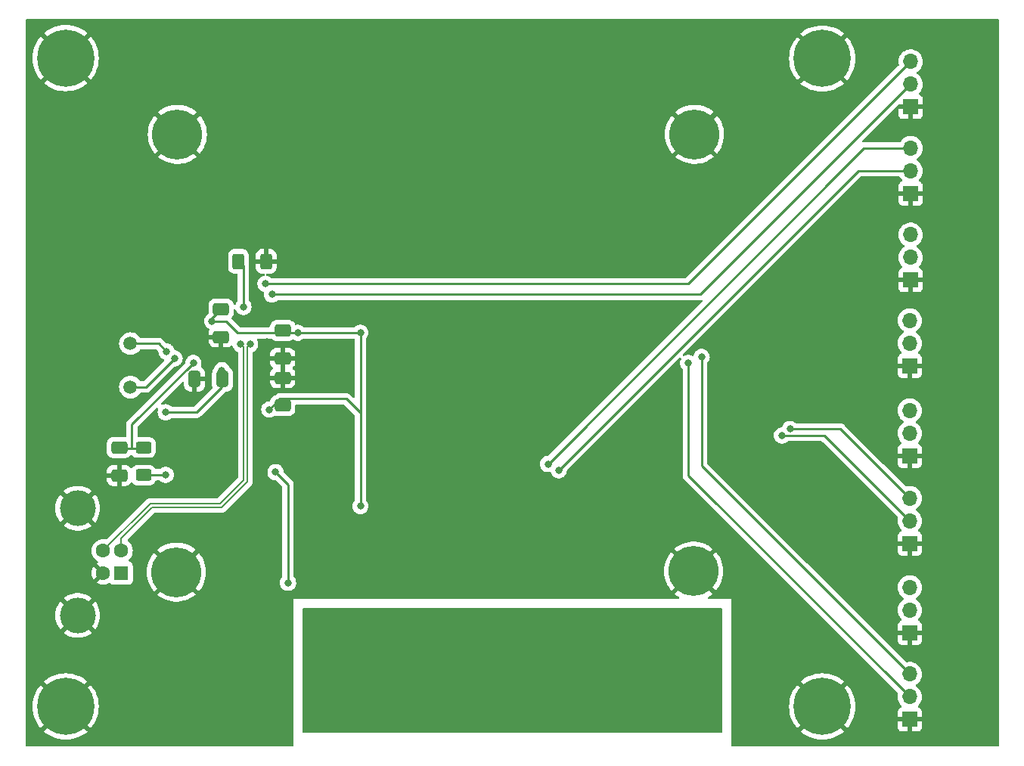
<source format=gbr>
G04 #@! TF.GenerationSoftware,KiCad,Pcbnew,6.0.5-a6ca702e91~116~ubuntu20.04.1*
G04 #@! TF.CreationDate,2022-05-19T12:12:02+02:00*
G04 #@! TF.ProjectId,octoserial,6f63746f-7365-4726-9961-6c2e6b696361,rev?*
G04 #@! TF.SameCoordinates,Original*
G04 #@! TF.FileFunction,Copper,L2,Bot*
G04 #@! TF.FilePolarity,Positive*
%FSLAX46Y46*%
G04 Gerber Fmt 4.6, Leading zero omitted, Abs format (unit mm)*
G04 Created by KiCad (PCBNEW 6.0.5-a6ca702e91~116~ubuntu20.04.1) date 2022-05-19 12:12:02*
%MOMM*%
%LPD*%
G01*
G04 APERTURE LIST*
G04 Aperture macros list*
%AMRoundRect*
0 Rectangle with rounded corners*
0 $1 Rounding radius*
0 $2 $3 $4 $5 $6 $7 $8 $9 X,Y pos of 4 corners*
0 Add a 4 corners polygon primitive as box body*
4,1,4,$2,$3,$4,$5,$6,$7,$8,$9,$2,$3,0*
0 Add four circle primitives for the rounded corners*
1,1,$1+$1,$2,$3*
1,1,$1+$1,$4,$5*
1,1,$1+$1,$6,$7*
1,1,$1+$1,$8,$9*
0 Add four rect primitives between the rounded corners*
20,1,$1+$1,$2,$3,$4,$5,0*
20,1,$1+$1,$4,$5,$6,$7,0*
20,1,$1+$1,$6,$7,$8,$9,0*
20,1,$1+$1,$8,$9,$2,$3,0*%
G04 Aperture macros list end*
G04 #@! TA.AperFunction,ComponentPad*
%ADD10C,4.000000*%
G04 #@! TD*
G04 #@! TA.AperFunction,ComponentPad*
%ADD11C,1.600000*%
G04 #@! TD*
G04 #@! TA.AperFunction,ComponentPad*
%ADD12R,1.600000X1.600000*%
G04 #@! TD*
G04 #@! TA.AperFunction,SMDPad,CuDef*
%ADD13RoundRect,0.250000X0.625000X-0.400000X0.625000X0.400000X-0.625000X0.400000X-0.625000X-0.400000X0*%
G04 #@! TD*
G04 #@! TA.AperFunction,SMDPad,CuDef*
%ADD14RoundRect,0.250000X-0.400000X-0.625000X0.400000X-0.625000X0.400000X0.625000X-0.400000X0.625000X0*%
G04 #@! TD*
G04 #@! TA.AperFunction,SMDPad,CuDef*
%ADD15RoundRect,0.250000X0.650000X-0.412500X0.650000X0.412500X-0.650000X0.412500X-0.650000X-0.412500X0*%
G04 #@! TD*
G04 #@! TA.AperFunction,SMDPad,CuDef*
%ADD16RoundRect,0.250000X-0.650000X0.412500X-0.650000X-0.412500X0.650000X-0.412500X0.650000X0.412500X0*%
G04 #@! TD*
G04 #@! TA.AperFunction,SMDPad,CuDef*
%ADD17RoundRect,0.250000X0.412500X0.650000X-0.412500X0.650000X-0.412500X-0.650000X0.412500X-0.650000X0*%
G04 #@! TD*
G04 #@! TA.AperFunction,ComponentPad*
%ADD18C,5.600000*%
G04 #@! TD*
G04 #@! TA.AperFunction,ComponentPad*
%ADD19R,1.700000X1.700000*%
G04 #@! TD*
G04 #@! TA.AperFunction,ComponentPad*
%ADD20O,1.700000X1.700000*%
G04 #@! TD*
G04 #@! TA.AperFunction,ComponentPad*
%ADD21C,6.400000*%
G04 #@! TD*
G04 #@! TA.AperFunction,ComponentPad*
%ADD22C,1.500000*%
G04 #@! TD*
G04 #@! TA.AperFunction,ViaPad*
%ADD23C,0.800000*%
G04 #@! TD*
G04 #@! TA.AperFunction,Conductor*
%ADD24C,0.200000*%
G04 #@! TD*
G04 #@! TA.AperFunction,Conductor*
%ADD25C,0.250000*%
G04 #@! TD*
G04 APERTURE END LIST*
D10*
X48847500Y-103850000D03*
X48847500Y-91850000D03*
D11*
X51707500Y-99100000D03*
X51707500Y-96600000D03*
X53707500Y-96600000D03*
D12*
X53707500Y-99100000D03*
D13*
X56200000Y-88150000D03*
X56200000Y-85050000D03*
D14*
X66850000Y-64200000D03*
X69950000Y-64200000D03*
D15*
X71800000Y-80362500D03*
X71800000Y-77237500D03*
D16*
X71800000Y-71937500D03*
X71800000Y-75062500D03*
D17*
X65062500Y-77400000D03*
X61937500Y-77400000D03*
D16*
X64900000Y-69537500D03*
X64900000Y-72662500D03*
X53500000Y-85050000D03*
X53500000Y-88175000D03*
D18*
X59900000Y-99000000D03*
X117800000Y-98900000D03*
X117900000Y-50000000D03*
X60000000Y-50000000D03*
D19*
X142100000Y-46900000D03*
D20*
X142100000Y-44360000D03*
X142100000Y-41820000D03*
D19*
X142100000Y-56600000D03*
D20*
X142100000Y-54060000D03*
X142100000Y-51520000D03*
D19*
X142100000Y-66300000D03*
D20*
X142100000Y-63760000D03*
X142100000Y-61220000D03*
D19*
X142000000Y-75900000D03*
D20*
X142000000Y-73360000D03*
X142000000Y-70820000D03*
D21*
X132200000Y-114050000D03*
X47500000Y-114050000D03*
X47500000Y-41450000D03*
X132200000Y-41500000D03*
D22*
X54750000Y-73400000D03*
X54750000Y-78280000D03*
D19*
X142000000Y-86000000D03*
D20*
X142000000Y-83460000D03*
X142000000Y-80920000D03*
D19*
X142000000Y-95800000D03*
D20*
X142000000Y-93260000D03*
X142000000Y-90720000D03*
D19*
X142000000Y-105800000D03*
D20*
X142000000Y-103260000D03*
X142000000Y-100720000D03*
D19*
X142000000Y-115500000D03*
D20*
X142000000Y-112960000D03*
X142000000Y-110420000D03*
D23*
X45600000Y-78300000D03*
X45600000Y-73500000D03*
X69800000Y-109800000D03*
X70000000Y-73200000D03*
X69200000Y-77700000D03*
X64900000Y-72587500D03*
X62900000Y-69000000D03*
X65100000Y-74900000D03*
X84000000Y-116000000D03*
X84000000Y-115000000D03*
X76000000Y-115000000D03*
X77000000Y-115000000D03*
X78000000Y-115000000D03*
X76000000Y-116000000D03*
X76000000Y-114000000D03*
X76000000Y-113000000D03*
X77000000Y-113000000D03*
X77000000Y-114000000D03*
X77000000Y-116000000D03*
X78000000Y-116000000D03*
X78000000Y-114000000D03*
X78000000Y-113000000D03*
X79000000Y-113000000D03*
X79000000Y-114000000D03*
X80000000Y-114000000D03*
X80000000Y-113000000D03*
X81000000Y-113000000D03*
X81000000Y-114000000D03*
X82000000Y-114000000D03*
X82000000Y-113000000D03*
X83000000Y-113000000D03*
X84000000Y-113000000D03*
X84000000Y-114000000D03*
X83000000Y-114000000D03*
X63900000Y-70900000D03*
X70300000Y-80800000D03*
X73500000Y-72200000D03*
X80500000Y-91600000D03*
X80500000Y-72200000D03*
X58700000Y-88100000D03*
X58700000Y-81100000D03*
X65000000Y-76400000D03*
X58800000Y-74300000D03*
X59694429Y-75075000D03*
X68150000Y-73500000D03*
X67100000Y-73500000D03*
X128600000Y-82975000D03*
X127700000Y-83700000D03*
X118700000Y-74900000D03*
X117200000Y-75575000D03*
X61800000Y-75575000D03*
X101500000Y-86900000D03*
X102700000Y-87600000D03*
X69874990Y-66725010D03*
X70599990Y-67900000D03*
X67400000Y-69300000D03*
X71000000Y-87800000D03*
X72400000Y-100200000D03*
D24*
X53707500Y-96600000D02*
X53707500Y-95236397D01*
X53707500Y-95236397D02*
X57178897Y-91765000D01*
X51707500Y-96600000D02*
X56992500Y-91315000D01*
X56992500Y-91315000D02*
X64766800Y-91315000D01*
X57178897Y-91765000D02*
X64953200Y-91765000D01*
X64953200Y-91765000D02*
X67850000Y-88868200D01*
X64766800Y-91315000D02*
X67400000Y-88681800D01*
X67400000Y-88681800D02*
X67400000Y-73800000D01*
X67400000Y-73800000D02*
X67100000Y-73500000D01*
X67850000Y-88868200D02*
X67850000Y-73800000D01*
X67850000Y-73800000D02*
X68150000Y-73500000D01*
D25*
X63900000Y-70612500D02*
X64900000Y-69612500D01*
X63900000Y-70900000D02*
X63900000Y-70612500D01*
X71512500Y-79587500D02*
X70300000Y-80800000D01*
X71800000Y-79587500D02*
X71512500Y-79587500D01*
X73500000Y-72200000D02*
X72012500Y-72200000D01*
X80500000Y-76400000D02*
X80500000Y-72200000D01*
X80500000Y-81000000D02*
X80500000Y-80200000D01*
X80500000Y-80200000D02*
X80500000Y-76400000D01*
X78887500Y-79587500D02*
X71800000Y-79587500D01*
X80500000Y-91600000D02*
X80500000Y-81200000D01*
X80500000Y-81200000D02*
X78887500Y-79587500D01*
X80500000Y-81200000D02*
X80500000Y-81000000D01*
X64465685Y-70900000D02*
X63900000Y-70900000D01*
X66775000Y-72200000D02*
X65475000Y-70900000D01*
X65475000Y-70900000D02*
X64465685Y-70900000D01*
X80500000Y-72200000D02*
X66775000Y-72200000D01*
X58700000Y-88100000D02*
X56212500Y-88100000D01*
X64987500Y-78275000D02*
X64987500Y-77400000D01*
X62162500Y-81100000D02*
X64987500Y-78275000D01*
X58700000Y-81100000D02*
X62162500Y-81100000D01*
X65000000Y-77387500D02*
X64987500Y-77400000D01*
X65000000Y-76400000D02*
X65000000Y-77387500D01*
X57900000Y-73400000D02*
X54750000Y-73400000D01*
X58800000Y-74300000D02*
X57900000Y-73400000D01*
X56489429Y-78280000D02*
X54750000Y-78280000D01*
X59694429Y-75075000D02*
X56489429Y-78280000D01*
X134255000Y-82975000D02*
X142000000Y-90720000D01*
X128600000Y-82975000D02*
X134255000Y-82975000D01*
X132440000Y-83700000D02*
X142000000Y-93260000D01*
X127700000Y-83700000D02*
X132440000Y-83700000D01*
X118700000Y-87120000D02*
X142000000Y-110420000D01*
X118700000Y-74900000D02*
X118700000Y-87120000D01*
X117200000Y-88160000D02*
X142000000Y-112960000D01*
X117200000Y-75575000D02*
X117200000Y-88160000D01*
X54912500Y-82462500D02*
X61800000Y-75575000D01*
X54912500Y-85112500D02*
X54912500Y-82462500D01*
X56200000Y-85112500D02*
X54912500Y-85112500D01*
X54912500Y-85112500D02*
X53512500Y-85112500D01*
X136880000Y-51520000D02*
X142100000Y-51520000D01*
X101500000Y-86900000D02*
X136880000Y-51520000D01*
X136240000Y-54060000D02*
X142100000Y-54060000D01*
X102700000Y-87600000D02*
X136240000Y-54060000D01*
X117194990Y-66725010D02*
X142100000Y-41820000D01*
X69874990Y-66725010D02*
X117194990Y-66725010D01*
X118560000Y-67900000D02*
X142100000Y-44360000D01*
X70599990Y-67900000D02*
X118560000Y-67900000D01*
X67400000Y-64687500D02*
X66912500Y-64200000D01*
X67400000Y-69300000D02*
X67400000Y-64687500D01*
X72400000Y-89200000D02*
X72400000Y-100200000D01*
X71000000Y-87800000D02*
X72400000Y-89200000D01*
G04 #@! TA.AperFunction,Conductor*
G36*
X151933621Y-37078502D02*
G01*
X151980114Y-37132158D01*
X151991500Y-37184500D01*
X151991500Y-118415500D01*
X151971498Y-118483621D01*
X151917842Y-118530114D01*
X151865500Y-118541500D01*
X122126000Y-118541500D01*
X122057879Y-118521498D01*
X122011386Y-118467842D01*
X122000000Y-118415500D01*
X122000000Y-116847386D01*
X129767759Y-116847386D01*
X129775216Y-116857753D01*
X130014935Y-117051874D01*
X130020272Y-117055751D01*
X130340685Y-117263830D01*
X130346394Y-117267127D01*
X130686811Y-117440578D01*
X130692836Y-117443260D01*
X131049502Y-117580171D01*
X131055784Y-117582212D01*
X131424816Y-117681094D01*
X131431266Y-117682465D01*
X131808629Y-117742234D01*
X131815167Y-117742920D01*
X132196699Y-117762916D01*
X132203301Y-117762916D01*
X132584833Y-117742920D01*
X132591371Y-117742234D01*
X132968734Y-117682465D01*
X132975184Y-117681094D01*
X133344216Y-117582212D01*
X133350498Y-117580171D01*
X133707164Y-117443260D01*
X133713189Y-117440578D01*
X134053606Y-117267127D01*
X134059315Y-117263830D01*
X134379728Y-117055751D01*
X134385065Y-117051874D01*
X134623835Y-116858522D01*
X134632300Y-116846267D01*
X134625966Y-116835176D01*
X132212812Y-114422022D01*
X132198868Y-114414408D01*
X132197035Y-114414539D01*
X132190420Y-114418790D01*
X129774900Y-116834310D01*
X129767759Y-116847386D01*
X122000000Y-116847386D01*
X122000000Y-114053301D01*
X128487084Y-114053301D01*
X128507080Y-114434833D01*
X128507766Y-114441371D01*
X128567535Y-114818734D01*
X128568906Y-114825184D01*
X128667788Y-115194216D01*
X128669829Y-115200498D01*
X128806740Y-115557164D01*
X128809422Y-115563189D01*
X128982872Y-115903603D01*
X128986169Y-115909313D01*
X129194253Y-116229735D01*
X129198123Y-116235061D01*
X129391478Y-116473835D01*
X129403733Y-116482300D01*
X129414824Y-116475966D01*
X131827978Y-114062812D01*
X131834356Y-114051132D01*
X132564408Y-114051132D01*
X132564539Y-114052965D01*
X132568790Y-114059580D01*
X134984310Y-116475100D01*
X134997386Y-116482241D01*
X135007753Y-116474784D01*
X135072629Y-116394669D01*
X140642001Y-116394669D01*
X140642371Y-116401490D01*
X140647895Y-116452352D01*
X140651521Y-116467604D01*
X140696676Y-116588054D01*
X140705214Y-116603649D01*
X140781715Y-116705724D01*
X140794276Y-116718285D01*
X140896351Y-116794786D01*
X140911946Y-116803324D01*
X141032394Y-116848478D01*
X141047649Y-116852105D01*
X141098514Y-116857631D01*
X141105328Y-116858000D01*
X141727885Y-116858000D01*
X141743124Y-116853525D01*
X141744329Y-116852135D01*
X141746000Y-116844452D01*
X141746000Y-116839884D01*
X142254000Y-116839884D01*
X142258475Y-116855123D01*
X142259865Y-116856328D01*
X142267548Y-116857999D01*
X142894669Y-116857999D01*
X142901490Y-116857629D01*
X142952352Y-116852105D01*
X142967604Y-116848479D01*
X143088054Y-116803324D01*
X143103649Y-116794786D01*
X143205724Y-116718285D01*
X143218285Y-116705724D01*
X143294786Y-116603649D01*
X143303324Y-116588054D01*
X143348478Y-116467606D01*
X143352105Y-116452351D01*
X143357631Y-116401486D01*
X143358000Y-116394672D01*
X143358000Y-115772115D01*
X143353525Y-115756876D01*
X143352135Y-115755671D01*
X143344452Y-115754000D01*
X142272115Y-115754000D01*
X142256876Y-115758475D01*
X142255671Y-115759865D01*
X142254000Y-115767548D01*
X142254000Y-116839884D01*
X141746000Y-116839884D01*
X141746000Y-115772115D01*
X141741525Y-115756876D01*
X141740135Y-115755671D01*
X141732452Y-115754000D01*
X140660116Y-115754000D01*
X140644877Y-115758475D01*
X140643672Y-115759865D01*
X140642001Y-115767548D01*
X140642001Y-116394669D01*
X135072629Y-116394669D01*
X135201877Y-116235061D01*
X135205747Y-116229735D01*
X135413831Y-115909313D01*
X135417128Y-115903603D01*
X135590578Y-115563189D01*
X135593260Y-115557164D01*
X135730171Y-115200498D01*
X135732212Y-115194216D01*
X135831094Y-114825184D01*
X135832465Y-114818734D01*
X135892234Y-114441371D01*
X135892920Y-114434833D01*
X135912916Y-114053301D01*
X135912916Y-114046699D01*
X135892920Y-113665167D01*
X135892234Y-113658629D01*
X135832465Y-113281266D01*
X135831094Y-113274816D01*
X135732212Y-112905784D01*
X135730171Y-112899502D01*
X135593260Y-112542836D01*
X135590578Y-112536811D01*
X135417128Y-112196397D01*
X135413831Y-112190687D01*
X135205747Y-111870265D01*
X135201877Y-111864939D01*
X135008522Y-111626165D01*
X134996267Y-111617700D01*
X134985176Y-111624034D01*
X132572022Y-114037188D01*
X132564408Y-114051132D01*
X131834356Y-114051132D01*
X131835592Y-114048868D01*
X131835461Y-114047035D01*
X131831210Y-114040420D01*
X129415690Y-111624900D01*
X129402614Y-111617759D01*
X129392247Y-111625216D01*
X129198123Y-111864939D01*
X129194253Y-111870265D01*
X128986169Y-112190687D01*
X128982872Y-112196397D01*
X128809422Y-112536811D01*
X128806740Y-112542836D01*
X128669829Y-112899502D01*
X128667788Y-112905784D01*
X128568906Y-113274816D01*
X128567535Y-113281266D01*
X128507766Y-113658629D01*
X128507080Y-113665167D01*
X128487084Y-114046699D01*
X128487084Y-114053301D01*
X122000000Y-114053301D01*
X122000000Y-111253733D01*
X129767700Y-111253733D01*
X129774034Y-111264824D01*
X132187188Y-113677978D01*
X132201132Y-113685592D01*
X132202965Y-113685461D01*
X132209580Y-113681210D01*
X134625100Y-111265690D01*
X134632241Y-111252614D01*
X134624784Y-111242247D01*
X134385065Y-111048126D01*
X134379728Y-111044249D01*
X134059315Y-110836170D01*
X134053606Y-110832873D01*
X133713189Y-110659422D01*
X133707164Y-110656740D01*
X133350498Y-110519829D01*
X133344216Y-110517788D01*
X132975184Y-110418906D01*
X132968734Y-110417535D01*
X132591371Y-110357766D01*
X132584833Y-110357080D01*
X132203301Y-110337084D01*
X132196699Y-110337084D01*
X131815167Y-110357080D01*
X131808629Y-110357766D01*
X131431266Y-110417535D01*
X131424816Y-110418906D01*
X131055784Y-110517788D01*
X131049502Y-110519829D01*
X130692836Y-110656740D01*
X130686811Y-110659422D01*
X130346397Y-110832872D01*
X130340687Y-110836169D01*
X130020265Y-111044253D01*
X130014939Y-111048123D01*
X129776165Y-111241478D01*
X129767700Y-111253733D01*
X122000000Y-111253733D01*
X122000000Y-102000000D01*
X119517408Y-102000000D01*
X119449287Y-101979998D01*
X119402794Y-101926342D01*
X119392690Y-101856068D01*
X119422184Y-101791488D01*
X119453079Y-101765659D01*
X119639995Y-101654676D01*
X119645659Y-101650884D01*
X119926732Y-101439849D01*
X119931958Y-101435464D01*
X119941613Y-101426428D01*
X119949682Y-101412750D01*
X119949654Y-101412024D01*
X119944512Y-101403723D01*
X117812810Y-99272020D01*
X117798869Y-99264408D01*
X117797034Y-99264539D01*
X117790420Y-99268790D01*
X115656774Y-101402437D01*
X115649160Y-101416381D01*
X115649237Y-101417470D01*
X115651698Y-101421206D01*
X115925632Y-101631404D01*
X115931262Y-101635259D01*
X116146849Y-101766338D01*
X116194664Y-101818819D01*
X116206515Y-101888820D01*
X116178640Y-101954115D01*
X116119889Y-101993974D01*
X116081390Y-102000000D01*
X73000000Y-102000000D01*
X73000000Y-118415500D01*
X72979998Y-118483621D01*
X72926342Y-118530114D01*
X72874000Y-118541500D01*
X43134500Y-118541500D01*
X43066379Y-118521498D01*
X43019886Y-118467842D01*
X43008500Y-118415500D01*
X43008500Y-116847386D01*
X45067759Y-116847386D01*
X45075216Y-116857753D01*
X45314935Y-117051874D01*
X45320272Y-117055751D01*
X45640685Y-117263830D01*
X45646394Y-117267127D01*
X45986811Y-117440578D01*
X45992836Y-117443260D01*
X46349502Y-117580171D01*
X46355784Y-117582212D01*
X46724816Y-117681094D01*
X46731266Y-117682465D01*
X47108629Y-117742234D01*
X47115167Y-117742920D01*
X47496699Y-117762916D01*
X47503301Y-117762916D01*
X47884833Y-117742920D01*
X47891371Y-117742234D01*
X48268734Y-117682465D01*
X48275184Y-117681094D01*
X48644216Y-117582212D01*
X48650498Y-117580171D01*
X49007164Y-117443260D01*
X49013189Y-117440578D01*
X49353606Y-117267127D01*
X49359315Y-117263830D01*
X49679728Y-117055751D01*
X49685065Y-117051874D01*
X49923835Y-116858522D01*
X49932300Y-116846267D01*
X49925966Y-116835176D01*
X47512812Y-114422022D01*
X47498868Y-114414408D01*
X47497035Y-114414539D01*
X47490420Y-114418790D01*
X45074900Y-116834310D01*
X45067759Y-116847386D01*
X43008500Y-116847386D01*
X43008500Y-114053301D01*
X43787084Y-114053301D01*
X43807080Y-114434833D01*
X43807766Y-114441371D01*
X43867535Y-114818734D01*
X43868906Y-114825184D01*
X43967788Y-115194216D01*
X43969829Y-115200498D01*
X44106740Y-115557164D01*
X44109422Y-115563189D01*
X44282872Y-115903603D01*
X44286169Y-115909313D01*
X44494253Y-116229735D01*
X44498123Y-116235061D01*
X44691478Y-116473835D01*
X44703733Y-116482300D01*
X44714824Y-116475966D01*
X47127978Y-114062812D01*
X47134356Y-114051132D01*
X47864408Y-114051132D01*
X47864539Y-114052965D01*
X47868790Y-114059580D01*
X50284310Y-116475100D01*
X50297386Y-116482241D01*
X50307753Y-116474784D01*
X50501877Y-116235061D01*
X50505747Y-116229735D01*
X50713831Y-115909313D01*
X50717128Y-115903603D01*
X50890578Y-115563189D01*
X50893260Y-115557164D01*
X51030171Y-115200498D01*
X51032212Y-115194216D01*
X51131094Y-114825184D01*
X51132465Y-114818734D01*
X51192234Y-114441371D01*
X51192920Y-114434833D01*
X51212916Y-114053301D01*
X51212916Y-114046699D01*
X51192920Y-113665167D01*
X51192234Y-113658629D01*
X51132465Y-113281266D01*
X51131094Y-113274816D01*
X51032212Y-112905784D01*
X51030171Y-112899502D01*
X50893260Y-112542836D01*
X50890578Y-112536811D01*
X50717128Y-112196397D01*
X50713831Y-112190687D01*
X50505747Y-111870265D01*
X50501877Y-111864939D01*
X50308522Y-111626165D01*
X50296267Y-111617700D01*
X50285176Y-111624034D01*
X47872022Y-114037188D01*
X47864408Y-114051132D01*
X47134356Y-114051132D01*
X47135592Y-114048868D01*
X47135461Y-114047035D01*
X47131210Y-114040420D01*
X44715690Y-111624900D01*
X44702614Y-111617759D01*
X44692247Y-111625216D01*
X44498123Y-111864939D01*
X44494253Y-111870265D01*
X44286169Y-112190687D01*
X44282872Y-112196397D01*
X44109422Y-112536811D01*
X44106740Y-112542836D01*
X43969829Y-112899502D01*
X43967788Y-112905784D01*
X43868906Y-113274816D01*
X43867535Y-113281266D01*
X43807766Y-113658629D01*
X43807080Y-113665167D01*
X43787084Y-114046699D01*
X43787084Y-114053301D01*
X43008500Y-114053301D01*
X43008500Y-111253733D01*
X45067700Y-111253733D01*
X45074034Y-111264824D01*
X47487188Y-113677978D01*
X47501132Y-113685592D01*
X47502965Y-113685461D01*
X47509580Y-113681210D01*
X49925100Y-111265690D01*
X49932241Y-111252614D01*
X49924784Y-111242247D01*
X49685065Y-111048126D01*
X49679728Y-111044249D01*
X49359315Y-110836170D01*
X49353606Y-110832873D01*
X49013189Y-110659422D01*
X49007164Y-110656740D01*
X48650498Y-110519829D01*
X48644216Y-110517788D01*
X48275184Y-110418906D01*
X48268734Y-110417535D01*
X47891371Y-110357766D01*
X47884833Y-110357080D01*
X47503301Y-110337084D01*
X47496699Y-110337084D01*
X47115167Y-110357080D01*
X47108629Y-110357766D01*
X46731266Y-110417535D01*
X46724816Y-110418906D01*
X46355784Y-110517788D01*
X46349502Y-110519829D01*
X45992836Y-110656740D01*
X45986811Y-110659422D01*
X45646397Y-110832872D01*
X45640687Y-110836169D01*
X45320265Y-111044253D01*
X45314939Y-111048123D01*
X45076165Y-111241478D01*
X45067700Y-111253733D01*
X43008500Y-111253733D01*
X43008500Y-105795987D01*
X47266221Y-105795987D01*
X47275048Y-105807605D01*
X47497781Y-105969430D01*
X47504461Y-105973670D01*
X47774072Y-106121890D01*
X47781207Y-106125247D01*
X48067270Y-106238508D01*
X48074796Y-106240953D01*
X48372779Y-106317462D01*
X48380550Y-106318945D01*
X48685778Y-106357503D01*
X48693669Y-106358000D01*
X49001331Y-106358000D01*
X49009222Y-106357503D01*
X49314450Y-106318945D01*
X49322221Y-106317462D01*
X49620204Y-106240953D01*
X49627730Y-106238508D01*
X49913793Y-106125247D01*
X49920928Y-106121890D01*
X50190539Y-105973670D01*
X50197219Y-105969430D01*
X50420323Y-105807336D01*
X50428746Y-105796413D01*
X50421842Y-105783552D01*
X48860312Y-104222022D01*
X48846368Y-104214408D01*
X48844535Y-104214539D01*
X48837920Y-104218790D01*
X47272834Y-105783876D01*
X47266221Y-105795987D01*
X43008500Y-105795987D01*
X43008500Y-103853958D01*
X46334790Y-103853958D01*
X46354107Y-104160994D01*
X46355100Y-104168855D01*
X46412746Y-104471046D01*
X46414717Y-104478723D01*
X46509784Y-104771309D01*
X46512699Y-104778672D01*
X46643689Y-105057041D01*
X46647501Y-105063974D01*
X46812351Y-105323736D01*
X46816995Y-105330129D01*
X46891997Y-105420790D01*
X46904514Y-105429245D01*
X46915252Y-105423038D01*
X48475478Y-103862812D01*
X48481856Y-103851132D01*
X49211908Y-103851132D01*
X49212039Y-103852965D01*
X49216290Y-103859580D01*
X50778645Y-105421935D01*
X50791907Y-105429177D01*
X50802012Y-105421988D01*
X50878005Y-105330129D01*
X50882649Y-105323736D01*
X51047499Y-105063974D01*
X51051311Y-105057041D01*
X51182301Y-104778672D01*
X51185216Y-104771309D01*
X51280283Y-104478723D01*
X51282254Y-104471046D01*
X51339900Y-104168855D01*
X51340893Y-104160994D01*
X51360210Y-103853958D01*
X51360210Y-103846042D01*
X51340893Y-103539006D01*
X51339900Y-103531145D01*
X51282254Y-103228954D01*
X51280283Y-103221277D01*
X51185216Y-102928691D01*
X51182301Y-102921328D01*
X51051311Y-102642959D01*
X51047499Y-102636026D01*
X50882649Y-102376264D01*
X50878005Y-102369871D01*
X50803003Y-102279210D01*
X50790486Y-102270755D01*
X50779748Y-102276962D01*
X49219522Y-103837188D01*
X49211908Y-103851132D01*
X48481856Y-103851132D01*
X48483092Y-103848868D01*
X48482961Y-103847035D01*
X48478710Y-103840420D01*
X46916355Y-102278065D01*
X46903093Y-102270823D01*
X46892988Y-102278012D01*
X46816995Y-102369871D01*
X46812351Y-102376264D01*
X46647501Y-102636026D01*
X46643689Y-102642959D01*
X46512699Y-102921328D01*
X46509784Y-102928691D01*
X46414717Y-103221277D01*
X46412746Y-103228954D01*
X46355100Y-103531145D01*
X46354107Y-103539006D01*
X46334790Y-103846042D01*
X46334790Y-103853958D01*
X43008500Y-103853958D01*
X43008500Y-101903587D01*
X47266254Y-101903587D01*
X47273158Y-101916448D01*
X48834688Y-103477978D01*
X48848632Y-103485592D01*
X48850465Y-103485461D01*
X48857080Y-103481210D01*
X50422166Y-101916124D01*
X50428779Y-101904013D01*
X50419952Y-101892395D01*
X50197219Y-101730570D01*
X50190539Y-101726330D01*
X49920928Y-101578110D01*
X49913793Y-101574753D01*
X49766363Y-101516381D01*
X57749160Y-101516381D01*
X57749237Y-101517470D01*
X57751698Y-101521206D01*
X58025632Y-101731404D01*
X58031262Y-101735259D01*
X58331591Y-101917862D01*
X58337593Y-101921080D01*
X58655897Y-102070184D01*
X58662202Y-102072732D01*
X58994743Y-102186587D01*
X59001313Y-102188446D01*
X59344183Y-102265714D01*
X59350912Y-102266853D01*
X59700143Y-102306643D01*
X59706933Y-102307046D01*
X60058419Y-102308886D01*
X60065220Y-102308554D01*
X60414853Y-102272423D01*
X60421581Y-102271357D01*
X60765274Y-102197676D01*
X60771822Y-102195897D01*
X61105549Y-102085527D01*
X61111891Y-102083041D01*
X61431718Y-101937288D01*
X61437777Y-101934121D01*
X61739995Y-101754676D01*
X61745659Y-101750884D01*
X62026732Y-101539849D01*
X62031958Y-101535464D01*
X62041613Y-101526428D01*
X62049682Y-101512750D01*
X62049654Y-101512024D01*
X62044512Y-101503723D01*
X59912810Y-99372020D01*
X59898869Y-99364408D01*
X59897034Y-99364539D01*
X59890420Y-99368790D01*
X57756774Y-101502437D01*
X57749160Y-101516381D01*
X49766363Y-101516381D01*
X49627730Y-101461492D01*
X49620204Y-101459047D01*
X49322221Y-101382538D01*
X49314450Y-101381055D01*
X49009222Y-101342497D01*
X49001331Y-101342000D01*
X48693669Y-101342000D01*
X48685778Y-101342497D01*
X48380550Y-101381055D01*
X48372779Y-101382538D01*
X48074796Y-101459047D01*
X48067270Y-101461492D01*
X47781207Y-101574753D01*
X47774072Y-101578110D01*
X47504461Y-101726330D01*
X47497781Y-101730570D01*
X47274677Y-101892664D01*
X47266254Y-101903587D01*
X43008500Y-101903587D01*
X43008500Y-99105475D01*
X50394983Y-99105475D01*
X50413972Y-99322519D01*
X50415875Y-99333312D01*
X50472264Y-99543761D01*
X50476010Y-99554053D01*
X50568086Y-99751511D01*
X50573569Y-99761006D01*
X50610009Y-99813048D01*
X50620488Y-99821424D01*
X50633934Y-99814356D01*
X51335478Y-99112812D01*
X51343092Y-99098868D01*
X51342961Y-99097035D01*
X51338710Y-99090420D01*
X50633213Y-98384923D01*
X50621438Y-98378493D01*
X50609423Y-98387789D01*
X50573569Y-98438994D01*
X50568086Y-98448489D01*
X50476010Y-98645947D01*
X50472264Y-98656239D01*
X50415875Y-98866688D01*
X50413972Y-98877481D01*
X50394983Y-99094525D01*
X50394983Y-99105475D01*
X43008500Y-99105475D01*
X43008500Y-96600000D01*
X50394002Y-96600000D01*
X50413957Y-96828087D01*
X50415381Y-96833400D01*
X50415381Y-96833402D01*
X50430725Y-96890664D01*
X50473216Y-97049243D01*
X50475539Y-97054224D01*
X50475539Y-97054225D01*
X50567651Y-97251762D01*
X50567654Y-97251767D01*
X50569977Y-97256749D01*
X50701302Y-97444300D01*
X50863200Y-97606198D01*
X50867708Y-97609355D01*
X50867711Y-97609357D01*
X50901181Y-97632793D01*
X51050751Y-97737523D01*
X51055735Y-97739847D01*
X51058028Y-97741171D01*
X51107021Y-97792553D01*
X51120457Y-97862267D01*
X51094071Y-97928178D01*
X51058028Y-97959409D01*
X51046498Y-97966066D01*
X50994452Y-98002509D01*
X50986076Y-98012988D01*
X50993144Y-98026434D01*
X51977615Y-99010905D01*
X52011641Y-99073217D01*
X52006576Y-99144032D01*
X51977615Y-99189095D01*
X50992423Y-100174287D01*
X50985993Y-100186062D01*
X50995289Y-100198077D01*
X51046494Y-100233931D01*
X51055989Y-100239414D01*
X51253447Y-100331490D01*
X51263739Y-100335236D01*
X51474188Y-100391625D01*
X51484981Y-100393528D01*
X51702025Y-100412517D01*
X51712975Y-100412517D01*
X51930019Y-100393528D01*
X51940812Y-100391625D01*
X52151261Y-100335236D01*
X52161553Y-100331490D01*
X52359011Y-100239414D01*
X52368511Y-100233929D01*
X52369410Y-100233299D01*
X52369870Y-100233144D01*
X52373268Y-100231182D01*
X52373662Y-100231865D01*
X52436684Y-100210612D01*
X52505544Y-100227898D01*
X52531303Y-100250934D01*
X52532507Y-100249730D01*
X52538858Y-100256081D01*
X52544239Y-100263261D01*
X52551419Y-100268642D01*
X52551422Y-100268645D01*
X52603108Y-100307381D01*
X52660795Y-100350615D01*
X52797184Y-100401745D01*
X52859366Y-100408500D01*
X54555634Y-100408500D01*
X54617816Y-100401745D01*
X54754205Y-100350615D01*
X54870761Y-100263261D01*
X54958115Y-100146705D01*
X55009245Y-100010316D01*
X55016000Y-99948134D01*
X55016000Y-98991832D01*
X56587333Y-98991832D01*
X56605117Y-99342893D01*
X56605827Y-99349649D01*
X56661420Y-99696723D01*
X56662859Y-99703378D01*
X56755608Y-100042410D01*
X56757757Y-100048871D01*
X56886581Y-100375912D01*
X56889412Y-100382095D01*
X57052803Y-100693310D01*
X57056286Y-100699152D01*
X57252330Y-100990896D01*
X57256433Y-100996340D01*
X57376425Y-101138836D01*
X57389164Y-101147279D01*
X57399608Y-101141181D01*
X59527980Y-99012810D01*
X59534357Y-99001131D01*
X60264408Y-99001131D01*
X60264539Y-99002966D01*
X60268790Y-99009580D01*
X62399009Y-101139798D01*
X62412605Y-101147223D01*
X62422218Y-101140522D01*
X62522518Y-101023912D01*
X62526676Y-101018514D01*
X62725762Y-100728840D01*
X62729310Y-100723029D01*
X62895942Y-100413559D01*
X62898849Y-100407381D01*
X63031090Y-100081713D01*
X63033304Y-100075283D01*
X63129598Y-99737237D01*
X63131105Y-99730607D01*
X63190332Y-99384118D01*
X63191112Y-99377378D01*
X63212668Y-99024925D01*
X63212784Y-99021323D01*
X63212853Y-99001819D01*
X63212761Y-98998194D01*
X63193666Y-98645615D01*
X63192931Y-98638849D01*
X63136130Y-98291985D01*
X63134663Y-98285313D01*
X63040736Y-97946627D01*
X63038562Y-97940163D01*
X62908598Y-97613578D01*
X62905742Y-97607398D01*
X62741269Y-97296763D01*
X62737769Y-97290937D01*
X62540697Y-96999862D01*
X62536590Y-96994453D01*
X62423565Y-96861179D01*
X62410740Y-96852743D01*
X62400416Y-96858795D01*
X60272020Y-98987190D01*
X60264408Y-99001131D01*
X59534357Y-99001131D01*
X59535592Y-98998869D01*
X59535461Y-98997034D01*
X59531210Y-98990420D01*
X57400992Y-96860203D01*
X57387455Y-96852811D01*
X57377753Y-96859599D01*
X57270430Y-96985257D01*
X57266296Y-96990664D01*
X57068215Y-97281041D01*
X57064697Y-97286851D01*
X56899134Y-97596922D01*
X56896259Y-97603087D01*
X56765155Y-97929218D01*
X56762962Y-97935658D01*
X56667846Y-98274044D01*
X56666363Y-98280679D01*
X56608350Y-98627354D01*
X56607591Y-98634126D01*
X56587357Y-98985037D01*
X56587333Y-98991832D01*
X55016000Y-98991832D01*
X55016000Y-98251866D01*
X55009245Y-98189684D01*
X54958115Y-98053295D01*
X54870761Y-97936739D01*
X54754205Y-97849385D01*
X54617816Y-97798255D01*
X54618546Y-97796309D01*
X54566295Y-97766455D01*
X54533479Y-97703497D01*
X54539909Y-97632793D01*
X54567998Y-97590000D01*
X54713698Y-97444300D01*
X54845023Y-97256749D01*
X54847346Y-97251767D01*
X54847349Y-97251762D01*
X54939461Y-97054225D01*
X54939461Y-97054224D01*
X54941784Y-97049243D01*
X54984276Y-96890664D01*
X54999619Y-96833402D01*
X54999619Y-96833400D01*
X55001043Y-96828087D01*
X55020998Y-96600000D01*
X55011100Y-96486862D01*
X57749950Y-96486862D01*
X57749986Y-96487704D01*
X57755037Y-96495826D01*
X59887190Y-98627980D01*
X59901131Y-98635592D01*
X59902966Y-98635461D01*
X59909580Y-98631210D01*
X62042798Y-96497991D01*
X62050412Y-96484047D01*
X62050344Y-96483089D01*
X62045836Y-96476272D01*
X62044418Y-96475065D01*
X61764813Y-96262064D01*
X61759187Y-96258240D01*
X61458214Y-96076681D01*
X61452202Y-96073484D01*
X61133370Y-95925487D01*
X61127070Y-95922967D01*
X60794129Y-95810273D01*
X60787551Y-95808437D01*
X60444417Y-95732367D01*
X60437678Y-95731251D01*
X60088310Y-95692680D01*
X60081529Y-95692301D01*
X59730015Y-95691687D01*
X59723242Y-95692042D01*
X59373720Y-95729395D01*
X59367010Y-95730482D01*
X59023586Y-95805361D01*
X59017011Y-95807172D01*
X58683683Y-95918702D01*
X58677361Y-95921205D01*
X58358034Y-96068079D01*
X58351991Y-96071265D01*
X58050401Y-96251763D01*
X58044755Y-96255571D01*
X57764408Y-96467596D01*
X57759211Y-96471987D01*
X57757972Y-96473155D01*
X57749950Y-96486862D01*
X55011100Y-96486862D01*
X55001043Y-96371913D01*
X54941784Y-96150757D01*
X54907242Y-96076681D01*
X54847349Y-95948238D01*
X54847346Y-95948233D01*
X54845023Y-95943251D01*
X54713698Y-95755700D01*
X54551800Y-95593802D01*
X54547290Y-95590644D01*
X54547284Y-95590639D01*
X54474149Y-95539430D01*
X54429820Y-95483974D01*
X54422511Y-95413354D01*
X54457324Y-95347122D01*
X57394041Y-92410405D01*
X57456353Y-92376379D01*
X57483136Y-92373500D01*
X64905064Y-92373500D01*
X64921507Y-92374578D01*
X64953200Y-92378750D01*
X64961389Y-92377672D01*
X64993074Y-92373501D01*
X64993084Y-92373500D01*
X64993085Y-92373500D01*
X65092657Y-92360391D01*
X65103864Y-92358916D01*
X65103866Y-92358915D01*
X65112051Y-92357838D01*
X65260076Y-92296524D01*
X65283089Y-92278866D01*
X65355272Y-92223477D01*
X65355275Y-92223474D01*
X65380634Y-92204015D01*
X65387187Y-92198987D01*
X65392217Y-92192432D01*
X65406652Y-92173621D01*
X65417519Y-92161230D01*
X68246234Y-89332515D01*
X68258625Y-89321648D01*
X68277437Y-89307213D01*
X68283987Y-89302187D01*
X68308474Y-89270275D01*
X68308478Y-89270271D01*
X68381524Y-89175076D01*
X68442838Y-89027051D01*
X68443932Y-89018745D01*
X68447890Y-88988675D01*
X68458500Y-88908085D01*
X68458500Y-88908080D01*
X68462672Y-88876389D01*
X68463750Y-88868200D01*
X68459578Y-88836507D01*
X68458500Y-88820064D01*
X68458500Y-87800000D01*
X70086496Y-87800000D01*
X70087186Y-87806565D01*
X70105129Y-87977279D01*
X70106458Y-87989928D01*
X70165473Y-88171556D01*
X70260960Y-88336944D01*
X70265378Y-88341851D01*
X70265379Y-88341852D01*
X70377753Y-88466656D01*
X70388747Y-88478866D01*
X70543248Y-88591118D01*
X70549276Y-88593802D01*
X70549278Y-88593803D01*
X70640899Y-88634595D01*
X70717712Y-88668794D01*
X70811113Y-88688647D01*
X70898056Y-88707128D01*
X70898061Y-88707128D01*
X70904513Y-88708500D01*
X70960405Y-88708500D01*
X71028526Y-88728502D01*
X71049501Y-88745405D01*
X71729596Y-89425501D01*
X71763621Y-89487813D01*
X71766500Y-89514596D01*
X71766500Y-99497476D01*
X71746498Y-99565597D01*
X71734142Y-99581779D01*
X71660960Y-99663056D01*
X71565473Y-99828444D01*
X71506458Y-100010072D01*
X71505768Y-100016633D01*
X71505768Y-100016635D01*
X71487961Y-100186062D01*
X71486496Y-100200000D01*
X71487186Y-100206565D01*
X71494475Y-100275912D01*
X71506458Y-100389928D01*
X71565473Y-100571556D01*
X71568776Y-100577278D01*
X71568777Y-100577279D01*
X71595191Y-100623029D01*
X71660960Y-100736944D01*
X71788747Y-100878866D01*
X71943248Y-100991118D01*
X71949276Y-100993802D01*
X71949278Y-100993803D01*
X72069388Y-101047279D01*
X72117712Y-101068794D01*
X72211112Y-101088647D01*
X72298056Y-101107128D01*
X72298061Y-101107128D01*
X72304513Y-101108500D01*
X72495487Y-101108500D01*
X72501939Y-101107128D01*
X72501944Y-101107128D01*
X72588887Y-101088647D01*
X72682288Y-101068794D01*
X72730612Y-101047279D01*
X72850722Y-100993803D01*
X72850724Y-100993802D01*
X72856752Y-100991118D01*
X73011253Y-100878866D01*
X73139040Y-100736944D01*
X73204809Y-100623029D01*
X73231223Y-100577279D01*
X73231224Y-100577278D01*
X73234527Y-100571556D01*
X73293542Y-100389928D01*
X73305526Y-100275912D01*
X73312814Y-100206565D01*
X73313504Y-100200000D01*
X73312039Y-100186062D01*
X73294232Y-100016635D01*
X73294232Y-100016633D01*
X73293542Y-100010072D01*
X73234527Y-99828444D01*
X73139040Y-99663056D01*
X73065863Y-99581785D01*
X73035147Y-99517779D01*
X73033500Y-99497476D01*
X73033500Y-98891832D01*
X114487333Y-98891832D01*
X114505117Y-99242893D01*
X114505827Y-99249649D01*
X114561420Y-99596723D01*
X114562859Y-99603378D01*
X114655608Y-99942410D01*
X114657757Y-99948871D01*
X114786581Y-100275912D01*
X114789412Y-100282095D01*
X114952803Y-100593310D01*
X114956286Y-100599152D01*
X115152330Y-100890896D01*
X115156433Y-100896340D01*
X115276425Y-101038836D01*
X115289164Y-101047279D01*
X115299608Y-101041181D01*
X117427980Y-98912810D01*
X117434357Y-98901131D01*
X118164408Y-98901131D01*
X118164539Y-98902966D01*
X118168790Y-98909580D01*
X120299009Y-101039798D01*
X120312605Y-101047223D01*
X120322218Y-101040522D01*
X120422518Y-100923912D01*
X120426676Y-100918514D01*
X120625762Y-100628840D01*
X120629310Y-100623029D01*
X120795942Y-100313559D01*
X120798849Y-100307381D01*
X120931090Y-99981713D01*
X120933304Y-99975283D01*
X121029598Y-99637237D01*
X121031105Y-99630607D01*
X121090332Y-99284118D01*
X121091112Y-99277378D01*
X121112668Y-98924925D01*
X121112784Y-98921323D01*
X121112853Y-98901819D01*
X121112761Y-98898194D01*
X121093666Y-98545615D01*
X121092931Y-98538849D01*
X121036130Y-98191985D01*
X121034663Y-98185313D01*
X120940736Y-97846627D01*
X120938562Y-97840163D01*
X120808598Y-97513578D01*
X120805742Y-97507398D01*
X120641269Y-97196763D01*
X120637769Y-97190937D01*
X120440697Y-96899862D01*
X120436590Y-96894453D01*
X120323565Y-96761179D01*
X120310740Y-96752743D01*
X120300416Y-96758795D01*
X118172020Y-98887190D01*
X118164408Y-98901131D01*
X117434357Y-98901131D01*
X117435592Y-98898869D01*
X117435461Y-98897034D01*
X117431210Y-98890420D01*
X115300992Y-96760203D01*
X115287455Y-96752811D01*
X115277753Y-96759599D01*
X115170430Y-96885257D01*
X115166296Y-96890664D01*
X114968215Y-97181041D01*
X114964697Y-97186851D01*
X114799134Y-97496922D01*
X114796259Y-97503087D01*
X114665155Y-97829218D01*
X114662962Y-97835658D01*
X114567846Y-98174044D01*
X114566363Y-98180679D01*
X114508350Y-98527354D01*
X114507591Y-98534126D01*
X114487357Y-98885037D01*
X114487333Y-98891832D01*
X73033500Y-98891832D01*
X73033500Y-96386862D01*
X115649950Y-96386862D01*
X115649986Y-96387704D01*
X115655037Y-96395826D01*
X117787190Y-98527980D01*
X117801131Y-98535592D01*
X117802966Y-98535461D01*
X117809580Y-98531210D01*
X119942798Y-96397991D01*
X119950412Y-96384047D01*
X119950344Y-96383089D01*
X119945836Y-96376272D01*
X119944418Y-96375065D01*
X119664813Y-96162064D01*
X119659187Y-96158240D01*
X119358214Y-95976681D01*
X119352202Y-95973484D01*
X119033370Y-95825487D01*
X119027070Y-95822967D01*
X118694129Y-95710273D01*
X118687551Y-95708437D01*
X118344417Y-95632367D01*
X118337678Y-95631251D01*
X117988310Y-95592680D01*
X117981529Y-95592301D01*
X117630015Y-95591687D01*
X117623242Y-95592042D01*
X117273720Y-95629395D01*
X117267010Y-95630482D01*
X116923586Y-95705361D01*
X116917011Y-95707172D01*
X116583683Y-95818702D01*
X116577361Y-95821205D01*
X116258034Y-95968079D01*
X116251991Y-95971265D01*
X115950401Y-96151763D01*
X115944755Y-96155571D01*
X115664408Y-96367596D01*
X115659211Y-96371987D01*
X115657972Y-96373155D01*
X115649950Y-96386862D01*
X73033500Y-96386862D01*
X73033500Y-89278767D01*
X73034027Y-89267584D01*
X73035702Y-89260091D01*
X73035210Y-89244419D01*
X73033562Y-89192014D01*
X73033500Y-89188055D01*
X73033500Y-89160144D01*
X73032995Y-89156144D01*
X73032062Y-89144301D01*
X73032031Y-89143296D01*
X73030673Y-89100111D01*
X73025021Y-89080657D01*
X73021013Y-89061300D01*
X73019468Y-89049070D01*
X73019468Y-89049069D01*
X73018474Y-89041203D01*
X73014391Y-89030890D01*
X73002196Y-89000088D01*
X72998351Y-88988858D01*
X72988229Y-88954017D01*
X72988229Y-88954016D01*
X72986018Y-88946407D01*
X72981985Y-88939588D01*
X72981983Y-88939583D01*
X72975707Y-88928972D01*
X72967012Y-88911224D01*
X72959552Y-88892383D01*
X72933564Y-88856613D01*
X72927048Y-88846693D01*
X72908580Y-88815465D01*
X72908578Y-88815462D01*
X72904542Y-88808638D01*
X72890221Y-88794317D01*
X72877380Y-88779283D01*
X72870131Y-88769306D01*
X72865472Y-88762893D01*
X72831395Y-88734702D01*
X72822616Y-88726712D01*
X71947122Y-87851218D01*
X71913096Y-87788906D01*
X71910907Y-87775293D01*
X71904608Y-87715355D01*
X71893542Y-87610072D01*
X71834527Y-87428444D01*
X71739040Y-87263056D01*
X71674686Y-87191583D01*
X71615675Y-87126045D01*
X71615674Y-87126044D01*
X71611253Y-87121134D01*
X71456752Y-87008882D01*
X71450724Y-87006198D01*
X71450722Y-87006197D01*
X71288319Y-86933891D01*
X71288318Y-86933891D01*
X71282288Y-86931206D01*
X71166362Y-86906565D01*
X71101944Y-86892872D01*
X71101939Y-86892872D01*
X71095487Y-86891500D01*
X70904513Y-86891500D01*
X70898061Y-86892872D01*
X70898056Y-86892872D01*
X70833638Y-86906565D01*
X70717712Y-86931206D01*
X70711682Y-86933891D01*
X70711681Y-86933891D01*
X70549278Y-87006197D01*
X70549276Y-87006198D01*
X70543248Y-87008882D01*
X70388747Y-87121134D01*
X70384326Y-87126044D01*
X70384325Y-87126045D01*
X70325315Y-87191583D01*
X70260960Y-87263056D01*
X70165473Y-87428444D01*
X70106458Y-87610072D01*
X70086496Y-87800000D01*
X68458500Y-87800000D01*
X68458500Y-77697095D01*
X70392001Y-77697095D01*
X70392338Y-77703614D01*
X70402257Y-77799206D01*
X70405149Y-77812600D01*
X70456588Y-77966784D01*
X70462761Y-77979962D01*
X70548063Y-78117807D01*
X70557099Y-78129208D01*
X70671829Y-78243739D01*
X70683240Y-78252751D01*
X70821243Y-78337816D01*
X70834424Y-78343963D01*
X70988710Y-78395138D01*
X71002086Y-78398005D01*
X71096438Y-78407672D01*
X71102854Y-78408000D01*
X71527885Y-78408000D01*
X71543124Y-78403525D01*
X71544329Y-78402135D01*
X71546000Y-78394452D01*
X71546000Y-78389884D01*
X72054000Y-78389884D01*
X72058475Y-78405123D01*
X72059865Y-78406328D01*
X72067548Y-78407999D01*
X72497095Y-78407999D01*
X72503614Y-78407662D01*
X72599206Y-78397743D01*
X72612600Y-78394851D01*
X72766784Y-78343412D01*
X72779962Y-78337239D01*
X72917807Y-78251937D01*
X72929208Y-78242901D01*
X73043739Y-78128171D01*
X73052751Y-78116760D01*
X73137816Y-77978757D01*
X73143963Y-77965576D01*
X73195138Y-77811290D01*
X73198005Y-77797914D01*
X73207672Y-77703562D01*
X73208000Y-77697146D01*
X73208000Y-77509615D01*
X73203525Y-77494376D01*
X73202135Y-77493171D01*
X73194452Y-77491500D01*
X72072115Y-77491500D01*
X72056876Y-77495975D01*
X72055671Y-77497365D01*
X72054000Y-77505048D01*
X72054000Y-78389884D01*
X71546000Y-78389884D01*
X71546000Y-77509615D01*
X71541525Y-77494376D01*
X71540135Y-77493171D01*
X71532452Y-77491500D01*
X70410116Y-77491500D01*
X70394877Y-77495975D01*
X70393672Y-77497365D01*
X70392001Y-77505048D01*
X70392001Y-77697095D01*
X68458500Y-77697095D01*
X68458500Y-76965385D01*
X70392000Y-76965385D01*
X70396475Y-76980624D01*
X70397865Y-76981829D01*
X70405548Y-76983500D01*
X71527885Y-76983500D01*
X71543124Y-76979025D01*
X71544329Y-76977635D01*
X71546000Y-76969952D01*
X71546000Y-76965385D01*
X72054000Y-76965385D01*
X72058475Y-76980624D01*
X72059865Y-76981829D01*
X72067548Y-76983500D01*
X73189884Y-76983500D01*
X73205123Y-76979025D01*
X73206328Y-76977635D01*
X73207999Y-76969952D01*
X73207999Y-76777905D01*
X73207662Y-76771386D01*
X73197743Y-76675794D01*
X73194851Y-76662400D01*
X73143412Y-76508216D01*
X73137239Y-76495038D01*
X73051937Y-76357193D01*
X73042901Y-76345792D01*
X72936184Y-76239260D01*
X72902105Y-76176977D01*
X72907108Y-76106157D01*
X72936029Y-76061069D01*
X73043739Y-75953171D01*
X73052751Y-75941760D01*
X73137816Y-75803757D01*
X73143963Y-75790576D01*
X73195138Y-75636290D01*
X73198005Y-75622914D01*
X73207672Y-75528562D01*
X73208000Y-75522146D01*
X73208000Y-75334615D01*
X73203525Y-75319376D01*
X73202135Y-75318171D01*
X73194452Y-75316500D01*
X72072115Y-75316500D01*
X72056876Y-75320975D01*
X72055671Y-75322365D01*
X72054000Y-75330048D01*
X72054000Y-76965385D01*
X71546000Y-76965385D01*
X71546000Y-75334615D01*
X71541525Y-75319376D01*
X71540135Y-75318171D01*
X71532452Y-75316500D01*
X70410116Y-75316500D01*
X70394877Y-75320975D01*
X70393672Y-75322365D01*
X70392001Y-75330048D01*
X70392001Y-75522095D01*
X70392338Y-75528614D01*
X70402257Y-75624206D01*
X70405149Y-75637600D01*
X70456588Y-75791784D01*
X70462761Y-75804962D01*
X70548063Y-75942807D01*
X70557099Y-75954208D01*
X70663816Y-76060740D01*
X70697895Y-76123023D01*
X70692892Y-76193843D01*
X70663971Y-76238931D01*
X70556261Y-76346829D01*
X70547249Y-76358240D01*
X70462184Y-76496243D01*
X70456037Y-76509424D01*
X70404862Y-76663710D01*
X70401995Y-76677086D01*
X70392328Y-76771438D01*
X70392000Y-76777855D01*
X70392000Y-76965385D01*
X68458500Y-76965385D01*
X68458500Y-74790385D01*
X70392000Y-74790385D01*
X70396475Y-74805624D01*
X70397865Y-74806829D01*
X70405548Y-74808500D01*
X71527885Y-74808500D01*
X71543124Y-74804025D01*
X71544329Y-74802635D01*
X71546000Y-74794952D01*
X71546000Y-74790385D01*
X72054000Y-74790385D01*
X72058475Y-74805624D01*
X72059865Y-74806829D01*
X72067548Y-74808500D01*
X73189884Y-74808500D01*
X73205123Y-74804025D01*
X73206328Y-74802635D01*
X73207999Y-74794952D01*
X73207999Y-74602905D01*
X73207662Y-74596386D01*
X73197743Y-74500794D01*
X73194851Y-74487400D01*
X73143412Y-74333216D01*
X73137239Y-74320038D01*
X73051937Y-74182193D01*
X73042901Y-74170792D01*
X72928171Y-74056261D01*
X72916760Y-74047249D01*
X72778757Y-73962184D01*
X72765576Y-73956037D01*
X72611290Y-73904862D01*
X72597914Y-73901995D01*
X72503562Y-73892328D01*
X72497145Y-73892000D01*
X72072115Y-73892000D01*
X72056876Y-73896475D01*
X72055671Y-73897865D01*
X72054000Y-73905548D01*
X72054000Y-74790385D01*
X71546000Y-74790385D01*
X71546000Y-73910116D01*
X71541525Y-73894877D01*
X71540135Y-73893672D01*
X71532452Y-73892001D01*
X71102905Y-73892001D01*
X71096386Y-73892338D01*
X71000794Y-73902257D01*
X70987400Y-73905149D01*
X70833216Y-73956588D01*
X70820038Y-73962761D01*
X70682193Y-74048063D01*
X70670792Y-74057099D01*
X70556261Y-74171829D01*
X70547249Y-74183240D01*
X70462184Y-74321243D01*
X70456037Y-74334424D01*
X70404862Y-74488710D01*
X70401995Y-74502086D01*
X70392328Y-74596438D01*
X70392000Y-74602855D01*
X70392000Y-74790385D01*
X68458500Y-74790385D01*
X68458500Y-74438950D01*
X68478502Y-74370829D01*
X68533251Y-74323843D01*
X68600722Y-74293803D01*
X68600724Y-74293802D01*
X68606752Y-74291118D01*
X68616712Y-74283882D01*
X68719927Y-74208891D01*
X68761253Y-74178866D01*
X68768523Y-74170792D01*
X68884621Y-74041852D01*
X68884622Y-74041851D01*
X68889040Y-74036944D01*
X68966953Y-73901995D01*
X68981223Y-73877279D01*
X68981224Y-73877278D01*
X68984527Y-73871556D01*
X69043542Y-73689928D01*
X69046705Y-73659839D01*
X69062814Y-73506565D01*
X69063504Y-73500000D01*
X69043542Y-73310072D01*
X68984527Y-73128444D01*
X68980862Y-73122095D01*
X68923360Y-73022500D01*
X68906622Y-72953505D01*
X68929842Y-72886413D01*
X68985649Y-72842526D01*
X69032479Y-72833500D01*
X70508563Y-72833500D01*
X70576684Y-72853502D01*
X70597581Y-72870327D01*
X70657406Y-72930048D01*
X70676697Y-72949305D01*
X70682927Y-72953145D01*
X70682928Y-72953146D01*
X70795441Y-73022500D01*
X70827262Y-73042115D01*
X70899602Y-73066109D01*
X70988611Y-73095632D01*
X70988613Y-73095632D01*
X70995139Y-73097797D01*
X71001975Y-73098497D01*
X71001978Y-73098498D01*
X71045031Y-73102909D01*
X71099600Y-73108500D01*
X72500400Y-73108500D01*
X72503646Y-73108163D01*
X72503650Y-73108163D01*
X72599308Y-73098238D01*
X72599312Y-73098237D01*
X72606166Y-73097526D01*
X72612702Y-73095345D01*
X72612704Y-73095345D01*
X72744806Y-73051272D01*
X72773946Y-73041550D01*
X72804731Y-73022500D01*
X72861714Y-72987237D01*
X72884935Y-72972868D01*
X72953386Y-72954030D01*
X73025298Y-72978076D01*
X73043248Y-72991118D01*
X73049276Y-72993802D01*
X73049278Y-72993803D01*
X73211681Y-73066109D01*
X73217712Y-73068794D01*
X73311113Y-73088647D01*
X73398056Y-73107128D01*
X73398061Y-73107128D01*
X73404513Y-73108500D01*
X73595487Y-73108500D01*
X73601939Y-73107128D01*
X73601944Y-73107128D01*
X73688887Y-73088647D01*
X73782288Y-73068794D01*
X73788319Y-73066109D01*
X73950722Y-72993803D01*
X73950724Y-72993802D01*
X73956752Y-72991118D01*
X73974702Y-72978077D01*
X74105914Y-72882745D01*
X74111253Y-72878866D01*
X74115668Y-72873963D01*
X74120580Y-72869540D01*
X74121705Y-72870789D01*
X74175014Y-72837949D01*
X74208200Y-72833500D01*
X79740500Y-72833500D01*
X79808621Y-72853502D01*
X79855114Y-72907158D01*
X79866500Y-72959500D01*
X79866500Y-79366405D01*
X79846498Y-79434526D01*
X79792842Y-79481019D01*
X79722568Y-79491123D01*
X79657988Y-79461629D01*
X79651405Y-79455500D01*
X79391152Y-79195247D01*
X79383612Y-79186961D01*
X79379500Y-79180482D01*
X79329848Y-79133856D01*
X79327007Y-79131102D01*
X79307270Y-79111365D01*
X79304073Y-79108885D01*
X79295051Y-79101180D01*
X79280512Y-79087527D01*
X79262821Y-79070914D01*
X79255875Y-79067095D01*
X79255872Y-79067093D01*
X79245066Y-79061152D01*
X79228547Y-79050301D01*
X79228083Y-79049941D01*
X79212541Y-79037886D01*
X79205272Y-79034741D01*
X79205268Y-79034738D01*
X79171963Y-79020326D01*
X79161313Y-79015109D01*
X79122560Y-78993805D01*
X79102937Y-78988767D01*
X79084234Y-78982363D01*
X79072920Y-78977467D01*
X79072919Y-78977467D01*
X79065645Y-78974319D01*
X79057822Y-78973080D01*
X79057812Y-78973077D01*
X79021976Y-78967401D01*
X79010356Y-78964995D01*
X78975211Y-78955972D01*
X78975210Y-78955972D01*
X78967530Y-78954000D01*
X78947276Y-78954000D01*
X78927565Y-78952449D01*
X78915386Y-78950520D01*
X78907557Y-78949280D01*
X78878286Y-78952047D01*
X78863539Y-78953441D01*
X78851681Y-78954000D01*
X71591267Y-78954000D01*
X71580084Y-78953473D01*
X71572591Y-78951798D01*
X71564665Y-78952047D01*
X71564664Y-78952047D01*
X71504501Y-78953938D01*
X71500543Y-78954000D01*
X71472644Y-78954000D01*
X71468654Y-78954504D01*
X71456820Y-78955436D01*
X71412611Y-78956826D01*
X71404997Y-78959038D01*
X71404992Y-78959039D01*
X71393159Y-78962477D01*
X71373796Y-78966488D01*
X71353703Y-78969026D01*
X71346336Y-78971943D01*
X71346331Y-78971944D01*
X71312592Y-78985302D01*
X71301365Y-78989146D01*
X71258907Y-79001482D01*
X71252081Y-79005519D01*
X71241472Y-79011793D01*
X71223724Y-79020488D01*
X71204883Y-79027948D01*
X71198467Y-79032610D01*
X71198466Y-79032610D01*
X71169113Y-79053936D01*
X71159193Y-79060452D01*
X71127965Y-79078920D01*
X71127962Y-79078922D01*
X71121138Y-79082958D01*
X71106817Y-79097279D01*
X71091784Y-79110119D01*
X71075393Y-79122028D01*
X71066717Y-79132516D01*
X71047202Y-79156105D01*
X71039212Y-79164884D01*
X71026543Y-79177553D01*
X70977324Y-79207982D01*
X70869809Y-79243852D01*
X70826054Y-79258450D01*
X70675652Y-79351522D01*
X70550695Y-79476697D01*
X70546855Y-79482927D01*
X70546854Y-79482928D01*
X70499206Y-79560228D01*
X70457885Y-79627262D01*
X70441508Y-79676638D01*
X70408246Y-79776919D01*
X70377748Y-79826347D01*
X70349500Y-79854595D01*
X70287188Y-79888621D01*
X70260405Y-79891500D01*
X70204513Y-79891500D01*
X70198061Y-79892872D01*
X70198056Y-79892872D01*
X70111113Y-79911353D01*
X70017712Y-79931206D01*
X70011682Y-79933891D01*
X70011681Y-79933891D01*
X69849278Y-80006197D01*
X69849276Y-80006198D01*
X69843248Y-80008882D01*
X69688747Y-80121134D01*
X69684326Y-80126044D01*
X69684325Y-80126045D01*
X69571478Y-80251375D01*
X69560960Y-80263056D01*
X69465473Y-80428444D01*
X69406458Y-80610072D01*
X69386496Y-80800000D01*
X69406458Y-80989928D01*
X69465473Y-81171556D01*
X69560960Y-81336944D01*
X69565378Y-81341851D01*
X69565379Y-81341852D01*
X69674186Y-81462694D01*
X69688747Y-81478866D01*
X69843248Y-81591118D01*
X69849276Y-81593802D01*
X69849278Y-81593803D01*
X70011681Y-81666109D01*
X70017712Y-81668794D01*
X70098744Y-81686018D01*
X70198056Y-81707128D01*
X70198061Y-81707128D01*
X70204513Y-81708500D01*
X70395487Y-81708500D01*
X70401939Y-81707128D01*
X70401944Y-81707128D01*
X70501256Y-81686018D01*
X70582288Y-81668794D01*
X70588319Y-81666109D01*
X70750722Y-81593803D01*
X70750724Y-81593802D01*
X70756752Y-81591118D01*
X70828459Y-81539020D01*
X70843701Y-81527946D01*
X70910569Y-81504087D01*
X70957427Y-81510289D01*
X70995139Y-81522797D01*
X71001975Y-81523497D01*
X71001978Y-81523498D01*
X71045031Y-81527909D01*
X71099600Y-81533500D01*
X72500400Y-81533500D01*
X72503646Y-81533163D01*
X72503650Y-81533163D01*
X72599308Y-81523238D01*
X72599312Y-81523237D01*
X72606166Y-81522526D01*
X72612702Y-81520345D01*
X72612704Y-81520345D01*
X72766998Y-81468868D01*
X72773946Y-81466550D01*
X72924348Y-81373478D01*
X73049305Y-81248303D01*
X73077268Y-81202939D01*
X73138275Y-81103968D01*
X73138276Y-81103966D01*
X73142115Y-81097738D01*
X73168564Y-81017995D01*
X73195632Y-80936389D01*
X73195632Y-80936387D01*
X73197797Y-80929861D01*
X73198808Y-80920000D01*
X73208172Y-80828598D01*
X73208500Y-80825400D01*
X73208500Y-80347000D01*
X73228502Y-80278879D01*
X73282158Y-80232386D01*
X73334500Y-80221000D01*
X78572906Y-80221000D01*
X78641027Y-80241002D01*
X78662001Y-80257905D01*
X79829595Y-81425499D01*
X79863621Y-81487811D01*
X79866500Y-81514594D01*
X79866500Y-90897476D01*
X79846498Y-90965597D01*
X79834142Y-90981779D01*
X79760960Y-91063056D01*
X79757659Y-91068774D01*
X79669303Y-91221811D01*
X79665473Y-91228444D01*
X79606458Y-91410072D01*
X79605768Y-91416633D01*
X79605768Y-91416635D01*
X79593733Y-91531145D01*
X79586496Y-91600000D01*
X79606458Y-91789928D01*
X79665473Y-91971556D01*
X79760960Y-92136944D01*
X79765378Y-92141851D01*
X79765379Y-92141852D01*
X79871623Y-92259848D01*
X79888747Y-92278866D01*
X79987843Y-92350864D01*
X80022962Y-92376379D01*
X80043248Y-92391118D01*
X80049276Y-92393802D01*
X80049278Y-92393803D01*
X80211681Y-92466109D01*
X80217712Y-92468794D01*
X80311113Y-92488647D01*
X80398056Y-92507128D01*
X80398061Y-92507128D01*
X80404513Y-92508500D01*
X80595487Y-92508500D01*
X80601939Y-92507128D01*
X80601944Y-92507128D01*
X80688887Y-92488647D01*
X80782288Y-92468794D01*
X80788319Y-92466109D01*
X80950722Y-92393803D01*
X80950724Y-92393802D01*
X80956752Y-92391118D01*
X80977039Y-92376379D01*
X81012157Y-92350864D01*
X81111253Y-92278866D01*
X81128377Y-92259848D01*
X81234621Y-92141852D01*
X81234622Y-92141851D01*
X81239040Y-92136944D01*
X81334527Y-91971556D01*
X81393542Y-91789928D01*
X81413504Y-91600000D01*
X81406267Y-91531145D01*
X81394232Y-91416635D01*
X81394232Y-91416633D01*
X81393542Y-91410072D01*
X81334527Y-91228444D01*
X81330698Y-91221811D01*
X81242341Y-91068774D01*
X81239040Y-91063056D01*
X81165863Y-90981785D01*
X81135147Y-90917779D01*
X81133500Y-90897476D01*
X81133500Y-81278763D01*
X81134027Y-81267579D01*
X81135701Y-81260091D01*
X81133562Y-81192032D01*
X81133500Y-81188075D01*
X81133500Y-72902524D01*
X81153502Y-72834403D01*
X81165858Y-72818221D01*
X81239040Y-72736944D01*
X81334527Y-72571556D01*
X81393542Y-72389928D01*
X81395966Y-72366870D01*
X81412814Y-72206565D01*
X81413504Y-72200000D01*
X81393542Y-72010072D01*
X81334527Y-71828444D01*
X81239040Y-71663056D01*
X81204854Y-71625088D01*
X81115675Y-71526045D01*
X81115674Y-71526044D01*
X81111253Y-71521134D01*
X80956752Y-71408882D01*
X80950724Y-71406198D01*
X80950722Y-71406197D01*
X80788319Y-71333891D01*
X80788318Y-71333891D01*
X80782288Y-71331206D01*
X80677347Y-71308900D01*
X80601944Y-71292872D01*
X80601939Y-71292872D01*
X80595487Y-71291500D01*
X80404513Y-71291500D01*
X80398061Y-71292872D01*
X80398056Y-71292872D01*
X80322653Y-71308900D01*
X80217712Y-71331206D01*
X80211682Y-71333891D01*
X80211681Y-71333891D01*
X80049278Y-71406197D01*
X80049276Y-71406198D01*
X80043248Y-71408882D01*
X79888747Y-71521134D01*
X79884332Y-71526037D01*
X79879420Y-71530460D01*
X79878295Y-71529211D01*
X79824986Y-71562051D01*
X79791800Y-71566500D01*
X74208200Y-71566500D01*
X74140079Y-71546498D01*
X74120853Y-71530157D01*
X74120580Y-71530460D01*
X74115668Y-71526037D01*
X74111253Y-71521134D01*
X73956752Y-71408882D01*
X73950724Y-71406198D01*
X73950722Y-71406197D01*
X73788319Y-71333891D01*
X73788318Y-71333891D01*
X73782288Y-71331206D01*
X73677347Y-71308900D01*
X73601944Y-71292872D01*
X73601939Y-71292872D01*
X73595487Y-71291500D01*
X73404513Y-71291500D01*
X73398061Y-71292872D01*
X73398056Y-71292872D01*
X73297239Y-71314302D01*
X73226448Y-71308900D01*
X73169816Y-71266083D01*
X73151519Y-71230932D01*
X73143871Y-71208007D01*
X73143866Y-71207997D01*
X73141550Y-71201054D01*
X73048478Y-71050652D01*
X72923303Y-70925695D01*
X72865246Y-70889908D01*
X72778968Y-70836725D01*
X72778966Y-70836724D01*
X72772738Y-70832885D01*
X72633479Y-70786695D01*
X72611389Y-70779368D01*
X72611387Y-70779368D01*
X72604861Y-70777203D01*
X72598025Y-70776503D01*
X72598022Y-70776502D01*
X72554969Y-70772091D01*
X72500400Y-70766500D01*
X71099600Y-70766500D01*
X71096354Y-70766837D01*
X71096350Y-70766837D01*
X71000692Y-70776762D01*
X71000688Y-70776763D01*
X70993834Y-70777474D01*
X70987298Y-70779655D01*
X70987296Y-70779655D01*
X70866368Y-70820000D01*
X70826054Y-70833450D01*
X70675652Y-70926522D01*
X70550695Y-71051697D01*
X70546855Y-71057927D01*
X70546854Y-71057928D01*
X70515947Y-71108069D01*
X70457885Y-71202262D01*
X70436986Y-71265271D01*
X70418233Y-71321811D01*
X70402203Y-71370139D01*
X70401503Y-71376975D01*
X70401502Y-71376978D01*
X70393678Y-71453343D01*
X70366837Y-71519070D01*
X70308722Y-71559852D01*
X70268334Y-71566500D01*
X67089594Y-71566500D01*
X67021473Y-71546498D01*
X67000503Y-71529599D01*
X66110884Y-70639979D01*
X66076860Y-70577669D01*
X66081925Y-70506853D01*
X66110807Y-70461869D01*
X66144133Y-70428484D01*
X66149305Y-70423303D01*
X66175565Y-70380702D01*
X66238275Y-70278968D01*
X66238276Y-70278966D01*
X66242115Y-70272738D01*
X66276136Y-70170166D01*
X66295632Y-70111389D01*
X66295632Y-70111387D01*
X66297797Y-70104861D01*
X66308500Y-70000400D01*
X66308500Y-69676207D01*
X66328502Y-69608086D01*
X66382158Y-69561593D01*
X66452432Y-69551489D01*
X66517012Y-69580983D01*
X66554332Y-69637269D01*
X66565473Y-69671556D01*
X66660960Y-69836944D01*
X66788747Y-69978866D01*
X66943248Y-70091118D01*
X66949276Y-70093802D01*
X66949278Y-70093803D01*
X67078588Y-70151375D01*
X67117712Y-70168794D01*
X67211113Y-70188647D01*
X67298056Y-70207128D01*
X67298061Y-70207128D01*
X67304513Y-70208500D01*
X67495487Y-70208500D01*
X67501939Y-70207128D01*
X67501944Y-70207128D01*
X67588887Y-70188647D01*
X67682288Y-70168794D01*
X67721412Y-70151375D01*
X67850722Y-70093803D01*
X67850724Y-70093802D01*
X67856752Y-70091118D01*
X68011253Y-69978866D01*
X68139040Y-69836944D01*
X68234527Y-69671556D01*
X68293542Y-69489928D01*
X68296384Y-69462894D01*
X68312814Y-69306565D01*
X68313504Y-69300000D01*
X68293542Y-69110072D01*
X68234527Y-68928444D01*
X68139040Y-68763056D01*
X68065863Y-68681785D01*
X68035147Y-68617779D01*
X68033500Y-68597476D01*
X68033500Y-64872095D01*
X68792001Y-64872095D01*
X68792338Y-64878614D01*
X68802257Y-64974206D01*
X68805149Y-64987600D01*
X68856588Y-65141784D01*
X68862761Y-65154962D01*
X68948063Y-65292807D01*
X68957099Y-65304208D01*
X69071829Y-65418739D01*
X69083240Y-65427751D01*
X69221243Y-65512816D01*
X69234424Y-65518963D01*
X69388710Y-65570138D01*
X69402086Y-65573005D01*
X69496438Y-65582672D01*
X69502854Y-65583000D01*
X69679271Y-65583000D01*
X69747392Y-65603002D01*
X69793885Y-65656658D01*
X69803989Y-65726932D01*
X69774495Y-65791512D01*
X69714769Y-65829896D01*
X69705475Y-65832245D01*
X69592702Y-65856216D01*
X69586672Y-65858901D01*
X69586671Y-65858901D01*
X69424268Y-65931207D01*
X69424266Y-65931208D01*
X69418238Y-65933892D01*
X69263737Y-66046144D01*
X69259316Y-66051054D01*
X69259315Y-66051055D01*
X69225482Y-66088631D01*
X69135950Y-66188066D01*
X69040463Y-66353454D01*
X68981448Y-66535082D01*
X68980758Y-66541643D01*
X68980758Y-66541645D01*
X68979284Y-66555671D01*
X68961486Y-66725010D01*
X68981448Y-66914938D01*
X69040463Y-67096566D01*
X69135950Y-67261954D01*
X69263737Y-67403876D01*
X69418238Y-67516128D01*
X69424266Y-67518812D01*
X69424268Y-67518813D01*
X69586671Y-67591119D01*
X69592702Y-67593804D01*
X69599157Y-67595176D01*
X69599160Y-67595177D01*
X69604943Y-67596406D01*
X69667417Y-67630134D01*
X69701738Y-67692283D01*
X69704057Y-67732822D01*
X69686486Y-67900000D01*
X69706448Y-68089928D01*
X69765463Y-68271556D01*
X69860950Y-68436944D01*
X69865368Y-68441851D01*
X69865369Y-68441852D01*
X69947442Y-68533003D01*
X69988737Y-68578866D01*
X70143238Y-68691118D01*
X70149266Y-68693802D01*
X70149268Y-68693803D01*
X70304814Y-68763056D01*
X70317702Y-68768794D01*
X70411102Y-68788647D01*
X70498046Y-68807128D01*
X70498051Y-68807128D01*
X70504503Y-68808500D01*
X70695477Y-68808500D01*
X70701929Y-68807128D01*
X70701934Y-68807128D01*
X70788878Y-68788647D01*
X70882278Y-68768794D01*
X70895166Y-68763056D01*
X71050712Y-68693803D01*
X71050714Y-68693802D01*
X71056742Y-68691118D01*
X71103867Y-68656880D01*
X71201479Y-68585960D01*
X71211243Y-68578866D01*
X71215658Y-68573963D01*
X71220570Y-68569540D01*
X71221695Y-68570789D01*
X71275004Y-68537949D01*
X71308190Y-68533500D01*
X118481233Y-68533500D01*
X118492416Y-68534027D01*
X118499909Y-68535702D01*
X118507835Y-68535453D01*
X118507836Y-68535453D01*
X118567986Y-68533562D01*
X118571945Y-68533500D01*
X118599856Y-68533500D01*
X118603791Y-68533003D01*
X118603856Y-68532995D01*
X118615693Y-68532062D01*
X118655492Y-68530811D01*
X118659890Y-68530673D01*
X118659942Y-68532343D01*
X118721021Y-68540237D01*
X118775335Y-68585960D01*
X118796307Y-68653788D01*
X118777279Y-68722187D01*
X118759417Y-68744679D01*
X110040030Y-77464065D01*
X101549500Y-85954595D01*
X101487188Y-85988621D01*
X101460405Y-85991500D01*
X101404513Y-85991500D01*
X101398061Y-85992872D01*
X101398056Y-85992872D01*
X101311113Y-86011353D01*
X101217712Y-86031206D01*
X101211682Y-86033891D01*
X101211681Y-86033891D01*
X101049278Y-86106197D01*
X101049276Y-86106198D01*
X101043248Y-86108882D01*
X101037907Y-86112762D01*
X101037906Y-86112763D01*
X100997507Y-86142115D01*
X100888747Y-86221134D01*
X100884326Y-86226044D01*
X100884325Y-86226045D01*
X100842844Y-86272115D01*
X100760960Y-86363056D01*
X100665473Y-86528444D01*
X100606458Y-86710072D01*
X100586496Y-86900000D01*
X100587186Y-86906565D01*
X100604268Y-87069088D01*
X100606458Y-87089928D01*
X100665473Y-87271556D01*
X100668776Y-87277278D01*
X100668777Y-87277279D01*
X100696578Y-87325431D01*
X100760960Y-87436944D01*
X100765378Y-87441851D01*
X100765379Y-87441852D01*
X100873703Y-87562158D01*
X100888747Y-87578866D01*
X101043248Y-87691118D01*
X101049276Y-87693802D01*
X101049278Y-87693803D01*
X101141200Y-87734729D01*
X101217712Y-87768794D01*
X101286263Y-87783365D01*
X101398056Y-87807128D01*
X101398061Y-87807128D01*
X101404513Y-87808500D01*
X101595487Y-87808500D01*
X101611479Y-87805101D01*
X101687503Y-87788942D01*
X101758293Y-87794344D01*
X101814926Y-87837161D01*
X101833532Y-87873251D01*
X101865473Y-87971556D01*
X101960960Y-88136944D01*
X102088747Y-88278866D01*
X102187843Y-88350864D01*
X102215754Y-88371142D01*
X102243248Y-88391118D01*
X102249276Y-88393802D01*
X102249278Y-88393803D01*
X102409799Y-88465271D01*
X102417712Y-88468794D01*
X102483365Y-88482749D01*
X102598056Y-88507128D01*
X102598061Y-88507128D01*
X102604513Y-88508500D01*
X102795487Y-88508500D01*
X102801939Y-88507128D01*
X102801944Y-88507128D01*
X102916635Y-88482749D01*
X102982288Y-88468794D01*
X102990201Y-88465271D01*
X103150722Y-88393803D01*
X103150724Y-88393802D01*
X103156752Y-88391118D01*
X103184247Y-88371142D01*
X103212157Y-88350864D01*
X103311253Y-88278866D01*
X103439040Y-88136944D01*
X103534527Y-87971556D01*
X103593542Y-87789928D01*
X103596046Y-87766109D01*
X103610907Y-87624707D01*
X103637920Y-87559050D01*
X103647122Y-87548782D01*
X116198273Y-74997632D01*
X116260585Y-74963606D01*
X116331400Y-74968671D01*
X116388236Y-75011218D01*
X116413047Y-75077738D01*
X116396488Y-75149725D01*
X116365473Y-75203444D01*
X116306458Y-75385072D01*
X116286496Y-75575000D01*
X116306458Y-75764928D01*
X116365473Y-75946556D01*
X116368776Y-75952278D01*
X116368777Y-75952279D01*
X116386803Y-75983500D01*
X116460960Y-76111944D01*
X116534137Y-76193215D01*
X116564853Y-76257221D01*
X116566500Y-76277524D01*
X116566500Y-88081233D01*
X116565973Y-88092416D01*
X116564298Y-88099909D01*
X116564547Y-88107835D01*
X116564547Y-88107836D01*
X116566438Y-88167986D01*
X116566500Y-88171945D01*
X116566500Y-88199856D01*
X116566997Y-88203790D01*
X116566997Y-88203791D01*
X116567005Y-88203856D01*
X116567938Y-88215693D01*
X116569327Y-88259889D01*
X116574978Y-88279339D01*
X116578987Y-88298700D01*
X116581526Y-88318797D01*
X116584445Y-88326168D01*
X116584445Y-88326170D01*
X116597804Y-88359912D01*
X116601649Y-88371142D01*
X116611771Y-88405983D01*
X116613982Y-88413593D01*
X116618015Y-88420412D01*
X116618017Y-88420417D01*
X116624293Y-88431028D01*
X116632988Y-88448776D01*
X116640448Y-88467617D01*
X116645110Y-88474033D01*
X116645110Y-88474034D01*
X116666436Y-88503387D01*
X116672952Y-88513307D01*
X116695458Y-88551362D01*
X116709779Y-88565683D01*
X116722619Y-88580716D01*
X116734528Y-88597107D01*
X116740634Y-88602158D01*
X116768605Y-88625298D01*
X116777384Y-88633288D01*
X140649778Y-112505682D01*
X140683804Y-112567994D01*
X140682100Y-112628448D01*
X140660989Y-112704570D01*
X140660441Y-112709700D01*
X140660440Y-112709704D01*
X140656933Y-112742522D01*
X140637251Y-112926695D01*
X140637548Y-112931848D01*
X140637548Y-112931851D01*
X140643011Y-113026590D01*
X140650110Y-113149715D01*
X140651247Y-113154761D01*
X140651248Y-113154767D01*
X140671119Y-113242939D01*
X140699222Y-113367639D01*
X140783266Y-113574616D01*
X140899987Y-113765088D01*
X141046250Y-113933938D01*
X141050225Y-113937238D01*
X141050231Y-113937244D01*
X141055425Y-113941556D01*
X141095059Y-114000460D01*
X141096555Y-114071441D01*
X141059439Y-114131962D01*
X141019168Y-114156480D01*
X140911946Y-114196676D01*
X140896351Y-114205214D01*
X140794276Y-114281715D01*
X140781715Y-114294276D01*
X140705214Y-114396351D01*
X140696676Y-114411946D01*
X140651522Y-114532394D01*
X140647895Y-114547649D01*
X140642369Y-114598514D01*
X140642000Y-114605328D01*
X140642000Y-115227885D01*
X140646475Y-115243124D01*
X140647865Y-115244329D01*
X140655548Y-115246000D01*
X143339884Y-115246000D01*
X143355123Y-115241525D01*
X143356328Y-115240135D01*
X143357999Y-115232452D01*
X143357999Y-114605331D01*
X143357629Y-114598510D01*
X143352105Y-114547648D01*
X143348479Y-114532396D01*
X143303324Y-114411946D01*
X143294786Y-114396351D01*
X143218285Y-114294276D01*
X143205724Y-114281715D01*
X143103649Y-114205214D01*
X143088054Y-114196676D01*
X142977813Y-114155348D01*
X142921049Y-114112706D01*
X142896349Y-114046145D01*
X142911557Y-113976796D01*
X142933104Y-113948115D01*
X143034430Y-113847144D01*
X143034440Y-113847132D01*
X143038096Y-113843489D01*
X143062109Y-113810072D01*
X143165435Y-113666277D01*
X143168453Y-113662077D01*
X143185076Y-113628444D01*
X143265136Y-113466453D01*
X143265137Y-113466451D01*
X143267430Y-113461811D01*
X143332370Y-113248069D01*
X143361529Y-113026590D01*
X143363156Y-112960000D01*
X143344852Y-112737361D01*
X143290431Y-112520702D01*
X143201354Y-112315840D01*
X143080014Y-112128277D01*
X142929670Y-111963051D01*
X142925619Y-111959852D01*
X142925615Y-111959848D01*
X142758414Y-111827800D01*
X142758410Y-111827798D01*
X142754359Y-111824598D01*
X142713053Y-111801796D01*
X142663084Y-111751364D01*
X142648312Y-111681921D01*
X142673428Y-111615516D01*
X142700780Y-111588909D01*
X142744603Y-111557650D01*
X142879860Y-111461173D01*
X143038096Y-111303489D01*
X143065880Y-111264824D01*
X143165435Y-111126277D01*
X143168453Y-111122077D01*
X143267430Y-110921811D01*
X143332370Y-110708069D01*
X143361529Y-110486590D01*
X143361611Y-110483240D01*
X143363074Y-110423365D01*
X143363074Y-110423361D01*
X143363156Y-110420000D01*
X143344852Y-110197361D01*
X143290431Y-109980702D01*
X143201354Y-109775840D01*
X143080014Y-109588277D01*
X142929670Y-109423051D01*
X142925619Y-109419852D01*
X142925615Y-109419848D01*
X142758414Y-109287800D01*
X142758410Y-109287798D01*
X142754359Y-109284598D01*
X142558789Y-109176638D01*
X142553920Y-109174914D01*
X142553916Y-109174912D01*
X142353087Y-109103795D01*
X142353083Y-109103794D01*
X142348212Y-109102069D01*
X142343119Y-109101162D01*
X142343116Y-109101161D01*
X142133373Y-109063800D01*
X142133367Y-109063799D01*
X142128284Y-109062894D01*
X142054452Y-109061992D01*
X141910081Y-109060228D01*
X141910079Y-109060228D01*
X141904911Y-109060165D01*
X141684091Y-109093955D01*
X141679178Y-109095561D01*
X141679177Y-109095561D01*
X141671528Y-109098061D01*
X141600564Y-109100209D01*
X141543293Y-109067389D01*
X139170573Y-106694669D01*
X140642001Y-106694669D01*
X140642371Y-106701490D01*
X140647895Y-106752352D01*
X140651521Y-106767604D01*
X140696676Y-106888054D01*
X140705214Y-106903649D01*
X140781715Y-107005724D01*
X140794276Y-107018285D01*
X140896351Y-107094786D01*
X140911946Y-107103324D01*
X141032394Y-107148478D01*
X141047649Y-107152105D01*
X141098514Y-107157631D01*
X141105328Y-107158000D01*
X141727885Y-107158000D01*
X141743124Y-107153525D01*
X141744329Y-107152135D01*
X141746000Y-107144452D01*
X141746000Y-107139884D01*
X142254000Y-107139884D01*
X142258475Y-107155123D01*
X142259865Y-107156328D01*
X142267548Y-107157999D01*
X142894669Y-107157999D01*
X142901490Y-107157629D01*
X142952352Y-107152105D01*
X142967604Y-107148479D01*
X143088054Y-107103324D01*
X143103649Y-107094786D01*
X143205724Y-107018285D01*
X143218285Y-107005724D01*
X143294786Y-106903649D01*
X143303324Y-106888054D01*
X143348478Y-106767606D01*
X143352105Y-106752351D01*
X143357631Y-106701486D01*
X143358000Y-106694672D01*
X143358000Y-106072115D01*
X143353525Y-106056876D01*
X143352135Y-106055671D01*
X143344452Y-106054000D01*
X142272115Y-106054000D01*
X142256876Y-106058475D01*
X142255671Y-106059865D01*
X142254000Y-106067548D01*
X142254000Y-107139884D01*
X141746000Y-107139884D01*
X141746000Y-106072115D01*
X141741525Y-106056876D01*
X141740135Y-106055671D01*
X141732452Y-106054000D01*
X140660116Y-106054000D01*
X140644877Y-106058475D01*
X140643672Y-106059865D01*
X140642001Y-106067548D01*
X140642001Y-106694669D01*
X139170573Y-106694669D01*
X135702600Y-103226695D01*
X140637251Y-103226695D01*
X140637548Y-103231848D01*
X140637548Y-103231851D01*
X140643011Y-103326590D01*
X140650110Y-103449715D01*
X140651247Y-103454761D01*
X140651248Y-103454767D01*
X140658195Y-103485592D01*
X140699222Y-103667639D01*
X140737461Y-103761811D01*
X140777161Y-103859580D01*
X140783266Y-103874616D01*
X140899987Y-104065088D01*
X141046250Y-104233938D01*
X141050225Y-104237238D01*
X141050231Y-104237244D01*
X141055425Y-104241556D01*
X141095059Y-104300460D01*
X141096555Y-104371441D01*
X141059439Y-104431962D01*
X141019168Y-104456480D01*
X140911946Y-104496676D01*
X140896351Y-104505214D01*
X140794276Y-104581715D01*
X140781715Y-104594276D01*
X140705214Y-104696351D01*
X140696676Y-104711946D01*
X140651522Y-104832394D01*
X140647895Y-104847649D01*
X140642369Y-104898514D01*
X140642000Y-104905328D01*
X140642000Y-105527885D01*
X140646475Y-105543124D01*
X140647865Y-105544329D01*
X140655548Y-105546000D01*
X143339884Y-105546000D01*
X143355123Y-105541525D01*
X143356328Y-105540135D01*
X143357999Y-105532452D01*
X143357999Y-104905331D01*
X143357629Y-104898510D01*
X143352105Y-104847648D01*
X143348479Y-104832396D01*
X143303324Y-104711946D01*
X143294786Y-104696351D01*
X143218285Y-104594276D01*
X143205724Y-104581715D01*
X143103649Y-104505214D01*
X143088054Y-104496676D01*
X142977813Y-104455348D01*
X142921049Y-104412706D01*
X142896349Y-104346145D01*
X142911557Y-104276796D01*
X142933104Y-104248115D01*
X143034430Y-104147144D01*
X143034440Y-104147132D01*
X143038096Y-104143489D01*
X143097594Y-104060689D01*
X143165435Y-103966277D01*
X143168453Y-103962077D01*
X143221889Y-103853958D01*
X143265136Y-103766453D01*
X143265137Y-103766451D01*
X143267430Y-103761811D01*
X143332370Y-103548069D01*
X143361529Y-103326590D01*
X143363156Y-103260000D01*
X143344852Y-103037361D01*
X143290431Y-102820702D01*
X143201354Y-102615840D01*
X143080014Y-102428277D01*
X142929670Y-102263051D01*
X142925619Y-102259852D01*
X142925615Y-102259848D01*
X142758414Y-102127800D01*
X142758410Y-102127798D01*
X142754359Y-102124598D01*
X142713053Y-102101796D01*
X142663084Y-102051364D01*
X142648312Y-101981921D01*
X142673428Y-101915516D01*
X142700780Y-101888909D01*
X142746821Y-101856068D01*
X142879860Y-101761173D01*
X143038096Y-101603489D01*
X143097594Y-101520689D01*
X143158834Y-101435464D01*
X143168453Y-101422077D01*
X143173422Y-101412024D01*
X143265136Y-101226453D01*
X143265137Y-101226451D01*
X143267430Y-101221811D01*
X143332370Y-101008069D01*
X143361529Y-100786590D01*
X143363156Y-100720000D01*
X143344852Y-100497361D01*
X143290431Y-100280702D01*
X143201354Y-100075840D01*
X143153882Y-100002460D01*
X143082822Y-99892617D01*
X143082820Y-99892614D01*
X143080014Y-99888277D01*
X142929670Y-99723051D01*
X142925619Y-99719852D01*
X142925615Y-99719848D01*
X142758414Y-99587800D01*
X142758410Y-99587798D01*
X142754359Y-99584598D01*
X142558789Y-99476638D01*
X142553920Y-99474914D01*
X142553916Y-99474912D01*
X142353087Y-99403795D01*
X142353083Y-99403794D01*
X142348212Y-99402069D01*
X142343119Y-99401162D01*
X142343116Y-99401161D01*
X142133373Y-99363800D01*
X142133367Y-99363799D01*
X142128284Y-99362894D01*
X142054452Y-99361992D01*
X141910081Y-99360228D01*
X141910079Y-99360228D01*
X141904911Y-99360165D01*
X141684091Y-99393955D01*
X141471756Y-99463357D01*
X141441443Y-99479137D01*
X141317302Y-99543761D01*
X141273607Y-99566507D01*
X141269474Y-99569610D01*
X141269471Y-99569612D01*
X141100175Y-99696723D01*
X141094965Y-99700635D01*
X141091393Y-99704373D01*
X140987541Y-99813048D01*
X140940629Y-99862138D01*
X140937715Y-99866410D01*
X140937714Y-99866411D01*
X140881464Y-99948871D01*
X140814743Y-100046680D01*
X140772216Y-100138297D01*
X140728118Y-100233299D01*
X140720688Y-100249305D01*
X140660989Y-100464570D01*
X140637251Y-100686695D01*
X140637548Y-100691848D01*
X140637548Y-100691851D01*
X140643011Y-100786590D01*
X140650110Y-100909715D01*
X140651247Y-100914761D01*
X140651248Y-100914767D01*
X140668405Y-100990896D01*
X140699222Y-101127639D01*
X140783266Y-101334616D01*
X140811724Y-101381055D01*
X140895319Y-101517470D01*
X140899987Y-101525088D01*
X141046250Y-101693938D01*
X141218126Y-101836632D01*
X141251387Y-101856068D01*
X141291445Y-101879476D01*
X141340169Y-101931114D01*
X141353240Y-102000897D01*
X141326509Y-102066669D01*
X141286055Y-102100027D01*
X141273607Y-102106507D01*
X141269474Y-102109610D01*
X141269471Y-102109612D01*
X141152181Y-102197676D01*
X141094965Y-102240635D01*
X140940629Y-102402138D01*
X140814743Y-102586680D01*
X140720688Y-102789305D01*
X140660989Y-103004570D01*
X140637251Y-103226695D01*
X135702600Y-103226695D01*
X130462499Y-97986594D01*
X129170574Y-96694669D01*
X140642001Y-96694669D01*
X140642371Y-96701490D01*
X140647895Y-96752352D01*
X140651521Y-96767604D01*
X140696676Y-96888054D01*
X140705214Y-96903649D01*
X140781715Y-97005724D01*
X140794276Y-97018285D01*
X140896351Y-97094786D01*
X140911946Y-97103324D01*
X141032394Y-97148478D01*
X141047649Y-97152105D01*
X141098514Y-97157631D01*
X141105328Y-97158000D01*
X141727885Y-97158000D01*
X141743124Y-97153525D01*
X141744329Y-97152135D01*
X141746000Y-97144452D01*
X141746000Y-97139884D01*
X142254000Y-97139884D01*
X142258475Y-97155123D01*
X142259865Y-97156328D01*
X142267548Y-97157999D01*
X142894669Y-97157999D01*
X142901490Y-97157629D01*
X142952352Y-97152105D01*
X142967604Y-97148479D01*
X143088054Y-97103324D01*
X143103649Y-97094786D01*
X143205724Y-97018285D01*
X143218285Y-97005724D01*
X143294786Y-96903649D01*
X143303324Y-96888054D01*
X143348478Y-96767606D01*
X143352105Y-96752351D01*
X143357631Y-96701486D01*
X143358000Y-96694672D01*
X143358000Y-96072115D01*
X143353525Y-96056876D01*
X143352135Y-96055671D01*
X143344452Y-96054000D01*
X142272115Y-96054000D01*
X142256876Y-96058475D01*
X142255671Y-96059865D01*
X142254000Y-96067548D01*
X142254000Y-97139884D01*
X141746000Y-97139884D01*
X141746000Y-96072115D01*
X141741525Y-96056876D01*
X141740135Y-96055671D01*
X141732452Y-96054000D01*
X140660116Y-96054000D01*
X140644877Y-96058475D01*
X140643672Y-96059865D01*
X140642001Y-96067548D01*
X140642001Y-96694669D01*
X129170574Y-96694669D01*
X119370405Y-86894500D01*
X119336379Y-86832188D01*
X119333500Y-86805405D01*
X119333500Y-83700000D01*
X126786496Y-83700000D01*
X126787186Y-83706565D01*
X126798882Y-83817842D01*
X126806458Y-83889928D01*
X126865473Y-84071556D01*
X126960960Y-84236944D01*
X126965378Y-84241851D01*
X126965379Y-84241852D01*
X127035585Y-84319824D01*
X127088747Y-84378866D01*
X127159169Y-84430031D01*
X127231578Y-84482639D01*
X127243248Y-84491118D01*
X127249276Y-84493802D01*
X127249278Y-84493803D01*
X127366841Y-84546145D01*
X127417712Y-84568794D01*
X127511113Y-84588647D01*
X127598056Y-84607128D01*
X127598061Y-84607128D01*
X127604513Y-84608500D01*
X127795487Y-84608500D01*
X127801939Y-84607128D01*
X127801944Y-84607128D01*
X127888887Y-84588647D01*
X127982288Y-84568794D01*
X128033159Y-84546145D01*
X128150722Y-84493803D01*
X128150724Y-84493802D01*
X128156752Y-84491118D01*
X128168423Y-84482639D01*
X128289671Y-84394546D01*
X128311253Y-84378866D01*
X128315668Y-84373963D01*
X128320580Y-84369540D01*
X128321705Y-84370789D01*
X128375014Y-84337949D01*
X128408200Y-84333500D01*
X132125406Y-84333500D01*
X132193527Y-84353502D01*
X132214501Y-84370405D01*
X140649778Y-92805682D01*
X140683804Y-92867994D01*
X140682100Y-92928448D01*
X140660989Y-93004570D01*
X140660441Y-93009700D01*
X140660440Y-93009704D01*
X140650654Y-93101281D01*
X140637251Y-93226695D01*
X140637548Y-93231848D01*
X140637548Y-93231851D01*
X140642846Y-93323736D01*
X140650110Y-93449715D01*
X140651247Y-93454761D01*
X140651248Y-93454767D01*
X140671119Y-93542939D01*
X140699222Y-93667639D01*
X140783266Y-93874616D01*
X140899987Y-94065088D01*
X141046250Y-94233938D01*
X141050225Y-94237238D01*
X141050231Y-94237244D01*
X141055425Y-94241556D01*
X141095059Y-94300460D01*
X141096555Y-94371441D01*
X141059439Y-94431962D01*
X141019168Y-94456480D01*
X140911946Y-94496676D01*
X140896351Y-94505214D01*
X140794276Y-94581715D01*
X140781715Y-94594276D01*
X140705214Y-94696351D01*
X140696676Y-94711946D01*
X140651522Y-94832394D01*
X140647895Y-94847649D01*
X140642369Y-94898514D01*
X140642000Y-94905328D01*
X140642000Y-95527885D01*
X140646475Y-95543124D01*
X140647865Y-95544329D01*
X140655548Y-95546000D01*
X143339884Y-95546000D01*
X143355123Y-95541525D01*
X143356328Y-95540135D01*
X143357999Y-95532452D01*
X143357999Y-94905331D01*
X143357629Y-94898510D01*
X143352105Y-94847648D01*
X143348479Y-94832396D01*
X143303324Y-94711946D01*
X143294786Y-94696351D01*
X143218285Y-94594276D01*
X143205724Y-94581715D01*
X143103649Y-94505214D01*
X143088054Y-94496676D01*
X142977813Y-94455348D01*
X142921049Y-94412706D01*
X142896349Y-94346145D01*
X142911557Y-94276796D01*
X142933104Y-94248115D01*
X143034430Y-94147144D01*
X143034440Y-94147132D01*
X143038096Y-94143489D01*
X143053617Y-94121890D01*
X143165435Y-93966277D01*
X143168453Y-93962077D01*
X143244798Y-93807605D01*
X143265136Y-93766453D01*
X143265137Y-93766451D01*
X143267430Y-93761811D01*
X143332370Y-93548069D01*
X143361529Y-93326590D01*
X143363156Y-93260000D01*
X143344852Y-93037361D01*
X143290431Y-92820702D01*
X143201354Y-92615840D01*
X143080014Y-92428277D01*
X142929670Y-92263051D01*
X142925619Y-92259852D01*
X142925615Y-92259848D01*
X142758414Y-92127800D01*
X142758410Y-92127798D01*
X142754359Y-92124598D01*
X142713053Y-92101796D01*
X142663084Y-92051364D01*
X142648312Y-91981921D01*
X142673428Y-91915516D01*
X142700780Y-91888909D01*
X142830745Y-91796206D01*
X142879860Y-91761173D01*
X143038096Y-91603489D01*
X143045321Y-91593435D01*
X143165435Y-91426277D01*
X143168453Y-91422077D01*
X143267430Y-91221811D01*
X143317153Y-91058153D01*
X143330865Y-91013023D01*
X143330865Y-91013021D01*
X143332370Y-91008069D01*
X143361529Y-90786590D01*
X143363156Y-90720000D01*
X143344852Y-90497361D01*
X143290431Y-90280702D01*
X143201354Y-90075840D01*
X143090194Y-89904013D01*
X143082822Y-89892617D01*
X143082820Y-89892614D01*
X143080014Y-89888277D01*
X142929670Y-89723051D01*
X142925619Y-89719852D01*
X142925615Y-89719848D01*
X142758414Y-89587800D01*
X142758410Y-89587798D01*
X142754359Y-89584598D01*
X142558789Y-89476638D01*
X142553920Y-89474914D01*
X142553916Y-89474912D01*
X142353087Y-89403795D01*
X142353083Y-89403794D01*
X142348212Y-89402069D01*
X142343119Y-89401162D01*
X142343116Y-89401161D01*
X142133373Y-89363800D01*
X142133367Y-89363799D01*
X142128284Y-89362894D01*
X142054452Y-89361992D01*
X141910081Y-89360228D01*
X141910079Y-89360228D01*
X141904911Y-89360165D01*
X141684091Y-89393955D01*
X141671532Y-89398060D01*
X141600568Y-89400210D01*
X141543294Y-89367389D01*
X139070574Y-86894669D01*
X140642001Y-86894669D01*
X140642371Y-86901490D01*
X140647895Y-86952352D01*
X140651521Y-86967604D01*
X140696676Y-87088054D01*
X140705214Y-87103649D01*
X140781715Y-87205724D01*
X140794276Y-87218285D01*
X140896351Y-87294786D01*
X140911946Y-87303324D01*
X141032394Y-87348478D01*
X141047649Y-87352105D01*
X141098514Y-87357631D01*
X141105328Y-87358000D01*
X141727885Y-87358000D01*
X141743124Y-87353525D01*
X141744329Y-87352135D01*
X141746000Y-87344452D01*
X141746000Y-87339884D01*
X142254000Y-87339884D01*
X142258475Y-87355123D01*
X142259865Y-87356328D01*
X142267548Y-87357999D01*
X142894669Y-87357999D01*
X142901490Y-87357629D01*
X142952352Y-87352105D01*
X142967604Y-87348479D01*
X143088054Y-87303324D01*
X143103649Y-87294786D01*
X143205724Y-87218285D01*
X143218285Y-87205724D01*
X143294786Y-87103649D01*
X143303324Y-87088054D01*
X143348478Y-86967606D01*
X143352105Y-86952351D01*
X143357631Y-86901486D01*
X143358000Y-86894672D01*
X143358000Y-86272115D01*
X143353525Y-86256876D01*
X143352135Y-86255671D01*
X143344452Y-86254000D01*
X142272115Y-86254000D01*
X142256876Y-86258475D01*
X142255671Y-86259865D01*
X142254000Y-86267548D01*
X142254000Y-87339884D01*
X141746000Y-87339884D01*
X141746000Y-86272115D01*
X141741525Y-86256876D01*
X141740135Y-86255671D01*
X141732452Y-86254000D01*
X140660116Y-86254000D01*
X140644877Y-86258475D01*
X140643672Y-86259865D01*
X140642001Y-86267548D01*
X140642001Y-86894669D01*
X139070574Y-86894669D01*
X135602600Y-83426695D01*
X140637251Y-83426695D01*
X140637548Y-83431848D01*
X140637548Y-83431851D01*
X140643011Y-83526590D01*
X140650110Y-83649715D01*
X140651247Y-83654761D01*
X140651248Y-83654767D01*
X140659294Y-83690468D01*
X140699222Y-83867639D01*
X140783266Y-84074616D01*
X140899987Y-84265088D01*
X141046250Y-84433938D01*
X141050225Y-84437238D01*
X141050231Y-84437244D01*
X141055425Y-84441556D01*
X141095059Y-84500460D01*
X141096555Y-84571441D01*
X141059439Y-84631962D01*
X141019168Y-84656480D01*
X140911946Y-84696676D01*
X140896351Y-84705214D01*
X140794276Y-84781715D01*
X140781715Y-84794276D01*
X140705214Y-84896351D01*
X140696676Y-84911946D01*
X140651522Y-85032394D01*
X140647895Y-85047649D01*
X140642369Y-85098514D01*
X140642000Y-85105328D01*
X140642000Y-85727885D01*
X140646475Y-85743124D01*
X140647865Y-85744329D01*
X140655548Y-85746000D01*
X143339884Y-85746000D01*
X143355123Y-85741525D01*
X143356328Y-85740135D01*
X143357999Y-85732452D01*
X143357999Y-85105331D01*
X143357629Y-85098510D01*
X143352105Y-85047648D01*
X143348479Y-85032396D01*
X143303324Y-84911946D01*
X143294786Y-84896351D01*
X143218285Y-84794276D01*
X143205724Y-84781715D01*
X143103649Y-84705214D01*
X143088054Y-84696676D01*
X142977813Y-84655348D01*
X142921049Y-84612706D01*
X142896349Y-84546145D01*
X142911557Y-84476796D01*
X142933104Y-84448115D01*
X143034430Y-84347144D01*
X143034440Y-84347132D01*
X143038096Y-84343489D01*
X143053747Y-84321709D01*
X143165435Y-84166277D01*
X143168453Y-84162077D01*
X143220946Y-84055866D01*
X143265136Y-83966453D01*
X143265137Y-83966451D01*
X143267430Y-83961811D01*
X143332370Y-83748069D01*
X143361529Y-83526590D01*
X143363156Y-83460000D01*
X143344852Y-83237361D01*
X143290431Y-83020702D01*
X143201354Y-82815840D01*
X143080014Y-82628277D01*
X142929670Y-82463051D01*
X142925619Y-82459852D01*
X142925615Y-82459848D01*
X142758414Y-82327800D01*
X142758410Y-82327798D01*
X142754359Y-82324598D01*
X142713053Y-82301796D01*
X142663084Y-82251364D01*
X142648312Y-82181921D01*
X142673428Y-82115516D01*
X142700780Y-82088909D01*
X142761138Y-82045856D01*
X142879860Y-81961173D01*
X143038096Y-81803489D01*
X143096468Y-81722256D01*
X143165435Y-81626277D01*
X143168453Y-81622077D01*
X143177120Y-81604542D01*
X143265136Y-81426453D01*
X143265137Y-81426451D01*
X143267430Y-81421811D01*
X143309493Y-81283365D01*
X143330865Y-81213023D01*
X143330865Y-81213021D01*
X143332370Y-81208069D01*
X143361529Y-80986590D01*
X143363156Y-80920000D01*
X143344852Y-80697361D01*
X143290431Y-80480702D01*
X143201354Y-80275840D01*
X143080014Y-80088277D01*
X142929670Y-79923051D01*
X142925619Y-79919852D01*
X142925615Y-79919848D01*
X142758414Y-79787800D01*
X142758410Y-79787798D01*
X142754359Y-79784598D01*
X142740449Y-79776919D01*
X142702136Y-79755769D01*
X142558789Y-79676638D01*
X142553920Y-79674914D01*
X142553916Y-79674912D01*
X142353087Y-79603795D01*
X142353083Y-79603794D01*
X142348212Y-79602069D01*
X142343119Y-79601162D01*
X142343116Y-79601161D01*
X142133373Y-79563800D01*
X142133367Y-79563799D01*
X142128284Y-79562894D01*
X142054452Y-79561992D01*
X141910081Y-79560228D01*
X141910079Y-79560228D01*
X141904911Y-79560165D01*
X141684091Y-79593955D01*
X141471756Y-79663357D01*
X141273607Y-79766507D01*
X141269474Y-79769610D01*
X141269471Y-79769612D01*
X141105304Y-79892872D01*
X141094965Y-79900635D01*
X141091393Y-79904373D01*
X140994088Y-80006197D01*
X140940629Y-80062138D01*
X140814743Y-80246680D01*
X140768176Y-80347000D01*
X140729436Y-80430460D01*
X140720688Y-80449305D01*
X140660989Y-80664570D01*
X140637251Y-80886695D01*
X140637548Y-80891848D01*
X140637548Y-80891851D01*
X140642825Y-80983365D01*
X140650110Y-81109715D01*
X140651247Y-81114761D01*
X140651248Y-81114767D01*
X140665336Y-81177279D01*
X140699222Y-81327639D01*
X140756569Y-81468868D01*
X140780558Y-81527946D01*
X140783266Y-81534616D01*
X140785965Y-81539020D01*
X140883603Y-81698351D01*
X140899987Y-81725088D01*
X141046250Y-81893938D01*
X141136415Y-81968794D01*
X141198275Y-82020151D01*
X141218126Y-82036632D01*
X141228562Y-82042730D01*
X141291445Y-82079476D01*
X141340169Y-82131114D01*
X141353240Y-82200897D01*
X141326509Y-82266669D01*
X141286055Y-82300027D01*
X141273607Y-82306507D01*
X141269474Y-82309610D01*
X141269471Y-82309612D01*
X141102984Y-82434614D01*
X141094965Y-82440635D01*
X141029346Y-82509301D01*
X140978454Y-82562557D01*
X140940629Y-82602138D01*
X140814743Y-82786680D01*
X140720688Y-82989305D01*
X140660989Y-83204570D01*
X140637251Y-83426695D01*
X135602600Y-83426695D01*
X134758652Y-82582747D01*
X134751112Y-82574461D01*
X134747000Y-82567982D01*
X134697348Y-82521356D01*
X134694507Y-82518602D01*
X134674770Y-82498865D01*
X134671573Y-82496385D01*
X134662551Y-82488680D01*
X134636100Y-82463841D01*
X134630321Y-82458414D01*
X134623375Y-82454595D01*
X134623372Y-82454593D01*
X134612566Y-82448652D01*
X134596047Y-82437801D01*
X134590048Y-82433148D01*
X134580041Y-82425386D01*
X134572772Y-82422241D01*
X134572768Y-82422238D01*
X134539463Y-82407826D01*
X134528813Y-82402609D01*
X134490060Y-82381305D01*
X134470437Y-82376267D01*
X134451734Y-82369863D01*
X134440420Y-82364967D01*
X134440419Y-82364967D01*
X134433145Y-82361819D01*
X134425322Y-82360580D01*
X134425312Y-82360577D01*
X134389476Y-82354901D01*
X134377856Y-82352495D01*
X134342711Y-82343472D01*
X134342710Y-82343472D01*
X134335030Y-82341500D01*
X134314776Y-82341500D01*
X134295065Y-82339949D01*
X134293140Y-82339644D01*
X134275057Y-82336780D01*
X134267165Y-82337526D01*
X134231039Y-82340941D01*
X134219181Y-82341500D01*
X129308200Y-82341500D01*
X129240079Y-82321498D01*
X129220853Y-82305157D01*
X129220580Y-82305460D01*
X129215668Y-82301037D01*
X129211253Y-82296134D01*
X129149633Y-82251364D01*
X129062094Y-82187763D01*
X129062093Y-82187762D01*
X129056752Y-82183882D01*
X129050724Y-82181198D01*
X129050722Y-82181197D01*
X128888319Y-82108891D01*
X128888318Y-82108891D01*
X128882288Y-82106206D01*
X128765586Y-82081400D01*
X128701944Y-82067872D01*
X128701939Y-82067872D01*
X128695487Y-82066500D01*
X128504513Y-82066500D01*
X128498061Y-82067872D01*
X128498056Y-82067872D01*
X128434414Y-82081400D01*
X128317712Y-82106206D01*
X128311682Y-82108891D01*
X128311681Y-82108891D01*
X128149278Y-82181197D01*
X128149276Y-82181198D01*
X128143248Y-82183882D01*
X128137907Y-82187762D01*
X128137906Y-82187763D01*
X128135964Y-82189174D01*
X127988747Y-82296134D01*
X127984326Y-82301044D01*
X127984325Y-82301045D01*
X127875203Y-82422238D01*
X127860960Y-82438056D01*
X127765473Y-82603444D01*
X127757404Y-82628277D01*
X127732658Y-82704437D01*
X127692584Y-82763042D01*
X127627187Y-82790679D01*
X127612825Y-82791500D01*
X127604513Y-82791500D01*
X127598061Y-82792872D01*
X127598056Y-82792872D01*
X127511113Y-82811353D01*
X127417712Y-82831206D01*
X127411682Y-82833891D01*
X127411681Y-82833891D01*
X127249278Y-82906197D01*
X127249276Y-82906198D01*
X127243248Y-82908882D01*
X127088747Y-83021134D01*
X126960960Y-83163056D01*
X126865473Y-83328444D01*
X126806458Y-83510072D01*
X126786496Y-83700000D01*
X119333500Y-83700000D01*
X119333500Y-76794669D01*
X140642001Y-76794669D01*
X140642371Y-76801490D01*
X140647895Y-76852352D01*
X140651521Y-76867604D01*
X140696676Y-76988054D01*
X140705214Y-77003649D01*
X140781715Y-77105724D01*
X140794276Y-77118285D01*
X140896351Y-77194786D01*
X140911946Y-77203324D01*
X141032394Y-77248478D01*
X141047649Y-77252105D01*
X141098514Y-77257631D01*
X141105328Y-77258000D01*
X141727885Y-77258000D01*
X141743124Y-77253525D01*
X141744329Y-77252135D01*
X141746000Y-77244452D01*
X141746000Y-77239884D01*
X142254000Y-77239884D01*
X142258475Y-77255123D01*
X142259865Y-77256328D01*
X142267548Y-77257999D01*
X142894669Y-77257999D01*
X142901490Y-77257629D01*
X142952352Y-77252105D01*
X142967604Y-77248479D01*
X143088054Y-77203324D01*
X143103649Y-77194786D01*
X143205724Y-77118285D01*
X143218285Y-77105724D01*
X143294786Y-77003649D01*
X143303324Y-76988054D01*
X143348478Y-76867606D01*
X143352105Y-76852351D01*
X143357631Y-76801486D01*
X143358000Y-76794672D01*
X143358000Y-76172115D01*
X143353525Y-76156876D01*
X143352135Y-76155671D01*
X143344452Y-76154000D01*
X142272115Y-76154000D01*
X142256876Y-76158475D01*
X142255671Y-76159865D01*
X142254000Y-76167548D01*
X142254000Y-77239884D01*
X141746000Y-77239884D01*
X141746000Y-76172115D01*
X141741525Y-76156876D01*
X141740135Y-76155671D01*
X141732452Y-76154000D01*
X140660116Y-76154000D01*
X140644877Y-76158475D01*
X140643672Y-76159865D01*
X140642001Y-76167548D01*
X140642001Y-76794669D01*
X119333500Y-76794669D01*
X119333500Y-75602524D01*
X119353502Y-75534403D01*
X119365858Y-75518221D01*
X119439040Y-75436944D01*
X119534527Y-75271556D01*
X119593542Y-75089928D01*
X119602434Y-75005331D01*
X119612814Y-74906565D01*
X119613504Y-74900000D01*
X119611275Y-74878794D01*
X119594232Y-74716635D01*
X119594232Y-74716633D01*
X119593542Y-74710072D01*
X119534527Y-74528444D01*
X119439040Y-74363056D01*
X119419682Y-74341556D01*
X119315675Y-74226045D01*
X119315674Y-74226044D01*
X119311253Y-74221134D01*
X119156752Y-74108882D01*
X119150724Y-74106198D01*
X119150722Y-74106197D01*
X118988319Y-74033891D01*
X118988318Y-74033891D01*
X118982288Y-74031206D01*
X118888888Y-74011353D01*
X118801944Y-73992872D01*
X118801939Y-73992872D01*
X118795487Y-73991500D01*
X118604513Y-73991500D01*
X118598061Y-73992872D01*
X118598056Y-73992872D01*
X118511112Y-74011353D01*
X118417712Y-74031206D01*
X118411682Y-74033891D01*
X118411681Y-74033891D01*
X118249278Y-74106197D01*
X118249276Y-74106198D01*
X118243248Y-74108882D01*
X118088747Y-74221134D01*
X118084326Y-74226044D01*
X118084325Y-74226045D01*
X117980319Y-74341556D01*
X117960960Y-74363056D01*
X117865473Y-74528444D01*
X117811591Y-74694276D01*
X117809830Y-74699695D01*
X117769756Y-74758301D01*
X117704360Y-74785938D01*
X117638748Y-74775866D01*
X117488319Y-74708891D01*
X117488318Y-74708891D01*
X117482288Y-74706206D01*
X117367068Y-74681715D01*
X117301944Y-74667872D01*
X117301939Y-74667872D01*
X117295487Y-74666500D01*
X117104513Y-74666500D01*
X117098061Y-74667872D01*
X117098056Y-74667872D01*
X117032932Y-74681715D01*
X116917712Y-74706206D01*
X116911682Y-74708891D01*
X116911681Y-74708891D01*
X116901179Y-74713567D01*
X116767258Y-74773192D01*
X116696892Y-74782626D01*
X116632595Y-74752520D01*
X116594781Y-74692431D01*
X116595457Y-74621437D01*
X116626915Y-74568990D01*
X117869210Y-73326695D01*
X140637251Y-73326695D01*
X140637548Y-73331848D01*
X140637548Y-73331851D01*
X140647601Y-73506197D01*
X140650110Y-73549715D01*
X140651247Y-73554761D01*
X140651248Y-73554767D01*
X140667312Y-73626045D01*
X140699222Y-73767639D01*
X140760673Y-73918976D01*
X140775946Y-73956588D01*
X140783266Y-73974616D01*
X140899987Y-74165088D01*
X141046250Y-74333938D01*
X141050225Y-74337238D01*
X141050231Y-74337244D01*
X141055425Y-74341556D01*
X141095059Y-74400460D01*
X141096555Y-74471441D01*
X141059439Y-74531962D01*
X141019168Y-74556480D01*
X140911946Y-74596676D01*
X140896351Y-74605214D01*
X140794276Y-74681715D01*
X140781715Y-74694276D01*
X140705214Y-74796351D01*
X140696676Y-74811946D01*
X140651522Y-74932394D01*
X140647895Y-74947649D01*
X140642369Y-74998514D01*
X140642000Y-75005328D01*
X140642000Y-75627885D01*
X140646475Y-75643124D01*
X140647865Y-75644329D01*
X140655548Y-75646000D01*
X143339884Y-75646000D01*
X143355123Y-75641525D01*
X143356328Y-75640135D01*
X143357999Y-75632452D01*
X143357999Y-75005331D01*
X143357629Y-74998510D01*
X143352105Y-74947648D01*
X143348479Y-74932396D01*
X143303324Y-74811946D01*
X143294786Y-74796351D01*
X143218285Y-74694276D01*
X143205724Y-74681715D01*
X143103649Y-74605214D01*
X143088054Y-74596676D01*
X142977813Y-74555348D01*
X142921049Y-74512706D01*
X142896349Y-74446145D01*
X142911557Y-74376796D01*
X142933104Y-74348115D01*
X143034430Y-74247144D01*
X143034440Y-74247132D01*
X143038096Y-74243489D01*
X143057896Y-74215935D01*
X143165435Y-74066277D01*
X143168453Y-74062077D01*
X143170914Y-74057099D01*
X143265136Y-73866453D01*
X143265137Y-73866451D01*
X143267430Y-73861811D01*
X143332370Y-73648069D01*
X143361529Y-73426590D01*
X143362045Y-73405475D01*
X143363074Y-73363365D01*
X143363074Y-73363361D01*
X143363156Y-73360000D01*
X143344852Y-73137361D01*
X143290431Y-72920702D01*
X143201354Y-72715840D01*
X143111715Y-72577279D01*
X143082822Y-72532617D01*
X143082820Y-72532614D01*
X143080014Y-72528277D01*
X142929670Y-72363051D01*
X142925619Y-72359852D01*
X142925615Y-72359848D01*
X142758414Y-72227800D01*
X142758410Y-72227798D01*
X142754359Y-72224598D01*
X142713053Y-72201796D01*
X142663084Y-72151364D01*
X142648312Y-72081921D01*
X142673428Y-72015516D01*
X142700780Y-71988909D01*
X142744603Y-71957650D01*
X142879860Y-71861173D01*
X143038096Y-71703489D01*
X143046986Y-71691118D01*
X143165435Y-71526277D01*
X143168453Y-71522077D01*
X143191918Y-71474600D01*
X143265136Y-71326453D01*
X143265137Y-71326451D01*
X143267430Y-71321811D01*
X143332370Y-71108069D01*
X143361529Y-70886590D01*
X143362733Y-70837306D01*
X143363074Y-70823365D01*
X143363074Y-70823361D01*
X143363156Y-70820000D01*
X143344852Y-70597361D01*
X143290431Y-70380702D01*
X143201354Y-70175840D01*
X143144034Y-70087237D01*
X143082822Y-69992617D01*
X143082820Y-69992614D01*
X143080014Y-69988277D01*
X142929670Y-69823051D01*
X142925619Y-69819852D01*
X142925615Y-69819848D01*
X142758414Y-69687800D01*
X142758410Y-69687798D01*
X142754359Y-69684598D01*
X142730734Y-69671556D01*
X142615757Y-69608086D01*
X142558789Y-69576638D01*
X142553920Y-69574914D01*
X142553916Y-69574912D01*
X142353087Y-69503795D01*
X142353083Y-69503794D01*
X142348212Y-69502069D01*
X142343119Y-69501162D01*
X142343116Y-69501161D01*
X142133373Y-69463800D01*
X142133367Y-69463799D01*
X142128284Y-69462894D01*
X142054452Y-69461992D01*
X141910081Y-69460228D01*
X141910079Y-69460228D01*
X141904911Y-69460165D01*
X141684091Y-69493955D01*
X141471756Y-69563357D01*
X141273607Y-69666507D01*
X141269474Y-69669610D01*
X141269471Y-69669612D01*
X141245247Y-69687800D01*
X141094965Y-69800635D01*
X140940629Y-69962138D01*
X140937715Y-69966410D01*
X140937714Y-69966411D01*
X140912347Y-70003598D01*
X140814743Y-70146680D01*
X140720688Y-70349305D01*
X140660989Y-70564570D01*
X140637251Y-70786695D01*
X140637548Y-70791848D01*
X140637548Y-70791851D01*
X140645313Y-70926522D01*
X140650110Y-71009715D01*
X140651247Y-71014761D01*
X140651248Y-71014767D01*
X140659571Y-71051697D01*
X140699222Y-71227639D01*
X140737461Y-71321811D01*
X140772817Y-71408882D01*
X140783266Y-71434616D01*
X140899987Y-71625088D01*
X141046250Y-71793938D01*
X141218126Y-71936632D01*
X141288595Y-71977811D01*
X141291445Y-71979476D01*
X141340169Y-72031114D01*
X141353240Y-72100897D01*
X141326509Y-72166669D01*
X141286055Y-72200027D01*
X141273607Y-72206507D01*
X141269474Y-72209610D01*
X141269471Y-72209612D01*
X141141169Y-72305944D01*
X141094965Y-72340635D01*
X140940629Y-72502138D01*
X140814743Y-72686680D01*
X140786977Y-72746498D01*
X140725534Y-72878866D01*
X140720688Y-72889305D01*
X140660989Y-73104570D01*
X140637251Y-73326695D01*
X117869210Y-73326695D01*
X124001236Y-67194669D01*
X140742001Y-67194669D01*
X140742371Y-67201490D01*
X140747895Y-67252352D01*
X140751521Y-67267604D01*
X140796676Y-67388054D01*
X140805214Y-67403649D01*
X140881715Y-67505724D01*
X140894276Y-67518285D01*
X140996351Y-67594786D01*
X141011946Y-67603324D01*
X141132394Y-67648478D01*
X141147649Y-67652105D01*
X141198514Y-67657631D01*
X141205328Y-67658000D01*
X141827885Y-67658000D01*
X141843124Y-67653525D01*
X141844329Y-67652135D01*
X141846000Y-67644452D01*
X141846000Y-67639884D01*
X142354000Y-67639884D01*
X142358475Y-67655123D01*
X142359865Y-67656328D01*
X142367548Y-67657999D01*
X142994669Y-67657999D01*
X143001490Y-67657629D01*
X143052352Y-67652105D01*
X143067604Y-67648479D01*
X143188054Y-67603324D01*
X143203649Y-67594786D01*
X143305724Y-67518285D01*
X143318285Y-67505724D01*
X143394786Y-67403649D01*
X143403324Y-67388054D01*
X143448478Y-67267606D01*
X143452105Y-67252351D01*
X143457631Y-67201486D01*
X143458000Y-67194672D01*
X143458000Y-66572115D01*
X143453525Y-66556876D01*
X143452135Y-66555671D01*
X143444452Y-66554000D01*
X142372115Y-66554000D01*
X142356876Y-66558475D01*
X142355671Y-66559865D01*
X142354000Y-66567548D01*
X142354000Y-67639884D01*
X141846000Y-67639884D01*
X141846000Y-66572115D01*
X141841525Y-66556876D01*
X141840135Y-66555671D01*
X141832452Y-66554000D01*
X140760116Y-66554000D01*
X140744877Y-66558475D01*
X140743672Y-66559865D01*
X140742001Y-66567548D01*
X140742001Y-67194669D01*
X124001236Y-67194669D01*
X127469210Y-63726695D01*
X140737251Y-63726695D01*
X140737548Y-63731848D01*
X140737548Y-63731851D01*
X140743011Y-63826590D01*
X140750110Y-63949715D01*
X140751247Y-63954761D01*
X140751248Y-63954767D01*
X140771119Y-64042939D01*
X140799222Y-64167639D01*
X140883266Y-64374616D01*
X140885965Y-64379020D01*
X140982511Y-64536569D01*
X140999987Y-64565088D01*
X141146250Y-64733938D01*
X141150225Y-64737238D01*
X141150231Y-64737244D01*
X141155425Y-64741556D01*
X141195059Y-64800460D01*
X141196555Y-64871441D01*
X141159439Y-64931962D01*
X141119168Y-64956480D01*
X141011946Y-64996676D01*
X140996351Y-65005214D01*
X140894276Y-65081715D01*
X140881715Y-65094276D01*
X140805214Y-65196351D01*
X140796676Y-65211946D01*
X140751522Y-65332394D01*
X140747895Y-65347649D01*
X140742369Y-65398514D01*
X140742000Y-65405328D01*
X140742000Y-66027885D01*
X140746475Y-66043124D01*
X140747865Y-66044329D01*
X140755548Y-66046000D01*
X143439884Y-66046000D01*
X143455123Y-66041525D01*
X143456328Y-66040135D01*
X143457999Y-66032452D01*
X143457999Y-65405331D01*
X143457629Y-65398510D01*
X143452105Y-65347648D01*
X143448479Y-65332396D01*
X143403324Y-65211946D01*
X143394786Y-65196351D01*
X143318285Y-65094276D01*
X143305724Y-65081715D01*
X143203649Y-65005214D01*
X143188054Y-64996676D01*
X143077813Y-64955348D01*
X143021049Y-64912706D01*
X142996349Y-64846145D01*
X143011557Y-64776796D01*
X143033104Y-64748115D01*
X143134430Y-64647144D01*
X143134440Y-64647132D01*
X143138096Y-64643489D01*
X143197594Y-64560689D01*
X143265435Y-64466277D01*
X143268453Y-64462077D01*
X143271024Y-64456876D01*
X143365136Y-64266453D01*
X143365137Y-64266451D01*
X143367430Y-64261811D01*
X143432370Y-64048069D01*
X143461529Y-63826590D01*
X143463156Y-63760000D01*
X143444852Y-63537361D01*
X143390431Y-63320702D01*
X143301354Y-63115840D01*
X143214833Y-62982099D01*
X143182822Y-62932617D01*
X143182820Y-62932614D01*
X143180014Y-62928277D01*
X143029670Y-62763051D01*
X143025619Y-62759852D01*
X143025615Y-62759848D01*
X142858414Y-62627800D01*
X142858410Y-62627798D01*
X142854359Y-62624598D01*
X142813053Y-62601796D01*
X142763084Y-62551364D01*
X142748312Y-62481921D01*
X142773428Y-62415516D01*
X142800780Y-62388909D01*
X142844603Y-62357650D01*
X142979860Y-62261173D01*
X143138096Y-62103489D01*
X143197594Y-62020689D01*
X143265435Y-61926277D01*
X143268453Y-61922077D01*
X143367430Y-61721811D01*
X143432370Y-61508069D01*
X143461529Y-61286590D01*
X143463156Y-61220000D01*
X143444852Y-60997361D01*
X143390431Y-60780702D01*
X143301354Y-60575840D01*
X143180014Y-60388277D01*
X143029670Y-60223051D01*
X143025619Y-60219852D01*
X143025615Y-60219848D01*
X142858414Y-60087800D01*
X142858410Y-60087798D01*
X142854359Y-60084598D01*
X142658789Y-59976638D01*
X142653920Y-59974914D01*
X142653916Y-59974912D01*
X142453087Y-59903795D01*
X142453083Y-59903794D01*
X142448212Y-59902069D01*
X142443119Y-59901162D01*
X142443116Y-59901161D01*
X142233373Y-59863800D01*
X142233367Y-59863799D01*
X142228284Y-59862894D01*
X142154452Y-59861992D01*
X142010081Y-59860228D01*
X142010079Y-59860228D01*
X142004911Y-59860165D01*
X141784091Y-59893955D01*
X141571756Y-59963357D01*
X141373607Y-60066507D01*
X141369474Y-60069610D01*
X141369471Y-60069612D01*
X141345247Y-60087800D01*
X141194965Y-60200635D01*
X141040629Y-60362138D01*
X140914743Y-60546680D01*
X140820688Y-60749305D01*
X140760989Y-60964570D01*
X140737251Y-61186695D01*
X140737548Y-61191848D01*
X140737548Y-61191851D01*
X140743011Y-61286590D01*
X140750110Y-61409715D01*
X140751247Y-61414761D01*
X140751248Y-61414767D01*
X140771119Y-61502939D01*
X140799222Y-61627639D01*
X140883266Y-61834616D01*
X140999987Y-62025088D01*
X141146250Y-62193938D01*
X141318126Y-62336632D01*
X141388595Y-62377811D01*
X141391445Y-62379476D01*
X141440169Y-62431114D01*
X141453240Y-62500897D01*
X141426509Y-62566669D01*
X141386055Y-62600027D01*
X141373607Y-62606507D01*
X141369474Y-62609610D01*
X141369471Y-62609612D01*
X141345247Y-62627800D01*
X141194965Y-62740635D01*
X141191393Y-62744373D01*
X141059028Y-62882885D01*
X141040629Y-62902138D01*
X141037715Y-62906410D01*
X141037714Y-62906411D01*
X140992517Y-62972668D01*
X140914743Y-63086680D01*
X140899003Y-63120590D01*
X140837883Y-63252262D01*
X140820688Y-63289305D01*
X140760989Y-63504570D01*
X140737251Y-63726695D01*
X127469210Y-63726695D01*
X133701236Y-57494669D01*
X140742001Y-57494669D01*
X140742371Y-57501490D01*
X140747895Y-57552352D01*
X140751521Y-57567604D01*
X140796676Y-57688054D01*
X140805214Y-57703649D01*
X140881715Y-57805724D01*
X140894276Y-57818285D01*
X140996351Y-57894786D01*
X141011946Y-57903324D01*
X141132394Y-57948478D01*
X141147649Y-57952105D01*
X141198514Y-57957631D01*
X141205328Y-57958000D01*
X141827885Y-57958000D01*
X141843124Y-57953525D01*
X141844329Y-57952135D01*
X141846000Y-57944452D01*
X141846000Y-57939884D01*
X142354000Y-57939884D01*
X142358475Y-57955123D01*
X142359865Y-57956328D01*
X142367548Y-57957999D01*
X142994669Y-57957999D01*
X143001490Y-57957629D01*
X143052352Y-57952105D01*
X143067604Y-57948479D01*
X143188054Y-57903324D01*
X143203649Y-57894786D01*
X143305724Y-57818285D01*
X143318285Y-57805724D01*
X143394786Y-57703649D01*
X143403324Y-57688054D01*
X143448478Y-57567606D01*
X143452105Y-57552351D01*
X143457631Y-57501486D01*
X143458000Y-57494672D01*
X143458000Y-56872115D01*
X143453525Y-56856876D01*
X143452135Y-56855671D01*
X143444452Y-56854000D01*
X142372115Y-56854000D01*
X142356876Y-56858475D01*
X142355671Y-56859865D01*
X142354000Y-56867548D01*
X142354000Y-57939884D01*
X141846000Y-57939884D01*
X141846000Y-56872115D01*
X141841525Y-56856876D01*
X141840135Y-56855671D01*
X141832452Y-56854000D01*
X140760116Y-56854000D01*
X140744877Y-56858475D01*
X140743672Y-56859865D01*
X140742001Y-56867548D01*
X140742001Y-57494669D01*
X133701236Y-57494669D01*
X136465500Y-54730405D01*
X136527812Y-54696379D01*
X136554595Y-54693500D01*
X140824274Y-54693500D01*
X140892395Y-54713502D01*
X140931707Y-54753665D01*
X140999987Y-54865088D01*
X141146250Y-55033938D01*
X141150225Y-55037238D01*
X141150231Y-55037244D01*
X141155425Y-55041556D01*
X141195059Y-55100460D01*
X141196555Y-55171441D01*
X141159439Y-55231962D01*
X141119168Y-55256480D01*
X141011946Y-55296676D01*
X140996351Y-55305214D01*
X140894276Y-55381715D01*
X140881715Y-55394276D01*
X140805214Y-55496351D01*
X140796676Y-55511946D01*
X140751522Y-55632394D01*
X140747895Y-55647649D01*
X140742369Y-55698514D01*
X140742000Y-55705328D01*
X140742000Y-56327885D01*
X140746475Y-56343124D01*
X140747865Y-56344329D01*
X140755548Y-56346000D01*
X143439884Y-56346000D01*
X143455123Y-56341525D01*
X143456328Y-56340135D01*
X143457999Y-56332452D01*
X143457999Y-55705331D01*
X143457629Y-55698510D01*
X143452105Y-55647648D01*
X143448479Y-55632396D01*
X143403324Y-55511946D01*
X143394786Y-55496351D01*
X143318285Y-55394276D01*
X143305724Y-55381715D01*
X143203649Y-55305214D01*
X143188054Y-55296676D01*
X143077813Y-55255348D01*
X143021049Y-55212706D01*
X142996349Y-55146145D01*
X143011557Y-55076796D01*
X143033104Y-55048115D01*
X143134430Y-54947144D01*
X143134440Y-54947132D01*
X143138096Y-54943489D01*
X143268453Y-54762077D01*
X143272611Y-54753665D01*
X143365136Y-54566453D01*
X143365137Y-54566451D01*
X143367430Y-54561811D01*
X143432370Y-54348069D01*
X143461529Y-54126590D01*
X143463156Y-54060000D01*
X143444852Y-53837361D01*
X143390431Y-53620702D01*
X143301354Y-53415840D01*
X143218821Y-53288263D01*
X143182822Y-53232617D01*
X143182820Y-53232614D01*
X143180014Y-53228277D01*
X143029670Y-53063051D01*
X143025619Y-53059852D01*
X143025615Y-53059848D01*
X142858414Y-52927800D01*
X142858410Y-52927798D01*
X142854359Y-52924598D01*
X142813053Y-52901796D01*
X142763084Y-52851364D01*
X142748312Y-52781921D01*
X142773428Y-52715516D01*
X142800780Y-52688909D01*
X142844603Y-52657650D01*
X142979860Y-52561173D01*
X143138096Y-52403489D01*
X143268453Y-52222077D01*
X143272611Y-52213665D01*
X143365136Y-52026453D01*
X143365137Y-52026451D01*
X143367430Y-52021811D01*
X143432370Y-51808069D01*
X143461529Y-51586590D01*
X143463156Y-51520000D01*
X143444852Y-51297361D01*
X143390431Y-51080702D01*
X143301354Y-50875840D01*
X143207399Y-50730607D01*
X143182822Y-50692617D01*
X143182820Y-50692614D01*
X143180014Y-50688277D01*
X143029670Y-50523051D01*
X143025619Y-50519852D01*
X143025615Y-50519848D01*
X142858414Y-50387800D01*
X142858410Y-50387798D01*
X142854359Y-50384598D01*
X142658789Y-50276638D01*
X142653920Y-50274914D01*
X142653916Y-50274912D01*
X142453087Y-50203795D01*
X142453083Y-50203794D01*
X142448212Y-50202069D01*
X142443119Y-50201162D01*
X142443116Y-50201161D01*
X142233373Y-50163800D01*
X142233367Y-50163799D01*
X142228284Y-50162894D01*
X142154452Y-50161992D01*
X142010081Y-50160228D01*
X142010079Y-50160228D01*
X142004911Y-50160165D01*
X141784091Y-50193955D01*
X141571756Y-50263357D01*
X141373607Y-50366507D01*
X141369474Y-50369610D01*
X141369471Y-50369612D01*
X141345247Y-50387800D01*
X141194965Y-50500635D01*
X141040629Y-50662138D01*
X141037715Y-50666410D01*
X141037714Y-50666411D01*
X140925095Y-50831504D01*
X140870184Y-50876507D01*
X140821007Y-50886500D01*
X136958767Y-50886500D01*
X136947584Y-50885973D01*
X136940091Y-50884298D01*
X136932165Y-50884547D01*
X136932164Y-50884547D01*
X136872001Y-50886438D01*
X136868043Y-50886500D01*
X136840144Y-50886500D01*
X136836154Y-50887004D01*
X136824320Y-50887936D01*
X136783295Y-50889226D01*
X136780110Y-50889326D01*
X136780057Y-50887655D01*
X136718982Y-50879763D01*
X136664668Y-50834042D01*
X136643694Y-50766214D01*
X136662720Y-50697814D01*
X136680586Y-50675318D01*
X139561235Y-47794669D01*
X140742001Y-47794669D01*
X140742371Y-47801490D01*
X140747895Y-47852352D01*
X140751521Y-47867604D01*
X140796676Y-47988054D01*
X140805214Y-48003649D01*
X140881715Y-48105724D01*
X140894276Y-48118285D01*
X140996351Y-48194786D01*
X141011946Y-48203324D01*
X141132394Y-48248478D01*
X141147649Y-48252105D01*
X141198514Y-48257631D01*
X141205328Y-48258000D01*
X141827885Y-48258000D01*
X141843124Y-48253525D01*
X141844329Y-48252135D01*
X141846000Y-48244452D01*
X141846000Y-48239884D01*
X142354000Y-48239884D01*
X142358475Y-48255123D01*
X142359865Y-48256328D01*
X142367548Y-48257999D01*
X142994669Y-48257999D01*
X143001490Y-48257629D01*
X143052352Y-48252105D01*
X143067604Y-48248479D01*
X143188054Y-48203324D01*
X143203649Y-48194786D01*
X143305724Y-48118285D01*
X143318285Y-48105724D01*
X143394786Y-48003649D01*
X143403324Y-47988054D01*
X143448478Y-47867606D01*
X143452105Y-47852351D01*
X143457631Y-47801486D01*
X143458000Y-47794672D01*
X143458000Y-47172115D01*
X143453525Y-47156876D01*
X143452135Y-47155671D01*
X143444452Y-47154000D01*
X142372115Y-47154000D01*
X142356876Y-47158475D01*
X142355671Y-47159865D01*
X142354000Y-47167548D01*
X142354000Y-48239884D01*
X141846000Y-48239884D01*
X141846000Y-47172115D01*
X141841525Y-47156876D01*
X141840135Y-47155671D01*
X141832452Y-47154000D01*
X140760116Y-47154000D01*
X140744877Y-47158475D01*
X140743672Y-47159865D01*
X140742001Y-47167548D01*
X140742001Y-47794669D01*
X139561235Y-47794669D01*
X140672999Y-46682905D01*
X140735311Y-46648879D01*
X140762094Y-46646000D01*
X143439884Y-46646000D01*
X143455123Y-46641525D01*
X143456328Y-46640135D01*
X143457999Y-46632452D01*
X143457999Y-46005331D01*
X143457629Y-45998510D01*
X143452105Y-45947648D01*
X143448479Y-45932396D01*
X143403324Y-45811946D01*
X143394786Y-45796351D01*
X143318285Y-45694276D01*
X143305724Y-45681715D01*
X143203649Y-45605214D01*
X143188054Y-45596676D01*
X143077813Y-45555348D01*
X143021049Y-45512706D01*
X142996349Y-45446145D01*
X143011557Y-45376796D01*
X143033104Y-45348115D01*
X143134430Y-45247144D01*
X143134440Y-45247132D01*
X143138096Y-45243489D01*
X143268453Y-45062077D01*
X143307925Y-44982212D01*
X143365136Y-44866453D01*
X143365137Y-44866451D01*
X143367430Y-44861811D01*
X143426580Y-44667127D01*
X143430865Y-44653023D01*
X143430865Y-44653021D01*
X143432370Y-44648069D01*
X143461529Y-44426590D01*
X143463156Y-44360000D01*
X143444852Y-44137361D01*
X143390431Y-43920702D01*
X143301354Y-43715840D01*
X143180014Y-43528277D01*
X143029670Y-43363051D01*
X143025619Y-43359852D01*
X143025615Y-43359848D01*
X142858414Y-43227800D01*
X142858410Y-43227798D01*
X142854359Y-43224598D01*
X142813053Y-43201796D01*
X142763084Y-43151364D01*
X142748312Y-43081921D01*
X142773428Y-43015516D01*
X142800780Y-42988909D01*
X142845285Y-42957164D01*
X142979860Y-42861173D01*
X143138096Y-42703489D01*
X143268453Y-42522077D01*
X143367430Y-42321811D01*
X143432370Y-42108069D01*
X143461529Y-41886590D01*
X143463156Y-41820000D01*
X143444852Y-41597361D01*
X143390431Y-41380702D01*
X143301354Y-41175840D01*
X143238044Y-41077978D01*
X143182822Y-40992617D01*
X143182820Y-40992614D01*
X143180014Y-40988277D01*
X143029670Y-40823051D01*
X143025619Y-40819852D01*
X143025615Y-40819848D01*
X142858414Y-40687800D01*
X142858410Y-40687798D01*
X142854359Y-40684598D01*
X142658789Y-40576638D01*
X142653920Y-40574914D01*
X142653916Y-40574912D01*
X142453087Y-40503795D01*
X142453083Y-40503794D01*
X142448212Y-40502069D01*
X142443119Y-40501162D01*
X142443116Y-40501161D01*
X142233373Y-40463800D01*
X142233367Y-40463799D01*
X142228284Y-40462894D01*
X142154452Y-40461992D01*
X142010081Y-40460228D01*
X142010079Y-40460228D01*
X142004911Y-40460165D01*
X141784091Y-40493955D01*
X141571756Y-40563357D01*
X141373607Y-40666507D01*
X141369474Y-40669610D01*
X141369471Y-40669612D01*
X141199100Y-40797530D01*
X141194965Y-40800635D01*
X141040629Y-40962138D01*
X140914743Y-41146680D01*
X140820688Y-41349305D01*
X140760989Y-41564570D01*
X140737251Y-41786695D01*
X140737548Y-41791848D01*
X140737548Y-41791851D01*
X140742909Y-41884833D01*
X140750110Y-42009715D01*
X140751247Y-42014761D01*
X140751248Y-42014767D01*
X140783453Y-42157668D01*
X140778917Y-42228520D01*
X140749631Y-42274464D01*
X116969490Y-66054605D01*
X116907178Y-66088631D01*
X116880395Y-66091510D01*
X70583190Y-66091510D01*
X70515069Y-66071508D01*
X70495843Y-66055167D01*
X70495570Y-66055470D01*
X70490658Y-66051047D01*
X70486243Y-66046144D01*
X70331742Y-65933892D01*
X70325714Y-65931208D01*
X70325712Y-65931207D01*
X70163309Y-65858901D01*
X70163308Y-65858901D01*
X70157278Y-65856216D01*
X70150826Y-65854844D01*
X70150821Y-65854843D01*
X70044510Y-65832246D01*
X69982036Y-65798517D01*
X69947715Y-65736368D01*
X69952443Y-65665529D01*
X69994719Y-65608491D01*
X70061121Y-65583364D01*
X70070707Y-65582999D01*
X70397095Y-65582999D01*
X70403614Y-65582662D01*
X70499206Y-65572743D01*
X70512600Y-65569851D01*
X70666784Y-65518412D01*
X70679962Y-65512239D01*
X70817807Y-65426937D01*
X70829208Y-65417901D01*
X70943739Y-65303171D01*
X70952751Y-65291760D01*
X71037816Y-65153757D01*
X71043963Y-65140576D01*
X71095138Y-64986290D01*
X71098005Y-64972914D01*
X71107672Y-64878562D01*
X71108000Y-64872146D01*
X71108000Y-64472115D01*
X71103525Y-64456876D01*
X71102135Y-64455671D01*
X71094452Y-64454000D01*
X68810116Y-64454000D01*
X68794877Y-64458475D01*
X68793672Y-64459865D01*
X68792001Y-64467548D01*
X68792001Y-64872095D01*
X68033500Y-64872095D01*
X68033500Y-64766267D01*
X68034027Y-64755084D01*
X68035702Y-64747591D01*
X68033562Y-64679514D01*
X68033500Y-64675555D01*
X68033500Y-64647644D01*
X68032995Y-64643644D01*
X68032062Y-64631801D01*
X68030922Y-64595529D01*
X68030673Y-64587610D01*
X68025022Y-64568158D01*
X68021014Y-64548806D01*
X68019468Y-64536569D01*
X68019468Y-64536568D01*
X68018474Y-64528703D01*
X68015556Y-64521333D01*
X68013584Y-64513653D01*
X68014953Y-64513302D01*
X68008500Y-64479475D01*
X68008500Y-63927885D01*
X68792000Y-63927885D01*
X68796475Y-63943124D01*
X68797865Y-63944329D01*
X68805548Y-63946000D01*
X69677885Y-63946000D01*
X69693124Y-63941525D01*
X69694329Y-63940135D01*
X69696000Y-63932452D01*
X69696000Y-63927885D01*
X70204000Y-63927885D01*
X70208475Y-63943124D01*
X70209865Y-63944329D01*
X70217548Y-63946000D01*
X71089884Y-63946000D01*
X71105123Y-63941525D01*
X71106328Y-63940135D01*
X71107999Y-63932452D01*
X71107999Y-63527905D01*
X71107662Y-63521386D01*
X71097743Y-63425794D01*
X71094851Y-63412400D01*
X71043412Y-63258216D01*
X71037239Y-63245038D01*
X70951937Y-63107193D01*
X70942901Y-63095792D01*
X70828171Y-62981261D01*
X70816760Y-62972249D01*
X70678757Y-62887184D01*
X70665576Y-62881037D01*
X70511290Y-62829862D01*
X70497914Y-62826995D01*
X70403562Y-62817328D01*
X70397145Y-62817000D01*
X70222115Y-62817000D01*
X70206876Y-62821475D01*
X70205671Y-62822865D01*
X70204000Y-62830548D01*
X70204000Y-63927885D01*
X69696000Y-63927885D01*
X69696000Y-62835116D01*
X69691525Y-62819877D01*
X69690135Y-62818672D01*
X69682452Y-62817001D01*
X69502905Y-62817001D01*
X69496386Y-62817338D01*
X69400794Y-62827257D01*
X69387400Y-62830149D01*
X69233216Y-62881588D01*
X69220038Y-62887761D01*
X69082193Y-62973063D01*
X69070792Y-62982099D01*
X68956261Y-63096829D01*
X68947249Y-63108240D01*
X68862184Y-63246243D01*
X68856037Y-63259424D01*
X68804862Y-63413710D01*
X68801995Y-63427086D01*
X68792328Y-63521438D01*
X68792000Y-63527855D01*
X68792000Y-63927885D01*
X68008500Y-63927885D01*
X68008500Y-63524600D01*
X68005905Y-63499588D01*
X67998238Y-63425692D01*
X67998237Y-63425688D01*
X67997526Y-63418834D01*
X67964787Y-63320702D01*
X67943868Y-63258002D01*
X67941550Y-63251054D01*
X67848478Y-63100652D01*
X67723303Y-62975695D01*
X67603972Y-62902138D01*
X67578968Y-62886725D01*
X67578966Y-62886724D01*
X67572738Y-62882885D01*
X67492995Y-62856436D01*
X67411389Y-62829368D01*
X67411387Y-62829368D01*
X67404861Y-62827203D01*
X67398025Y-62826503D01*
X67398022Y-62826502D01*
X67354969Y-62822091D01*
X67300400Y-62816500D01*
X66399600Y-62816500D01*
X66396354Y-62816837D01*
X66396350Y-62816837D01*
X66300692Y-62826762D01*
X66300688Y-62826763D01*
X66293834Y-62827474D01*
X66287298Y-62829655D01*
X66287296Y-62829655D01*
X66270928Y-62835116D01*
X66126054Y-62883450D01*
X65975652Y-62976522D01*
X65850695Y-63101697D01*
X65757885Y-63252262D01*
X65702203Y-63420139D01*
X65691500Y-63524600D01*
X65691500Y-64875400D01*
X65691837Y-64878646D01*
X65691837Y-64878650D01*
X65701752Y-64974206D01*
X65702474Y-64981166D01*
X65704655Y-64987702D01*
X65704655Y-64987704D01*
X65710497Y-65005214D01*
X65758450Y-65148946D01*
X65851522Y-65299348D01*
X65976697Y-65424305D01*
X65982927Y-65428145D01*
X65982928Y-65428146D01*
X66120288Y-65512816D01*
X66127262Y-65517115D01*
X66207005Y-65543564D01*
X66288611Y-65570632D01*
X66288613Y-65570632D01*
X66295139Y-65572797D01*
X66301975Y-65573497D01*
X66301978Y-65573498D01*
X66345031Y-65577909D01*
X66399600Y-65583500D01*
X66640500Y-65583500D01*
X66708621Y-65603502D01*
X66755114Y-65657158D01*
X66766500Y-65709500D01*
X66766500Y-68597476D01*
X66746498Y-68665597D01*
X66734142Y-68681779D01*
X66660960Y-68763056D01*
X66565473Y-68928444D01*
X66542985Y-68997655D01*
X66502913Y-69056258D01*
X66437517Y-69083896D01*
X66367560Y-69071789D01*
X66315253Y-69023784D01*
X66301291Y-68982082D01*
X66299692Y-68982427D01*
X66298237Y-68975691D01*
X66297526Y-68968834D01*
X66286148Y-68934728D01*
X66243868Y-68808002D01*
X66241550Y-68801054D01*
X66148478Y-68650652D01*
X66023303Y-68525695D01*
X66017072Y-68521854D01*
X65878968Y-68436725D01*
X65878966Y-68436724D01*
X65872738Y-68432885D01*
X65712254Y-68379655D01*
X65711389Y-68379368D01*
X65711387Y-68379368D01*
X65704861Y-68377203D01*
X65698025Y-68376503D01*
X65698022Y-68376502D01*
X65654969Y-68372091D01*
X65600400Y-68366500D01*
X64199600Y-68366500D01*
X64196354Y-68366837D01*
X64196350Y-68366837D01*
X64100692Y-68376762D01*
X64100688Y-68376763D01*
X64093834Y-68377474D01*
X64087298Y-68379655D01*
X64087296Y-68379655D01*
X63955194Y-68423728D01*
X63926054Y-68433450D01*
X63775652Y-68526522D01*
X63650695Y-68651697D01*
X63646855Y-68657927D01*
X63646854Y-68657928D01*
X63593379Y-68744681D01*
X63557885Y-68802262D01*
X63555581Y-68809209D01*
X63516033Y-68928444D01*
X63502203Y-68970139D01*
X63491500Y-69074600D01*
X63491500Y-70000400D01*
X63491761Y-70002911D01*
X63475336Y-70071842D01*
X63440021Y-70111226D01*
X63358898Y-70170166D01*
X63288747Y-70221134D01*
X63284326Y-70226044D01*
X63284325Y-70226045D01*
X63168847Y-70354297D01*
X63160960Y-70363056D01*
X63150772Y-70380702D01*
X63077939Y-70506853D01*
X63065473Y-70528444D01*
X63006458Y-70710072D01*
X63005768Y-70716633D01*
X63005768Y-70716635D01*
X62993792Y-70830581D01*
X62986496Y-70900000D01*
X62987186Y-70906565D01*
X63002985Y-71056880D01*
X63006458Y-71089928D01*
X63065473Y-71271556D01*
X63160960Y-71436944D01*
X63165378Y-71441851D01*
X63165379Y-71441852D01*
X63284325Y-71573955D01*
X63288747Y-71578866D01*
X63443248Y-71691118D01*
X63449274Y-71693801D01*
X63449281Y-71693805D01*
X63516273Y-71723631D01*
X63570369Y-71769611D01*
X63591019Y-71837538D01*
X63572287Y-71904851D01*
X63562184Y-71921242D01*
X63556037Y-71934424D01*
X63504862Y-72088710D01*
X63501995Y-72102086D01*
X63492328Y-72196438D01*
X63492000Y-72202855D01*
X63492000Y-72390385D01*
X63496475Y-72405624D01*
X63497865Y-72406829D01*
X63505548Y-72408500D01*
X65028000Y-72408500D01*
X65096121Y-72428502D01*
X65142614Y-72482158D01*
X65154000Y-72534500D01*
X65154000Y-73814884D01*
X65158475Y-73830123D01*
X65159865Y-73831328D01*
X65167548Y-73832999D01*
X65597095Y-73832999D01*
X65603614Y-73832662D01*
X65699206Y-73822743D01*
X65712600Y-73819851D01*
X65866784Y-73768412D01*
X65879962Y-73762239D01*
X66017811Y-73676935D01*
X66022397Y-73673300D01*
X66088208Y-73646666D01*
X66157972Y-73659839D01*
X66209538Y-73708639D01*
X66220489Y-73733111D01*
X66265473Y-73871556D01*
X66268776Y-73877278D01*
X66268777Y-73877279D01*
X66283047Y-73901995D01*
X66360960Y-74036944D01*
X66365378Y-74041851D01*
X66365379Y-74041852D01*
X66481477Y-74170792D01*
X66488747Y-74178866D01*
X66530073Y-74208891D01*
X66633289Y-74283882D01*
X66643248Y-74291118D01*
X66649276Y-74293802D01*
X66649278Y-74293803D01*
X66716749Y-74323843D01*
X66770845Y-74369824D01*
X66791500Y-74438950D01*
X66791500Y-88377561D01*
X66771498Y-88445682D01*
X66754595Y-88466656D01*
X64551656Y-90669595D01*
X64489344Y-90703621D01*
X64462561Y-90706500D01*
X57040644Y-90706500D01*
X57024198Y-90705422D01*
X57000688Y-90702327D01*
X56992500Y-90701249D01*
X56833649Y-90722162D01*
X56685624Y-90783476D01*
X56639805Y-90818634D01*
X56590437Y-90856515D01*
X56590421Y-90856529D01*
X56565066Y-90875984D01*
X56565063Y-90875987D01*
X56558513Y-90881013D01*
X56553483Y-90887568D01*
X56539048Y-90906379D01*
X56528181Y-90918770D01*
X52148632Y-95298319D01*
X52086320Y-95332345D01*
X52026926Y-95330931D01*
X51940902Y-95307881D01*
X51940900Y-95307881D01*
X51935587Y-95306457D01*
X51707500Y-95286502D01*
X51479413Y-95306457D01*
X51474100Y-95307881D01*
X51474098Y-95307881D01*
X51263567Y-95364293D01*
X51263565Y-95364294D01*
X51258257Y-95365716D01*
X51253276Y-95368039D01*
X51253275Y-95368039D01*
X51055738Y-95460151D01*
X51055733Y-95460154D01*
X51050751Y-95462477D01*
X50957339Y-95527885D01*
X50867711Y-95590643D01*
X50867708Y-95590645D01*
X50863200Y-95593802D01*
X50701302Y-95755700D01*
X50569977Y-95943251D01*
X50567654Y-95948233D01*
X50567651Y-95948238D01*
X50507758Y-96076681D01*
X50473216Y-96150757D01*
X50413957Y-96371913D01*
X50394002Y-96600000D01*
X43008500Y-96600000D01*
X43008500Y-93795987D01*
X47266221Y-93795987D01*
X47275048Y-93807605D01*
X47497781Y-93969430D01*
X47504461Y-93973670D01*
X47774072Y-94121890D01*
X47781207Y-94125247D01*
X48067270Y-94238508D01*
X48074796Y-94240953D01*
X48372779Y-94317462D01*
X48380550Y-94318945D01*
X48685778Y-94357503D01*
X48693669Y-94358000D01*
X49001331Y-94358000D01*
X49009222Y-94357503D01*
X49314450Y-94318945D01*
X49322221Y-94317462D01*
X49620204Y-94240953D01*
X49627730Y-94238508D01*
X49913793Y-94125247D01*
X49920928Y-94121890D01*
X50190539Y-93973670D01*
X50197219Y-93969430D01*
X50420323Y-93807336D01*
X50428746Y-93796413D01*
X50421842Y-93783552D01*
X48860312Y-92222022D01*
X48846368Y-92214408D01*
X48844535Y-92214539D01*
X48837920Y-92218790D01*
X47272834Y-93783876D01*
X47266221Y-93795987D01*
X43008500Y-93795987D01*
X43008500Y-91853958D01*
X46334790Y-91853958D01*
X46354107Y-92160994D01*
X46355100Y-92168855D01*
X46412746Y-92471046D01*
X46414717Y-92478723D01*
X46509784Y-92771309D01*
X46512699Y-92778672D01*
X46643689Y-93057041D01*
X46647501Y-93063974D01*
X46812351Y-93323736D01*
X46816995Y-93330129D01*
X46891997Y-93420790D01*
X46904514Y-93429245D01*
X46915252Y-93423038D01*
X48475478Y-91862812D01*
X48481856Y-91851132D01*
X49211908Y-91851132D01*
X49212039Y-91852965D01*
X49216290Y-91859580D01*
X50778645Y-93421935D01*
X50791907Y-93429177D01*
X50802012Y-93421988D01*
X50878005Y-93330129D01*
X50882649Y-93323736D01*
X51047499Y-93063974D01*
X51051311Y-93057041D01*
X51182301Y-92778672D01*
X51185216Y-92771309D01*
X51280283Y-92478723D01*
X51282254Y-92471046D01*
X51339900Y-92168855D01*
X51340893Y-92160994D01*
X51360210Y-91853958D01*
X51360210Y-91846042D01*
X51340893Y-91539006D01*
X51339900Y-91531145D01*
X51282254Y-91228954D01*
X51280283Y-91221277D01*
X51185216Y-90928691D01*
X51182301Y-90921328D01*
X51051311Y-90642959D01*
X51047499Y-90636026D01*
X50882649Y-90376264D01*
X50878005Y-90369871D01*
X50803003Y-90279210D01*
X50790486Y-90270755D01*
X50779748Y-90276962D01*
X49219522Y-91837188D01*
X49211908Y-91851132D01*
X48481856Y-91851132D01*
X48483092Y-91848868D01*
X48482961Y-91847035D01*
X48478710Y-91840420D01*
X46916355Y-90278065D01*
X46903093Y-90270823D01*
X46892988Y-90278012D01*
X46816995Y-90369871D01*
X46812351Y-90376264D01*
X46647501Y-90636026D01*
X46643689Y-90642959D01*
X46512699Y-90921328D01*
X46509784Y-90928691D01*
X46414717Y-91221277D01*
X46412746Y-91228954D01*
X46355100Y-91531145D01*
X46354107Y-91539006D01*
X46334790Y-91846042D01*
X46334790Y-91853958D01*
X43008500Y-91853958D01*
X43008500Y-89903587D01*
X47266254Y-89903587D01*
X47273158Y-89916448D01*
X48834688Y-91477978D01*
X48848632Y-91485592D01*
X48850465Y-91485461D01*
X48857080Y-91481210D01*
X50422166Y-89916124D01*
X50428779Y-89904013D01*
X50419952Y-89892395D01*
X50197219Y-89730570D01*
X50190539Y-89726330D01*
X49920928Y-89578110D01*
X49913793Y-89574753D01*
X49627730Y-89461492D01*
X49620204Y-89459047D01*
X49322221Y-89382538D01*
X49314450Y-89381055D01*
X49009222Y-89342497D01*
X49001331Y-89342000D01*
X48693669Y-89342000D01*
X48685778Y-89342497D01*
X48380550Y-89381055D01*
X48372779Y-89382538D01*
X48074796Y-89459047D01*
X48067270Y-89461492D01*
X47781207Y-89574753D01*
X47774072Y-89578110D01*
X47504461Y-89726330D01*
X47497781Y-89730570D01*
X47274677Y-89892664D01*
X47266254Y-89903587D01*
X43008500Y-89903587D01*
X43008500Y-88634595D01*
X52092001Y-88634595D01*
X52092338Y-88641114D01*
X52102257Y-88736706D01*
X52105149Y-88750100D01*
X52156588Y-88904284D01*
X52162761Y-88917462D01*
X52248063Y-89055307D01*
X52257099Y-89066708D01*
X52371829Y-89181239D01*
X52383240Y-89190251D01*
X52521243Y-89275316D01*
X52534424Y-89281463D01*
X52688710Y-89332638D01*
X52702086Y-89335505D01*
X52796438Y-89345172D01*
X52802854Y-89345500D01*
X53227885Y-89345500D01*
X53243124Y-89341025D01*
X53244329Y-89339635D01*
X53246000Y-89331952D01*
X53246000Y-89327384D01*
X53754000Y-89327384D01*
X53758475Y-89342623D01*
X53759865Y-89343828D01*
X53767548Y-89345499D01*
X54197095Y-89345499D01*
X54203614Y-89345162D01*
X54299206Y-89335243D01*
X54312600Y-89332351D01*
X54466784Y-89280912D01*
X54479962Y-89274739D01*
X54617807Y-89189437D01*
X54629208Y-89180401D01*
X54743739Y-89065671D01*
X54752753Y-89054257D01*
X54767157Y-89030890D01*
X54819929Y-88983397D01*
X54890001Y-88971975D01*
X54955124Y-89000249D01*
X54972865Y-89018439D01*
X54976522Y-89024348D01*
X55101697Y-89149305D01*
X55107927Y-89153145D01*
X55107928Y-89153146D01*
X55245090Y-89237694D01*
X55252262Y-89242115D01*
X55282559Y-89252164D01*
X55413611Y-89295632D01*
X55413613Y-89295632D01*
X55420139Y-89297797D01*
X55426975Y-89298497D01*
X55426978Y-89298498D01*
X55462985Y-89302187D01*
X55524600Y-89308500D01*
X56875400Y-89308500D01*
X56878646Y-89308163D01*
X56878650Y-89308163D01*
X56974308Y-89298238D01*
X56974312Y-89298237D01*
X56981166Y-89297526D01*
X56987702Y-89295345D01*
X56987704Y-89295345D01*
X57119806Y-89251272D01*
X57148946Y-89241550D01*
X57299348Y-89148478D01*
X57424305Y-89023303D01*
X57433430Y-89008500D01*
X57513275Y-88878968D01*
X57513276Y-88878966D01*
X57517115Y-88872738D01*
X57534663Y-88819832D01*
X57575094Y-88761473D01*
X57640658Y-88734236D01*
X57654256Y-88733500D01*
X57991800Y-88733500D01*
X58059921Y-88753502D01*
X58079147Y-88769843D01*
X58079420Y-88769540D01*
X58084332Y-88773963D01*
X58088747Y-88778866D01*
X58110013Y-88794317D01*
X58189143Y-88851808D01*
X58243248Y-88891118D01*
X58249276Y-88893802D01*
X58249278Y-88893803D01*
X58384522Y-88954017D01*
X58417712Y-88968794D01*
X58511112Y-88988647D01*
X58598056Y-89007128D01*
X58598061Y-89007128D01*
X58604513Y-89008500D01*
X58795487Y-89008500D01*
X58801939Y-89007128D01*
X58801944Y-89007128D01*
X58888888Y-88988647D01*
X58982288Y-88968794D01*
X59015478Y-88954017D01*
X59150722Y-88893803D01*
X59150724Y-88893802D01*
X59156752Y-88891118D01*
X59311253Y-88778866D01*
X59337154Y-88750100D01*
X59434621Y-88641852D01*
X59434622Y-88641851D01*
X59439040Y-88636944D01*
X59513375Y-88508192D01*
X59531223Y-88477279D01*
X59531224Y-88477278D01*
X59534527Y-88471556D01*
X59593542Y-88289928D01*
X59597532Y-88251970D01*
X59612814Y-88106565D01*
X59613504Y-88100000D01*
X59599344Y-87965271D01*
X59594232Y-87916635D01*
X59594232Y-87916633D01*
X59593542Y-87910072D01*
X59534527Y-87728444D01*
X59439040Y-87563056D01*
X59334475Y-87446924D01*
X59315675Y-87426045D01*
X59315674Y-87426044D01*
X59311253Y-87421134D01*
X59177336Y-87323837D01*
X59162094Y-87312763D01*
X59162093Y-87312762D01*
X59156752Y-87308882D01*
X59150724Y-87306198D01*
X59150722Y-87306197D01*
X58988319Y-87233891D01*
X58988318Y-87233891D01*
X58982288Y-87231206D01*
X58887100Y-87210973D01*
X58801944Y-87192872D01*
X58801939Y-87192872D01*
X58795487Y-87191500D01*
X58604513Y-87191500D01*
X58598061Y-87192872D01*
X58598056Y-87192872D01*
X58512900Y-87210973D01*
X58417712Y-87231206D01*
X58411682Y-87233891D01*
X58411681Y-87233891D01*
X58249278Y-87306197D01*
X58249276Y-87306198D01*
X58243248Y-87308882D01*
X58237907Y-87312762D01*
X58237906Y-87312763D01*
X58154181Y-87373593D01*
X58088747Y-87421134D01*
X58084332Y-87426037D01*
X58079420Y-87430460D01*
X58078295Y-87429211D01*
X58024986Y-87462051D01*
X57991800Y-87466500D01*
X57611781Y-87466500D01*
X57543660Y-87446498D01*
X57504637Y-87406803D01*
X57428848Y-87284329D01*
X57423478Y-87275652D01*
X57298303Y-87150695D01*
X57264662Y-87129958D01*
X57153968Y-87061725D01*
X57153966Y-87061724D01*
X57147738Y-87057885D01*
X57041405Y-87022616D01*
X56986389Y-87004368D01*
X56986387Y-87004368D01*
X56979861Y-87002203D01*
X56973025Y-87001503D01*
X56973022Y-87001502D01*
X56929969Y-86997091D01*
X56875400Y-86991500D01*
X55524600Y-86991500D01*
X55521354Y-86991837D01*
X55521350Y-86991837D01*
X55425692Y-87001762D01*
X55425688Y-87001763D01*
X55418834Y-87002474D01*
X55412298Y-87004655D01*
X55412296Y-87004655D01*
X55382017Y-87014757D01*
X55251054Y-87058450D01*
X55100652Y-87151522D01*
X55095479Y-87156704D01*
X55091627Y-87160563D01*
X54975695Y-87276697D01*
X54965528Y-87293191D01*
X54912759Y-87340684D01*
X54842688Y-87352109D01*
X54777563Y-87323837D01*
X54756930Y-87300068D01*
X54756480Y-87300425D01*
X54742901Y-87283292D01*
X54628171Y-87168761D01*
X54616760Y-87159749D01*
X54478757Y-87074684D01*
X54465576Y-87068537D01*
X54311290Y-87017362D01*
X54297914Y-87014495D01*
X54203562Y-87004828D01*
X54197145Y-87004500D01*
X53772115Y-87004500D01*
X53756876Y-87008975D01*
X53755671Y-87010365D01*
X53754000Y-87018048D01*
X53754000Y-89327384D01*
X53246000Y-89327384D01*
X53246000Y-88447115D01*
X53241525Y-88431876D01*
X53240135Y-88430671D01*
X53232452Y-88429000D01*
X52110116Y-88429000D01*
X52094877Y-88433475D01*
X52093672Y-88434865D01*
X52092001Y-88442548D01*
X52092001Y-88634595D01*
X43008500Y-88634595D01*
X43008500Y-87902885D01*
X52092000Y-87902885D01*
X52096475Y-87918124D01*
X52097865Y-87919329D01*
X52105548Y-87921000D01*
X53227885Y-87921000D01*
X53243124Y-87916525D01*
X53244329Y-87915135D01*
X53246000Y-87907452D01*
X53246000Y-87022616D01*
X53241525Y-87007377D01*
X53240135Y-87006172D01*
X53232452Y-87004501D01*
X52802905Y-87004501D01*
X52796386Y-87004838D01*
X52700794Y-87014757D01*
X52687400Y-87017649D01*
X52533216Y-87069088D01*
X52520038Y-87075261D01*
X52382193Y-87160563D01*
X52370792Y-87169599D01*
X52256261Y-87284329D01*
X52247249Y-87295740D01*
X52162184Y-87433743D01*
X52156037Y-87446924D01*
X52104862Y-87601210D01*
X52101995Y-87614586D01*
X52092328Y-87708938D01*
X52092000Y-87715355D01*
X52092000Y-87902885D01*
X43008500Y-87902885D01*
X43008500Y-85512900D01*
X52091500Y-85512900D01*
X52091837Y-85516146D01*
X52091837Y-85516150D01*
X52101042Y-85604861D01*
X52102474Y-85618666D01*
X52158450Y-85786446D01*
X52251522Y-85936848D01*
X52376697Y-86061805D01*
X52382927Y-86065645D01*
X52382928Y-86065646D01*
X52520090Y-86150194D01*
X52527262Y-86154615D01*
X52607005Y-86181064D01*
X52688611Y-86208132D01*
X52688613Y-86208132D01*
X52695139Y-86210297D01*
X52701975Y-86210997D01*
X52701978Y-86210998D01*
X52745031Y-86215409D01*
X52799600Y-86221000D01*
X54200400Y-86221000D01*
X54203646Y-86220663D01*
X54203650Y-86220663D01*
X54299308Y-86210738D01*
X54299312Y-86210737D01*
X54306166Y-86210026D01*
X54312702Y-86207845D01*
X54312704Y-86207845D01*
X54444806Y-86163772D01*
X54473946Y-86154050D01*
X54624348Y-86060978D01*
X54749305Y-85935803D01*
X54759180Y-85919783D01*
X54811953Y-85872291D01*
X54882025Y-85860869D01*
X54947148Y-85889143D01*
X54967650Y-85912764D01*
X54968125Y-85912388D01*
X54972668Y-85918120D01*
X54976522Y-85924348D01*
X55101697Y-86049305D01*
X55107927Y-86053145D01*
X55107928Y-86053146D01*
X55245090Y-86137694D01*
X55252262Y-86142115D01*
X55288245Y-86154050D01*
X55413611Y-86195632D01*
X55413613Y-86195632D01*
X55420139Y-86197797D01*
X55426975Y-86198497D01*
X55426978Y-86198498D01*
X55470031Y-86202909D01*
X55524600Y-86208500D01*
X56875400Y-86208500D01*
X56878646Y-86208163D01*
X56878650Y-86208163D01*
X56974308Y-86198238D01*
X56974312Y-86198237D01*
X56981166Y-86197526D01*
X56987702Y-86195345D01*
X56987704Y-86195345D01*
X57123037Y-86150194D01*
X57148946Y-86141550D01*
X57299348Y-86048478D01*
X57424305Y-85923303D01*
X57428146Y-85917072D01*
X57513275Y-85778968D01*
X57513276Y-85778966D01*
X57517115Y-85772738D01*
X57572797Y-85604861D01*
X57583500Y-85500400D01*
X57583500Y-84599600D01*
X57581117Y-84576632D01*
X57573238Y-84500692D01*
X57573237Y-84500688D01*
X57572526Y-84493834D01*
X57516550Y-84326054D01*
X57423478Y-84175652D01*
X57298303Y-84050695D01*
X57161638Y-83966453D01*
X57153968Y-83961725D01*
X57153966Y-83961724D01*
X57147738Y-83957885D01*
X57067995Y-83931436D01*
X56986389Y-83904368D01*
X56986387Y-83904368D01*
X56979861Y-83902203D01*
X56973025Y-83901503D01*
X56973022Y-83901502D01*
X56921330Y-83896206D01*
X56875400Y-83891500D01*
X55672000Y-83891500D01*
X55603879Y-83871498D01*
X55557386Y-83817842D01*
X55546000Y-83765500D01*
X55546000Y-82777094D01*
X55566002Y-82708973D01*
X55582905Y-82687999D01*
X57649832Y-80621072D01*
X57712144Y-80587046D01*
X57782959Y-80592111D01*
X57839795Y-80634658D01*
X57864606Y-80701178D01*
X57858760Y-80749103D01*
X57806458Y-80910072D01*
X57805768Y-80916633D01*
X57805768Y-80916635D01*
X57805097Y-80923022D01*
X57786496Y-81100000D01*
X57787186Y-81106565D01*
X57805285Y-81278763D01*
X57806458Y-81289928D01*
X57865473Y-81471556D01*
X57868776Y-81477278D01*
X57868777Y-81477279D01*
X57890321Y-81514594D01*
X57960960Y-81636944D01*
X57965378Y-81641851D01*
X57965379Y-81641852D01*
X58047452Y-81733003D01*
X58088747Y-81778866D01*
X58243248Y-81891118D01*
X58249276Y-81893802D01*
X58249278Y-81893803D01*
X58409399Y-81965093D01*
X58417712Y-81968794D01*
X58511112Y-81988647D01*
X58598056Y-82007128D01*
X58598061Y-82007128D01*
X58604513Y-82008500D01*
X58795487Y-82008500D01*
X58801939Y-82007128D01*
X58801944Y-82007128D01*
X58888888Y-81988647D01*
X58982288Y-81968794D01*
X58990601Y-81965093D01*
X59150722Y-81893803D01*
X59150724Y-81893802D01*
X59156752Y-81891118D01*
X59272342Y-81807137D01*
X59289671Y-81794546D01*
X59311253Y-81778866D01*
X59315668Y-81773963D01*
X59320580Y-81769540D01*
X59321705Y-81770789D01*
X59375014Y-81737949D01*
X59408200Y-81733500D01*
X62083733Y-81733500D01*
X62094916Y-81734027D01*
X62102409Y-81735702D01*
X62110335Y-81735453D01*
X62110336Y-81735453D01*
X62170486Y-81733562D01*
X62174445Y-81733500D01*
X62202356Y-81733500D01*
X62206291Y-81733003D01*
X62206356Y-81732995D01*
X62218193Y-81732062D01*
X62250451Y-81731048D01*
X62254470Y-81730922D01*
X62262389Y-81730673D01*
X62281843Y-81725021D01*
X62301200Y-81721013D01*
X62313430Y-81719468D01*
X62313431Y-81719468D01*
X62321297Y-81718474D01*
X62328668Y-81715555D01*
X62328670Y-81715555D01*
X62362412Y-81702196D01*
X62373642Y-81698351D01*
X62408483Y-81688229D01*
X62408484Y-81688229D01*
X62416093Y-81686018D01*
X62422912Y-81681985D01*
X62422917Y-81681983D01*
X62433528Y-81675707D01*
X62451276Y-81667012D01*
X62470117Y-81659552D01*
X62505887Y-81633564D01*
X62515807Y-81627048D01*
X62547035Y-81608580D01*
X62547038Y-81608578D01*
X62553862Y-81604542D01*
X62568183Y-81590221D01*
X62583217Y-81577380D01*
X62593194Y-81570131D01*
X62599607Y-81565472D01*
X62627798Y-81531395D01*
X62635788Y-81522616D01*
X65312999Y-78845405D01*
X65375311Y-78811379D01*
X65402094Y-78808500D01*
X65525400Y-78808500D01*
X65528646Y-78808163D01*
X65528650Y-78808163D01*
X65624308Y-78798238D01*
X65624312Y-78798237D01*
X65631166Y-78797526D01*
X65637702Y-78795345D01*
X65637704Y-78795345D01*
X65791998Y-78743868D01*
X65798946Y-78741550D01*
X65949348Y-78648478D01*
X66074305Y-78523303D01*
X66145380Y-78407999D01*
X66163275Y-78378968D01*
X66163276Y-78378966D01*
X66167115Y-78372738D01*
X66222797Y-78204861D01*
X66233500Y-78100400D01*
X66233500Y-76699600D01*
X66229776Y-76663710D01*
X66223238Y-76600692D01*
X66223237Y-76600688D01*
X66222526Y-76593834D01*
X66193962Y-76508216D01*
X66168868Y-76433002D01*
X66166550Y-76426054D01*
X66073478Y-76275652D01*
X65948303Y-76150695D01*
X65895113Y-76117908D01*
X65847620Y-76065135D01*
X65841396Y-76049583D01*
X65836570Y-76034730D01*
X65836568Y-76034726D01*
X65834527Y-76028444D01*
X65739040Y-75863056D01*
X65674867Y-75791784D01*
X65615675Y-75726045D01*
X65615674Y-75726044D01*
X65611253Y-75721134D01*
X65477844Y-75624206D01*
X65462094Y-75612763D01*
X65462093Y-75612762D01*
X65456752Y-75608882D01*
X65450724Y-75606198D01*
X65450722Y-75606197D01*
X65288319Y-75533891D01*
X65288318Y-75533891D01*
X65282288Y-75531206D01*
X65188887Y-75511353D01*
X65101944Y-75492872D01*
X65101939Y-75492872D01*
X65095487Y-75491500D01*
X64904513Y-75491500D01*
X64898061Y-75492872D01*
X64898056Y-75492872D01*
X64811113Y-75511353D01*
X64717712Y-75531206D01*
X64711682Y-75533891D01*
X64711681Y-75533891D01*
X64549278Y-75606197D01*
X64549276Y-75606198D01*
X64543248Y-75608882D01*
X64537907Y-75612762D01*
X64537906Y-75612763D01*
X64522156Y-75624206D01*
X64388747Y-75721134D01*
X64384326Y-75726044D01*
X64384325Y-75726045D01*
X64325134Y-75791784D01*
X64260960Y-75863056D01*
X64165473Y-76028444D01*
X64117212Y-76176977D01*
X64110603Y-76197316D01*
X64079944Y-76247397D01*
X64050695Y-76276697D01*
X63957885Y-76427262D01*
X63902203Y-76595139D01*
X63891500Y-76699600D01*
X63891500Y-78100400D01*
X63891837Y-78103646D01*
X63891837Y-78103650D01*
X63901752Y-78199206D01*
X63902474Y-78206166D01*
X63904657Y-78212708D01*
X63904657Y-78212710D01*
X63942353Y-78325698D01*
X63944938Y-78396648D01*
X63911925Y-78454670D01*
X61937000Y-80429595D01*
X61874688Y-80463621D01*
X61847905Y-80466500D01*
X59408200Y-80466500D01*
X59340079Y-80446498D01*
X59320853Y-80430157D01*
X59320580Y-80430460D01*
X59315668Y-80426037D01*
X59311253Y-80421134D01*
X59156752Y-80308882D01*
X59150724Y-80306198D01*
X59150722Y-80306197D01*
X58988319Y-80233891D01*
X58988318Y-80233891D01*
X58982288Y-80231206D01*
X58888888Y-80211353D01*
X58801944Y-80192872D01*
X58801939Y-80192872D01*
X58795487Y-80191500D01*
X58604513Y-80191500D01*
X58598061Y-80192872D01*
X58598056Y-80192872D01*
X58511112Y-80211353D01*
X58417712Y-80231206D01*
X58411682Y-80233891D01*
X58411681Y-80233891D01*
X58395710Y-80241002D01*
X58357385Y-80258065D01*
X58287019Y-80267499D01*
X58222722Y-80237393D01*
X58184908Y-80177304D01*
X58185584Y-80106311D01*
X58217042Y-80053863D01*
X60551906Y-77718999D01*
X60614218Y-77684973D01*
X60685033Y-77690038D01*
X60741869Y-77732585D01*
X60766680Y-77799105D01*
X60767001Y-77808094D01*
X60767001Y-78097095D01*
X60767338Y-78103614D01*
X60777257Y-78199206D01*
X60780149Y-78212600D01*
X60831588Y-78366784D01*
X60837761Y-78379962D01*
X60923063Y-78517807D01*
X60932099Y-78529208D01*
X61046829Y-78643739D01*
X61058240Y-78652751D01*
X61196243Y-78737816D01*
X61209424Y-78743963D01*
X61363710Y-78795138D01*
X61377086Y-78798005D01*
X61471438Y-78807672D01*
X61477854Y-78808000D01*
X61665385Y-78808000D01*
X61680624Y-78803525D01*
X61681829Y-78802135D01*
X61683500Y-78794452D01*
X61683500Y-78789884D01*
X62191500Y-78789884D01*
X62195975Y-78805123D01*
X62197365Y-78806328D01*
X62205048Y-78807999D01*
X62397095Y-78807999D01*
X62403614Y-78807662D01*
X62499206Y-78797743D01*
X62512600Y-78794851D01*
X62666784Y-78743412D01*
X62679962Y-78737239D01*
X62817807Y-78651937D01*
X62829208Y-78642901D01*
X62943739Y-78528171D01*
X62952751Y-78516760D01*
X63037816Y-78378757D01*
X63043963Y-78365576D01*
X63095138Y-78211290D01*
X63098005Y-78197914D01*
X63107672Y-78103562D01*
X63108000Y-78097146D01*
X63108000Y-77672115D01*
X63103525Y-77656876D01*
X63102135Y-77655671D01*
X63094452Y-77654000D01*
X62209615Y-77654000D01*
X62194376Y-77658475D01*
X62193171Y-77659865D01*
X62191500Y-77667548D01*
X62191500Y-78789884D01*
X61683500Y-78789884D01*
X61683500Y-77272000D01*
X61703502Y-77203879D01*
X61757158Y-77157386D01*
X61809500Y-77146000D01*
X63089884Y-77146000D01*
X63105123Y-77141525D01*
X63106328Y-77140135D01*
X63107999Y-77132452D01*
X63107999Y-76702905D01*
X63107662Y-76696386D01*
X63097743Y-76600794D01*
X63094851Y-76587400D01*
X63043412Y-76433216D01*
X63037239Y-76420038D01*
X62951937Y-76282193D01*
X62942901Y-76270792D01*
X62828171Y-76156261D01*
X62816760Y-76147249D01*
X62694936Y-76072156D01*
X62647443Y-76019384D01*
X62636019Y-75949312D01*
X62641219Y-75925960D01*
X62680534Y-75804962D01*
X62693542Y-75764928D01*
X62713504Y-75575000D01*
X62693542Y-75385072D01*
X62634527Y-75203444D01*
X62539040Y-75038056D01*
X62489242Y-74982749D01*
X62415675Y-74901045D01*
X62415674Y-74901044D01*
X62411253Y-74896134D01*
X62286677Y-74805624D01*
X62262094Y-74787763D01*
X62262093Y-74787762D01*
X62256752Y-74783882D01*
X62250724Y-74781198D01*
X62250722Y-74781197D01*
X62088319Y-74708891D01*
X62088318Y-74708891D01*
X62082288Y-74706206D01*
X61967068Y-74681715D01*
X61901944Y-74667872D01*
X61901939Y-74667872D01*
X61895487Y-74666500D01*
X61704513Y-74666500D01*
X61698061Y-74667872D01*
X61698056Y-74667872D01*
X61632932Y-74681715D01*
X61517712Y-74706206D01*
X61511682Y-74708891D01*
X61511681Y-74708891D01*
X61349278Y-74781197D01*
X61349276Y-74781198D01*
X61343248Y-74783882D01*
X61337907Y-74787762D01*
X61337906Y-74787763D01*
X61313323Y-74805624D01*
X61188747Y-74896134D01*
X61184326Y-74901044D01*
X61184325Y-74901045D01*
X61110759Y-74982749D01*
X61060960Y-75038056D01*
X60965473Y-75203444D01*
X60906458Y-75385072D01*
X60892057Y-75522095D01*
X60889093Y-75550293D01*
X60862080Y-75615950D01*
X60852878Y-75626218D01*
X57684643Y-78794452D01*
X54520247Y-81958848D01*
X54511961Y-81966388D01*
X54505482Y-81970500D01*
X54500057Y-81976277D01*
X54458857Y-82020151D01*
X54456102Y-82022993D01*
X54436365Y-82042730D01*
X54433885Y-82045927D01*
X54426182Y-82054947D01*
X54395914Y-82087179D01*
X54392095Y-82094125D01*
X54392093Y-82094128D01*
X54386152Y-82104934D01*
X54375301Y-82121453D01*
X54362886Y-82137459D01*
X54359741Y-82144728D01*
X54359738Y-82144732D01*
X54345326Y-82178037D01*
X54340109Y-82188687D01*
X54318805Y-82227440D01*
X54316834Y-82235115D01*
X54316834Y-82235116D01*
X54313767Y-82247062D01*
X54307363Y-82265766D01*
X54299319Y-82284355D01*
X54298080Y-82292178D01*
X54298077Y-82292188D01*
X54292401Y-82328024D01*
X54289995Y-82339644D01*
X54286078Y-82354901D01*
X54279000Y-82382470D01*
X54279000Y-82402724D01*
X54277449Y-82422434D01*
X54274280Y-82442443D01*
X54275026Y-82450335D01*
X54278441Y-82486461D01*
X54279000Y-82498319D01*
X54279000Y-83753000D01*
X54258998Y-83821121D01*
X54205342Y-83867614D01*
X54153000Y-83879000D01*
X52799600Y-83879000D01*
X52796354Y-83879337D01*
X52796350Y-83879337D01*
X52700692Y-83889262D01*
X52700688Y-83889263D01*
X52693834Y-83889974D01*
X52687298Y-83892155D01*
X52687296Y-83892155D01*
X52675154Y-83896206D01*
X52526054Y-83945950D01*
X52375652Y-84039022D01*
X52250695Y-84164197D01*
X52246855Y-84170427D01*
X52246854Y-84170428D01*
X52188505Y-84265088D01*
X52157885Y-84314762D01*
X52145036Y-84353502D01*
X52115830Y-84441556D01*
X52102203Y-84482639D01*
X52091500Y-84587100D01*
X52091500Y-85512900D01*
X43008500Y-85512900D01*
X43008500Y-78280000D01*
X53486693Y-78280000D01*
X53505885Y-78499371D01*
X53562880Y-78712076D01*
X53601612Y-78795138D01*
X53653618Y-78906666D01*
X53653621Y-78906671D01*
X53655944Y-78911653D01*
X53659100Y-78916160D01*
X53659101Y-78916162D01*
X53773066Y-79078920D01*
X53782251Y-79092038D01*
X53937962Y-79247749D01*
X53942471Y-79250906D01*
X53942473Y-79250908D01*
X53958751Y-79262306D01*
X54118346Y-79374056D01*
X54317924Y-79467120D01*
X54530629Y-79524115D01*
X54750000Y-79543307D01*
X54969371Y-79524115D01*
X55182076Y-79467120D01*
X55381654Y-79374056D01*
X55541249Y-79262306D01*
X55557527Y-79250908D01*
X55557529Y-79250906D01*
X55562038Y-79247749D01*
X55717749Y-79092038D01*
X55726935Y-79078920D01*
X55782706Y-78999270D01*
X55805142Y-78967228D01*
X55860598Y-78922901D01*
X55908354Y-78913500D01*
X56410662Y-78913500D01*
X56421845Y-78914027D01*
X56429338Y-78915702D01*
X56437264Y-78915453D01*
X56437265Y-78915453D01*
X56497415Y-78913562D01*
X56501374Y-78913500D01*
X56529285Y-78913500D01*
X56533220Y-78913003D01*
X56533285Y-78912995D01*
X56545122Y-78912062D01*
X56577380Y-78911048D01*
X56581399Y-78910922D01*
X56589318Y-78910673D01*
X56608772Y-78905021D01*
X56628129Y-78901013D01*
X56640359Y-78899468D01*
X56640360Y-78899468D01*
X56648226Y-78898474D01*
X56655597Y-78895555D01*
X56655599Y-78895555D01*
X56689341Y-78882196D01*
X56700571Y-78878351D01*
X56735412Y-78868229D01*
X56735413Y-78868229D01*
X56743022Y-78866018D01*
X56749841Y-78861985D01*
X56749846Y-78861983D01*
X56760457Y-78855707D01*
X56778205Y-78847012D01*
X56797046Y-78839552D01*
X56832816Y-78813564D01*
X56842736Y-78807048D01*
X56873964Y-78788580D01*
X56873967Y-78788578D01*
X56880791Y-78784542D01*
X56895112Y-78770221D01*
X56910146Y-78757380D01*
X56920123Y-78750131D01*
X56926536Y-78745472D01*
X56954727Y-78711395D01*
X56962717Y-78702616D01*
X59644928Y-76020405D01*
X59707240Y-75986379D01*
X59734023Y-75983500D01*
X59789916Y-75983500D01*
X59796368Y-75982128D01*
X59796373Y-75982128D01*
X59883316Y-75963647D01*
X59976717Y-75943794D01*
X60016773Y-75925960D01*
X60145151Y-75868803D01*
X60145153Y-75868802D01*
X60151181Y-75866118D01*
X60305682Y-75753866D01*
X60402805Y-75646000D01*
X60429050Y-75616852D01*
X60429051Y-75616851D01*
X60433469Y-75611944D01*
X60528956Y-75446556D01*
X60587971Y-75264928D01*
X60607933Y-75075000D01*
X60587971Y-74885072D01*
X60528956Y-74703444D01*
X60510546Y-74671556D01*
X60444106Y-74556480D01*
X60433469Y-74538056D01*
X60424815Y-74528444D01*
X60310104Y-74401045D01*
X60310103Y-74401044D01*
X60305682Y-74396134D01*
X60188635Y-74311094D01*
X60156523Y-74287763D01*
X60156522Y-74287762D01*
X60151181Y-74283882D01*
X60145153Y-74281198D01*
X60145151Y-74281197D01*
X59982748Y-74208891D01*
X59982747Y-74208891D01*
X59976717Y-74206206D01*
X59789916Y-74166500D01*
X59788833Y-74166500D01*
X59725069Y-74140265D01*
X59684065Y-74080905D01*
X59667471Y-74029834D01*
X59634527Y-73928444D01*
X59539040Y-73763056D01*
X59461497Y-73676935D01*
X59415675Y-73626045D01*
X59415674Y-73626044D01*
X59411253Y-73621134D01*
X59256752Y-73508882D01*
X59250724Y-73506198D01*
X59250722Y-73506197D01*
X59088319Y-73433891D01*
X59088318Y-73433891D01*
X59082288Y-73431206D01*
X58988887Y-73411353D01*
X58901944Y-73392872D01*
X58901939Y-73392872D01*
X58895487Y-73391500D01*
X58839595Y-73391500D01*
X58771474Y-73371498D01*
X58750500Y-73354595D01*
X58518000Y-73122095D01*
X63492001Y-73122095D01*
X63492338Y-73128614D01*
X63502257Y-73224206D01*
X63505149Y-73237600D01*
X63556588Y-73391784D01*
X63562761Y-73404962D01*
X63648063Y-73542807D01*
X63657099Y-73554208D01*
X63771829Y-73668739D01*
X63783240Y-73677751D01*
X63921243Y-73762816D01*
X63934424Y-73768963D01*
X64088710Y-73820138D01*
X64102086Y-73823005D01*
X64196438Y-73832672D01*
X64202854Y-73833000D01*
X64627885Y-73833000D01*
X64643124Y-73828525D01*
X64644329Y-73827135D01*
X64646000Y-73819452D01*
X64646000Y-72934615D01*
X64641525Y-72919376D01*
X64640135Y-72918171D01*
X64632452Y-72916500D01*
X63510116Y-72916500D01*
X63494877Y-72920975D01*
X63493672Y-72922365D01*
X63492001Y-72930048D01*
X63492001Y-73122095D01*
X58518000Y-73122095D01*
X58403652Y-73007747D01*
X58396112Y-72999461D01*
X58392000Y-72992982D01*
X58342348Y-72946356D01*
X58339507Y-72943602D01*
X58319770Y-72923865D01*
X58316573Y-72921385D01*
X58307551Y-72913680D01*
X58281100Y-72888841D01*
X58275321Y-72883414D01*
X58268375Y-72879595D01*
X58268372Y-72879593D01*
X58257566Y-72873652D01*
X58241047Y-72862801D01*
X58240583Y-72862441D01*
X58225041Y-72850386D01*
X58217772Y-72847241D01*
X58217768Y-72847238D01*
X58184463Y-72832826D01*
X58173813Y-72827609D01*
X58135060Y-72806305D01*
X58115437Y-72801267D01*
X58096734Y-72794863D01*
X58085420Y-72789967D01*
X58085419Y-72789967D01*
X58078145Y-72786819D01*
X58070322Y-72785580D01*
X58070312Y-72785577D01*
X58034476Y-72779901D01*
X58022856Y-72777495D01*
X57987711Y-72768472D01*
X57987710Y-72768472D01*
X57980030Y-72766500D01*
X57959776Y-72766500D01*
X57940065Y-72764949D01*
X57927886Y-72763020D01*
X57920057Y-72761780D01*
X57912165Y-72762526D01*
X57876039Y-72765941D01*
X57864181Y-72766500D01*
X55908354Y-72766500D01*
X55840233Y-72746498D01*
X55805141Y-72712771D01*
X55804246Y-72711492D01*
X55731092Y-72607018D01*
X55720908Y-72592473D01*
X55720906Y-72592470D01*
X55717749Y-72587962D01*
X55562038Y-72432251D01*
X55528119Y-72408500D01*
X55436536Y-72344373D01*
X55381654Y-72305944D01*
X55182076Y-72212880D01*
X54969371Y-72155885D01*
X54750000Y-72136693D01*
X54530629Y-72155885D01*
X54317924Y-72212880D01*
X54224562Y-72256415D01*
X54123334Y-72303618D01*
X54123329Y-72303621D01*
X54118347Y-72305944D01*
X54113840Y-72309100D01*
X54113838Y-72309101D01*
X53942473Y-72429092D01*
X53942470Y-72429094D01*
X53937962Y-72432251D01*
X53782251Y-72587962D01*
X53779094Y-72592470D01*
X53779092Y-72592473D01*
X53671243Y-72746498D01*
X53655944Y-72768347D01*
X53653621Y-72773329D01*
X53653618Y-72773334D01*
X53609065Y-72868879D01*
X53562880Y-72967924D01*
X53505885Y-73180629D01*
X53486693Y-73400000D01*
X53505885Y-73619371D01*
X53562880Y-73832076D01*
X53599271Y-73910116D01*
X53653618Y-74026666D01*
X53653621Y-74026671D01*
X53655944Y-74031653D01*
X53659100Y-74036160D01*
X53659101Y-74036162D01*
X53777207Y-74204834D01*
X53782251Y-74212038D01*
X53937962Y-74367749D01*
X53942471Y-74370906D01*
X53942473Y-74370908D01*
X53984678Y-74400460D01*
X54118346Y-74494056D01*
X54317924Y-74587120D01*
X54530629Y-74644115D01*
X54750000Y-74663307D01*
X54969371Y-74644115D01*
X55182076Y-74587120D01*
X55381654Y-74494056D01*
X55515322Y-74400460D01*
X55557527Y-74370908D01*
X55557529Y-74370906D01*
X55562038Y-74367749D01*
X55717749Y-74212038D01*
X55722794Y-74204834D01*
X55787262Y-74112763D01*
X55805142Y-74087228D01*
X55860598Y-74042901D01*
X55908354Y-74033500D01*
X57585406Y-74033500D01*
X57653527Y-74053502D01*
X57674501Y-74070405D01*
X57852878Y-74248782D01*
X57886904Y-74311094D01*
X57889092Y-74324703D01*
X57896192Y-74392251D01*
X57905061Y-74476632D01*
X57906458Y-74489928D01*
X57965473Y-74671556D01*
X57968776Y-74677278D01*
X57968777Y-74677279D01*
X57984086Y-74703794D01*
X58060960Y-74836944D01*
X58065378Y-74841851D01*
X58065379Y-74841852D01*
X58111825Y-74893435D01*
X58188747Y-74978866D01*
X58270215Y-75038056D01*
X58321064Y-75075000D01*
X58343248Y-75091118D01*
X58349276Y-75093802D01*
X58349278Y-75093803D01*
X58479635Y-75151841D01*
X58533730Y-75197821D01*
X58554380Y-75265748D01*
X58535028Y-75334056D01*
X58517481Y-75356043D01*
X56263929Y-77609595D01*
X56201617Y-77643621D01*
X56174834Y-77646500D01*
X55908354Y-77646500D01*
X55840233Y-77626498D01*
X55805141Y-77592771D01*
X55720908Y-77472473D01*
X55720906Y-77472470D01*
X55717749Y-77467962D01*
X55562038Y-77312251D01*
X55381654Y-77185944D01*
X55182076Y-77092880D01*
X54969371Y-77035885D01*
X54750000Y-77016693D01*
X54530629Y-77035885D01*
X54317924Y-77092880D01*
X54263443Y-77118285D01*
X54123334Y-77183618D01*
X54123329Y-77183621D01*
X54118347Y-77185944D01*
X54113840Y-77189100D01*
X54113838Y-77189101D01*
X53942473Y-77309092D01*
X53942470Y-77309094D01*
X53937962Y-77312251D01*
X53782251Y-77467962D01*
X53779094Y-77472470D01*
X53779092Y-77472473D01*
X53683078Y-77609595D01*
X53655944Y-77648347D01*
X53653621Y-77653329D01*
X53653618Y-77653334D01*
X53616663Y-77732585D01*
X53562880Y-77847924D01*
X53505885Y-78060629D01*
X53486693Y-78280000D01*
X43008500Y-78280000D01*
X43008500Y-52516381D01*
X57849160Y-52516381D01*
X57849237Y-52517470D01*
X57851698Y-52521206D01*
X58125632Y-52731404D01*
X58131262Y-52735259D01*
X58431591Y-52917862D01*
X58437593Y-52921080D01*
X58755897Y-53070184D01*
X58762202Y-53072732D01*
X59094743Y-53186587D01*
X59101313Y-53188446D01*
X59444183Y-53265714D01*
X59450912Y-53266853D01*
X59800143Y-53306643D01*
X59806933Y-53307046D01*
X60158419Y-53308886D01*
X60165220Y-53308554D01*
X60514853Y-53272423D01*
X60521581Y-53271357D01*
X60865274Y-53197676D01*
X60871822Y-53195897D01*
X61205549Y-53085527D01*
X61211891Y-53083041D01*
X61531718Y-52937288D01*
X61537777Y-52934121D01*
X61839995Y-52754676D01*
X61845659Y-52750884D01*
X62126732Y-52539849D01*
X62131958Y-52535464D01*
X62141613Y-52526428D01*
X62147540Y-52516381D01*
X115749160Y-52516381D01*
X115749237Y-52517470D01*
X115751698Y-52521206D01*
X116025632Y-52731404D01*
X116031262Y-52735259D01*
X116331591Y-52917862D01*
X116337593Y-52921080D01*
X116655897Y-53070184D01*
X116662202Y-53072732D01*
X116994743Y-53186587D01*
X117001313Y-53188446D01*
X117344183Y-53265714D01*
X117350912Y-53266853D01*
X117700143Y-53306643D01*
X117706933Y-53307046D01*
X118058419Y-53308886D01*
X118065220Y-53308554D01*
X118414853Y-53272423D01*
X118421581Y-53271357D01*
X118765274Y-53197676D01*
X118771822Y-53195897D01*
X119105549Y-53085527D01*
X119111891Y-53083041D01*
X119431718Y-52937288D01*
X119437777Y-52934121D01*
X119739995Y-52754676D01*
X119745659Y-52750884D01*
X120026732Y-52539849D01*
X120031958Y-52535464D01*
X120041613Y-52526428D01*
X120049682Y-52512750D01*
X120049654Y-52512024D01*
X120044512Y-52503723D01*
X117912810Y-50372020D01*
X117898869Y-50364408D01*
X117897034Y-50364539D01*
X117890420Y-50368790D01*
X115756774Y-52502437D01*
X115749160Y-52516381D01*
X62147540Y-52516381D01*
X62149682Y-52512750D01*
X62149654Y-52512024D01*
X62144512Y-52503723D01*
X60012810Y-50372020D01*
X59998869Y-50364408D01*
X59997034Y-50364539D01*
X59990420Y-50368790D01*
X57856774Y-52502437D01*
X57849160Y-52516381D01*
X43008500Y-52516381D01*
X43008500Y-49991832D01*
X56687333Y-49991832D01*
X56705117Y-50342893D01*
X56705827Y-50349649D01*
X56761420Y-50696723D01*
X56762859Y-50703378D01*
X56855608Y-51042410D01*
X56857757Y-51048871D01*
X56986581Y-51375912D01*
X56989412Y-51382095D01*
X57152803Y-51693310D01*
X57156286Y-51699152D01*
X57352330Y-51990896D01*
X57356433Y-51996340D01*
X57476425Y-52138836D01*
X57489164Y-52147279D01*
X57499608Y-52141181D01*
X59627980Y-50012810D01*
X59634357Y-50001131D01*
X60364408Y-50001131D01*
X60364539Y-50002966D01*
X60368790Y-50009580D01*
X62499009Y-52139798D01*
X62512605Y-52147223D01*
X62522218Y-52140522D01*
X62622518Y-52023912D01*
X62626676Y-52018514D01*
X62825762Y-51728840D01*
X62829310Y-51723029D01*
X62995942Y-51413559D01*
X62998849Y-51407381D01*
X63131090Y-51081713D01*
X63133304Y-51075283D01*
X63229598Y-50737237D01*
X63231105Y-50730607D01*
X63290332Y-50384118D01*
X63291112Y-50377378D01*
X63312668Y-50024925D01*
X63312784Y-50021323D01*
X63312853Y-50001819D01*
X63312761Y-49998194D01*
X63312416Y-49991832D01*
X114587333Y-49991832D01*
X114605117Y-50342893D01*
X114605827Y-50349649D01*
X114661420Y-50696723D01*
X114662859Y-50703378D01*
X114755608Y-51042410D01*
X114757757Y-51048871D01*
X114886581Y-51375912D01*
X114889412Y-51382095D01*
X115052803Y-51693310D01*
X115056286Y-51699152D01*
X115252330Y-51990896D01*
X115256433Y-51996340D01*
X115376425Y-52138836D01*
X115389164Y-52147279D01*
X115399608Y-52141181D01*
X117527980Y-50012810D01*
X117534357Y-50001131D01*
X118264408Y-50001131D01*
X118264539Y-50002966D01*
X118268790Y-50009580D01*
X120399009Y-52139798D01*
X120412605Y-52147223D01*
X120422218Y-52140522D01*
X120522518Y-52023912D01*
X120526676Y-52018514D01*
X120725762Y-51728840D01*
X120729310Y-51723029D01*
X120895942Y-51413559D01*
X120898849Y-51407381D01*
X121031090Y-51081713D01*
X121033304Y-51075283D01*
X121129598Y-50737237D01*
X121131105Y-50730607D01*
X121190332Y-50384118D01*
X121191112Y-50377378D01*
X121212668Y-50024925D01*
X121212784Y-50021323D01*
X121212853Y-50001819D01*
X121212761Y-49998194D01*
X121193666Y-49645615D01*
X121192931Y-49638849D01*
X121136130Y-49291985D01*
X121134663Y-49285313D01*
X121040736Y-48946627D01*
X121038562Y-48940163D01*
X120908598Y-48613578D01*
X120905742Y-48607398D01*
X120741269Y-48296763D01*
X120737769Y-48290937D01*
X120540697Y-47999862D01*
X120536590Y-47994453D01*
X120423565Y-47861179D01*
X120410740Y-47852743D01*
X120400416Y-47858795D01*
X118272020Y-49987190D01*
X118264408Y-50001131D01*
X117534357Y-50001131D01*
X117535592Y-49998869D01*
X117535461Y-49997034D01*
X117531210Y-49990420D01*
X115400992Y-47860203D01*
X115387455Y-47852811D01*
X115377753Y-47859599D01*
X115270430Y-47985257D01*
X115266296Y-47990664D01*
X115068215Y-48281041D01*
X115064697Y-48286851D01*
X114899134Y-48596922D01*
X114896259Y-48603087D01*
X114765155Y-48929218D01*
X114762962Y-48935658D01*
X114667846Y-49274044D01*
X114666363Y-49280679D01*
X114608350Y-49627354D01*
X114607591Y-49634126D01*
X114587357Y-49985037D01*
X114587333Y-49991832D01*
X63312416Y-49991832D01*
X63293666Y-49645615D01*
X63292931Y-49638849D01*
X63236130Y-49291985D01*
X63234663Y-49285313D01*
X63140736Y-48946627D01*
X63138562Y-48940163D01*
X63008598Y-48613578D01*
X63005742Y-48607398D01*
X62841269Y-48296763D01*
X62837769Y-48290937D01*
X62640697Y-47999862D01*
X62636590Y-47994453D01*
X62523565Y-47861179D01*
X62510740Y-47852743D01*
X62500416Y-47858795D01*
X60372020Y-49987190D01*
X60364408Y-50001131D01*
X59634357Y-50001131D01*
X59635592Y-49998869D01*
X59635461Y-49997034D01*
X59631210Y-49990420D01*
X57500992Y-47860203D01*
X57487455Y-47852811D01*
X57477753Y-47859599D01*
X57370430Y-47985257D01*
X57366296Y-47990664D01*
X57168215Y-48281041D01*
X57164697Y-48286851D01*
X56999134Y-48596922D01*
X56996259Y-48603087D01*
X56865155Y-48929218D01*
X56862962Y-48935658D01*
X56767846Y-49274044D01*
X56766363Y-49280679D01*
X56708350Y-49627354D01*
X56707591Y-49634126D01*
X56687357Y-49985037D01*
X56687333Y-49991832D01*
X43008500Y-49991832D01*
X43008500Y-47486862D01*
X57849950Y-47486862D01*
X57849986Y-47487704D01*
X57855037Y-47495826D01*
X59987190Y-49627980D01*
X60001131Y-49635592D01*
X60002966Y-49635461D01*
X60009580Y-49631210D01*
X62142798Y-47497991D01*
X62148875Y-47486862D01*
X115749950Y-47486862D01*
X115749986Y-47487704D01*
X115755037Y-47495826D01*
X117887190Y-49627980D01*
X117901131Y-49635592D01*
X117902966Y-49635461D01*
X117909580Y-49631210D01*
X120042798Y-47497991D01*
X120050412Y-47484047D01*
X120050344Y-47483089D01*
X120045836Y-47476272D01*
X120044418Y-47475065D01*
X119764813Y-47262064D01*
X119759187Y-47258240D01*
X119458214Y-47076681D01*
X119452202Y-47073484D01*
X119133370Y-46925487D01*
X119127070Y-46922967D01*
X118794129Y-46810273D01*
X118787551Y-46808437D01*
X118444417Y-46732367D01*
X118437678Y-46731251D01*
X118088310Y-46692680D01*
X118081529Y-46692301D01*
X117730015Y-46691687D01*
X117723242Y-46692042D01*
X117373720Y-46729395D01*
X117367010Y-46730482D01*
X117023586Y-46805361D01*
X117017011Y-46807172D01*
X116683683Y-46918702D01*
X116677361Y-46921205D01*
X116358034Y-47068079D01*
X116351991Y-47071265D01*
X116050401Y-47251763D01*
X116044755Y-47255571D01*
X115764408Y-47467596D01*
X115759211Y-47471987D01*
X115757972Y-47473155D01*
X115749950Y-47486862D01*
X62148875Y-47486862D01*
X62150412Y-47484047D01*
X62150344Y-47483089D01*
X62145836Y-47476272D01*
X62144418Y-47475065D01*
X61864813Y-47262064D01*
X61859187Y-47258240D01*
X61558214Y-47076681D01*
X61552202Y-47073484D01*
X61233370Y-46925487D01*
X61227070Y-46922967D01*
X60894129Y-46810273D01*
X60887551Y-46808437D01*
X60544417Y-46732367D01*
X60537678Y-46731251D01*
X60188310Y-46692680D01*
X60181529Y-46692301D01*
X59830015Y-46691687D01*
X59823242Y-46692042D01*
X59473720Y-46729395D01*
X59467010Y-46730482D01*
X59123586Y-46805361D01*
X59117011Y-46807172D01*
X58783683Y-46918702D01*
X58777361Y-46921205D01*
X58458034Y-47068079D01*
X58451991Y-47071265D01*
X58150401Y-47251763D01*
X58144755Y-47255571D01*
X57864408Y-47467596D01*
X57859211Y-47471987D01*
X57857972Y-47473155D01*
X57849950Y-47486862D01*
X43008500Y-47486862D01*
X43008500Y-44247386D01*
X45067759Y-44247386D01*
X45075216Y-44257753D01*
X45314935Y-44451874D01*
X45320272Y-44455751D01*
X45640685Y-44663830D01*
X45646394Y-44667127D01*
X45986811Y-44840578D01*
X45992836Y-44843260D01*
X46349502Y-44980171D01*
X46355784Y-44982212D01*
X46724816Y-45081094D01*
X46731266Y-45082465D01*
X47108629Y-45142234D01*
X47115167Y-45142920D01*
X47496699Y-45162916D01*
X47503301Y-45162916D01*
X47884833Y-45142920D01*
X47891371Y-45142234D01*
X48268734Y-45082465D01*
X48275184Y-45081094D01*
X48644216Y-44982212D01*
X48650498Y-44980171D01*
X49007164Y-44843260D01*
X49013189Y-44840578D01*
X49353606Y-44667127D01*
X49359315Y-44663830D01*
X49679728Y-44455751D01*
X49685065Y-44451874D01*
X49875842Y-44297386D01*
X129767759Y-44297386D01*
X129775216Y-44307753D01*
X130014935Y-44501874D01*
X130020272Y-44505751D01*
X130340685Y-44713830D01*
X130346394Y-44717127D01*
X130686811Y-44890578D01*
X130692836Y-44893260D01*
X131049502Y-45030171D01*
X131055784Y-45032212D01*
X131424816Y-45131094D01*
X131431266Y-45132465D01*
X131808629Y-45192234D01*
X131815167Y-45192920D01*
X132196699Y-45212916D01*
X132203301Y-45212916D01*
X132584833Y-45192920D01*
X132591371Y-45192234D01*
X132968734Y-45132465D01*
X132975184Y-45131094D01*
X133344216Y-45032212D01*
X133350498Y-45030171D01*
X133707164Y-44893260D01*
X133713189Y-44890578D01*
X134053606Y-44717127D01*
X134059315Y-44713830D01*
X134379728Y-44505751D01*
X134385065Y-44501874D01*
X134623835Y-44308522D01*
X134632300Y-44296267D01*
X134625966Y-44285176D01*
X132212812Y-41872022D01*
X132198868Y-41864408D01*
X132197035Y-41864539D01*
X132190420Y-41868790D01*
X129774900Y-44284310D01*
X129767759Y-44297386D01*
X49875842Y-44297386D01*
X49923835Y-44258522D01*
X49932300Y-44246267D01*
X49925966Y-44235176D01*
X47512812Y-41822022D01*
X47498868Y-41814408D01*
X47497035Y-41814539D01*
X47490420Y-41818790D01*
X45074900Y-44234310D01*
X45067759Y-44247386D01*
X43008500Y-44247386D01*
X43008500Y-41453301D01*
X43787084Y-41453301D01*
X43807080Y-41834833D01*
X43807766Y-41841371D01*
X43867535Y-42218734D01*
X43868906Y-42225184D01*
X43967788Y-42594216D01*
X43969829Y-42600498D01*
X44106740Y-42957164D01*
X44109422Y-42963189D01*
X44282872Y-43303603D01*
X44286169Y-43309313D01*
X44494253Y-43629735D01*
X44498123Y-43635061D01*
X44691478Y-43873835D01*
X44703733Y-43882300D01*
X44714824Y-43875966D01*
X47127978Y-41462812D01*
X47134356Y-41451132D01*
X47864408Y-41451132D01*
X47864539Y-41452965D01*
X47868790Y-41459580D01*
X50284310Y-43875100D01*
X50297386Y-43882241D01*
X50307753Y-43874784D01*
X50501877Y-43635061D01*
X50505747Y-43629735D01*
X50713831Y-43309313D01*
X50717128Y-43303603D01*
X50890578Y-42963189D01*
X50893260Y-42957164D01*
X51030171Y-42600498D01*
X51032212Y-42594216D01*
X51131094Y-42225184D01*
X51132465Y-42218734D01*
X51192234Y-41841371D01*
X51192920Y-41834833D01*
X51210296Y-41503301D01*
X128487084Y-41503301D01*
X128507080Y-41884833D01*
X128507766Y-41891371D01*
X128567535Y-42268734D01*
X128568906Y-42275184D01*
X128667788Y-42644216D01*
X128669829Y-42650498D01*
X128806740Y-43007164D01*
X128809422Y-43013189D01*
X128982872Y-43353603D01*
X128986169Y-43359313D01*
X129194253Y-43679735D01*
X129198123Y-43685061D01*
X129391478Y-43923835D01*
X129403733Y-43932300D01*
X129414824Y-43925966D01*
X131827978Y-41512812D01*
X131834356Y-41501132D01*
X132564408Y-41501132D01*
X132564539Y-41502965D01*
X132568790Y-41509580D01*
X134984310Y-43925100D01*
X134997386Y-43932241D01*
X135007753Y-43924784D01*
X135201877Y-43685061D01*
X135205747Y-43679735D01*
X135413831Y-43359313D01*
X135417128Y-43353603D01*
X135590578Y-43013189D01*
X135593260Y-43007164D01*
X135730171Y-42650498D01*
X135732212Y-42644216D01*
X135831094Y-42275184D01*
X135832465Y-42268734D01*
X135892234Y-41891371D01*
X135892920Y-41884833D01*
X135912916Y-41503301D01*
X135912916Y-41496699D01*
X135892920Y-41115167D01*
X135892234Y-41108629D01*
X135832465Y-40731266D01*
X135831094Y-40724816D01*
X135732212Y-40355784D01*
X135730171Y-40349502D01*
X135593260Y-39992836D01*
X135590578Y-39986811D01*
X135417128Y-39646397D01*
X135413831Y-39640687D01*
X135205747Y-39320265D01*
X135201877Y-39314939D01*
X135008522Y-39076165D01*
X134996267Y-39067700D01*
X134985176Y-39074034D01*
X132572022Y-41487188D01*
X132564408Y-41501132D01*
X131834356Y-41501132D01*
X131835592Y-41498868D01*
X131835461Y-41497035D01*
X131831210Y-41490420D01*
X129415690Y-39074900D01*
X129402614Y-39067759D01*
X129392247Y-39075216D01*
X129198123Y-39314939D01*
X129194253Y-39320265D01*
X128986169Y-39640687D01*
X128982872Y-39646397D01*
X128809422Y-39986811D01*
X128806740Y-39992836D01*
X128669829Y-40349502D01*
X128667788Y-40355784D01*
X128568906Y-40724816D01*
X128567535Y-40731266D01*
X128507766Y-41108629D01*
X128507080Y-41115167D01*
X128487084Y-41496699D01*
X128487084Y-41503301D01*
X51210296Y-41503301D01*
X51212916Y-41453301D01*
X51212916Y-41446699D01*
X51192920Y-41065167D01*
X51192234Y-41058629D01*
X51132465Y-40681266D01*
X51131094Y-40674816D01*
X51032212Y-40305784D01*
X51030171Y-40299502D01*
X50893260Y-39942836D01*
X50890578Y-39936811D01*
X50717128Y-39596397D01*
X50713831Y-39590687D01*
X50505747Y-39270265D01*
X50501877Y-39264939D01*
X50308522Y-39026165D01*
X50296267Y-39017700D01*
X50285176Y-39024034D01*
X47872022Y-41437188D01*
X47864408Y-41451132D01*
X47134356Y-41451132D01*
X47135592Y-41448868D01*
X47135461Y-41447035D01*
X47131210Y-41440420D01*
X44715690Y-39024900D01*
X44702614Y-39017759D01*
X44692247Y-39025216D01*
X44498123Y-39264939D01*
X44494253Y-39270265D01*
X44286169Y-39590687D01*
X44282872Y-39596397D01*
X44109422Y-39936811D01*
X44106740Y-39942836D01*
X43969829Y-40299502D01*
X43967788Y-40305784D01*
X43868906Y-40674816D01*
X43867535Y-40681266D01*
X43807766Y-41058629D01*
X43807080Y-41065167D01*
X43787084Y-41446699D01*
X43787084Y-41453301D01*
X43008500Y-41453301D01*
X43008500Y-38653733D01*
X45067700Y-38653733D01*
X45074034Y-38664824D01*
X47487188Y-41077978D01*
X47501132Y-41085592D01*
X47502965Y-41085461D01*
X47509580Y-41081210D01*
X49887057Y-38703733D01*
X129767700Y-38703733D01*
X129774034Y-38714824D01*
X132187188Y-41127978D01*
X132201132Y-41135592D01*
X132202965Y-41135461D01*
X132209580Y-41131210D01*
X134625100Y-38715690D01*
X134632241Y-38702614D01*
X134624784Y-38692247D01*
X134385065Y-38498126D01*
X134379728Y-38494249D01*
X134059315Y-38286170D01*
X134053606Y-38282873D01*
X133713189Y-38109422D01*
X133707164Y-38106740D01*
X133350498Y-37969829D01*
X133344216Y-37967788D01*
X132975184Y-37868906D01*
X132968734Y-37867535D01*
X132591371Y-37807766D01*
X132584833Y-37807080D01*
X132203301Y-37787084D01*
X132196699Y-37787084D01*
X131815167Y-37807080D01*
X131808629Y-37807766D01*
X131431266Y-37867535D01*
X131424816Y-37868906D01*
X131055784Y-37967788D01*
X131049502Y-37969829D01*
X130692836Y-38106740D01*
X130686811Y-38109422D01*
X130346397Y-38282872D01*
X130340687Y-38286169D01*
X130020265Y-38494253D01*
X130014939Y-38498123D01*
X129776165Y-38691478D01*
X129767700Y-38703733D01*
X49887057Y-38703733D01*
X49925100Y-38665690D01*
X49932241Y-38652614D01*
X49924784Y-38642247D01*
X49685065Y-38448126D01*
X49679728Y-38444249D01*
X49359315Y-38236170D01*
X49353606Y-38232873D01*
X49013189Y-38059422D01*
X49007164Y-38056740D01*
X48650498Y-37919829D01*
X48644216Y-37917788D01*
X48275184Y-37818906D01*
X48268734Y-37817535D01*
X47891371Y-37757766D01*
X47884833Y-37757080D01*
X47503301Y-37737084D01*
X47496699Y-37737084D01*
X47115167Y-37757080D01*
X47108629Y-37757766D01*
X46731266Y-37817535D01*
X46724816Y-37818906D01*
X46355784Y-37917788D01*
X46349502Y-37919829D01*
X45992836Y-38056740D01*
X45986811Y-38059422D01*
X45646397Y-38232872D01*
X45640687Y-38236169D01*
X45320265Y-38444253D01*
X45314939Y-38448123D01*
X45076165Y-38641478D01*
X45067700Y-38653733D01*
X43008500Y-38653733D01*
X43008500Y-37184500D01*
X43028502Y-37116379D01*
X43082158Y-37069886D01*
X43134500Y-37058500D01*
X151865500Y-37058500D01*
X151933621Y-37078502D01*
G37*
G04 #@! TD.AperFunction*
G04 #@! TA.AperFunction,Conductor*
G36*
X120942121Y-103020002D02*
G01*
X120988614Y-103073658D01*
X121000000Y-103126000D01*
X121000000Y-116874000D01*
X120979998Y-116942121D01*
X120926342Y-116988614D01*
X120874000Y-117000000D01*
X74126000Y-117000000D01*
X74057879Y-116979998D01*
X74011386Y-116926342D01*
X74000000Y-116874000D01*
X74000000Y-103126000D01*
X74020002Y-103057879D01*
X74073658Y-103011386D01*
X74126000Y-103000000D01*
X120874000Y-103000000D01*
X120942121Y-103020002D01*
G37*
G04 #@! TD.AperFunction*
M02*

</source>
